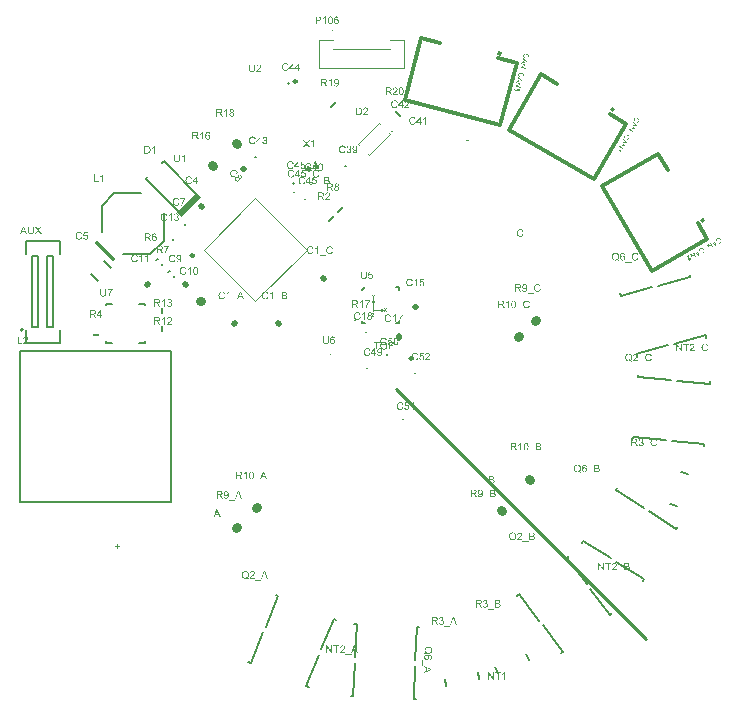
<source format=gto>
G04 Layer_Color=65535*
%FSLAX44Y44*%
%MOMM*%
G71*
G01*
G75*
%ADD85C,0.2540*%
%ADD86C,0.1000*%
%ADD90C,0.1270*%
%ADD145C,0.2500*%
%ADD146C,0.3048*%
%ADD147C,0.1016*%
%ADD148C,0.2000*%
%ADD149C,0.1500*%
%ADD150C,0.1700*%
%ADD151C,0.7620*%
%ADD152C,0.1524*%
%ADD153C,0.5080*%
%ADD154C,0.2032*%
%ADD155C,0.1778*%
%ADD156C,0.0518*%
%ADD157R,0.1524X0.6048*%
%ADD158R,0.6048X0.1524*%
G04:AMPARAMS|DCode=159|XSize=0.1524mm|YSize=0.6048mm|CornerRadius=0mm|HoleSize=0mm|Usage=FLASHONLY|Rotation=135.000|XOffset=0mm|YOffset=0mm|HoleType=Round|Shape=Rectangle|*
%AMROTATEDRECTD159*
4,1,4,0.2677,0.1600,-0.1600,-0.2677,-0.2677,-0.1600,0.1600,0.2677,0.2677,0.1600,0.0*
%
%ADD159ROTATEDRECTD159*%

G04:AMPARAMS|DCode=160|XSize=0.1524mm|YSize=0.6048mm|CornerRadius=0mm|HoleSize=0mm|Usage=FLASHONLY|Rotation=225.000|XOffset=0mm|YOffset=0mm|HoleType=Round|Shape=Rectangle|*
%AMROTATEDRECTD160*
4,1,4,-0.1600,0.2677,0.2677,-0.1600,0.1600,-0.2677,-0.2677,0.1600,-0.1600,0.2677,0.0*
%
%ADD160ROTATEDRECTD160*%

G04:AMPARAMS|DCode=161|XSize=0.3mm|YSize=2.2mm|CornerRadius=0mm|HoleSize=0mm|Usage=FLASHONLY|Rotation=45.000|XOffset=0mm|YOffset=0mm|HoleType=Round|Shape=Rectangle|*
%AMROTATEDRECTD161*
4,1,4,0.6717,-0.8839,-0.8839,0.6717,-0.6717,0.8839,0.8839,-0.6717,0.6717,-0.8839,0.0*
%
%ADD161ROTATEDRECTD161*%

G04:AMPARAMS|DCode=162|XSize=0.508mm|YSize=2.3114mm|CornerRadius=0mm|HoleSize=0mm|Usage=FLASHONLY|Rotation=135.000|XOffset=0mm|YOffset=0mm|HoleType=Round|Shape=Rectangle|*
%AMROTATEDRECTD162*
4,1,4,0.9968,0.6376,-0.6376,-0.9968,-0.9968,-0.6376,0.6376,0.9968,0.9968,0.6376,0.0*
%
%ADD162ROTATEDRECTD162*%

G36*
X947209Y743829D02*
X947204Y743819D01*
X947181Y743801D01*
X947149Y743759D01*
X947103Y743708D01*
X947047Y743644D01*
X946982Y743565D01*
X946908Y743473D01*
X946830Y743366D01*
X946742Y743251D01*
X946645Y743121D01*
X946543Y742978D01*
X946442Y742825D01*
X946331Y742659D01*
X946224Y742483D01*
X946109Y742298D01*
X945998Y742100D01*
Y742095D01*
X945993Y742086D01*
X945984Y742072D01*
X945970Y742053D01*
X945956Y742026D01*
X945942Y741993D01*
X945919Y741956D01*
X945901Y741915D01*
X945873Y741869D01*
X945850Y741813D01*
X945790Y741697D01*
X945725Y741568D01*
X945656Y741420D01*
X945582Y741258D01*
X945508Y741083D01*
X945429Y740902D01*
X945355Y740708D01*
X945277Y740509D01*
X945207Y740306D01*
X945138Y740093D01*
X945073Y739881D01*
X945069Y739871D01*
X945064Y739844D01*
X945050Y739802D01*
X945036Y739742D01*
X945018Y739663D01*
X944995Y739576D01*
X944971Y739474D01*
X944948Y739358D01*
X944921Y739233D01*
X944898Y739099D01*
X944870Y738951D01*
X944847Y738799D01*
X944824Y738642D01*
X944805Y738475D01*
X944787Y738300D01*
X944773Y738124D01*
X943964D01*
Y738133D01*
Y738156D01*
X943968Y738203D01*
Y738258D01*
X943973Y738332D01*
X943982Y738420D01*
X943991Y738522D01*
X944005Y738633D01*
X944019Y738762D01*
X944038Y738901D01*
X944061Y739049D01*
X944089Y739210D01*
X944126Y739381D01*
X944163Y739562D01*
X944204Y739751D01*
X944255Y739945D01*
Y739950D01*
X944260Y739959D01*
X944264Y739973D01*
X944269Y739992D01*
X944278Y740019D01*
X944287Y740052D01*
X944297Y740089D01*
X944311Y740130D01*
X944338Y740223D01*
X944375Y740338D01*
X944417Y740463D01*
X944463Y740606D01*
X944519Y740759D01*
X944579Y740921D01*
X944648Y741092D01*
X944717Y741267D01*
X944796Y741448D01*
X944884Y741633D01*
X944971Y741822D01*
X945069Y742007D01*
Y742012D01*
X945073Y742016D01*
X945082Y742030D01*
X945092Y742053D01*
X945106Y742076D01*
X945124Y742104D01*
X945161Y742174D01*
X945212Y742257D01*
X945267Y742358D01*
X945337Y742469D01*
X945411Y742590D01*
X945489Y742719D01*
X945577Y742853D01*
X945674Y742992D01*
X945771Y743135D01*
X945979Y743417D01*
X946090Y743556D01*
X946201Y743685D01*
X943067D01*
Y744439D01*
X947209D01*
Y743829D01*
D02*
G37*
G36*
X1074737Y804826D02*
X1074807Y804822D01*
X1074890Y804817D01*
X1074982Y804803D01*
X1075089Y804789D01*
X1075209Y804771D01*
X1075333Y804743D01*
X1075463Y804711D01*
X1075597Y804674D01*
X1075731Y804623D01*
X1075865Y804567D01*
X1076004Y804503D01*
X1076133Y804429D01*
X1076258Y804341D01*
X1076267Y804336D01*
X1076286Y804318D01*
X1076323Y804290D01*
X1076364Y804248D01*
X1076420Y804202D01*
X1076480Y804137D01*
X1076545Y804068D01*
X1076619Y803985D01*
X1076693Y803893D01*
X1076771Y803791D01*
X1076845Y803675D01*
X1076919Y803555D01*
X1076993Y803421D01*
X1077058Y803278D01*
X1077122Y803125D01*
X1077173Y802963D01*
X1076341Y802769D01*
X1076337Y802778D01*
X1076332Y802802D01*
X1076318Y802834D01*
X1076300Y802885D01*
X1076276Y802940D01*
X1076249Y803005D01*
X1076212Y803079D01*
X1076175Y803157D01*
X1076133Y803241D01*
X1076082Y803324D01*
X1076031Y803407D01*
X1075971Y803495D01*
X1075907Y803574D01*
X1075842Y803652D01*
X1075768Y803721D01*
X1075689Y803786D01*
X1075685Y803791D01*
X1075671Y803800D01*
X1075648Y803814D01*
X1075615Y803837D01*
X1075574Y803860D01*
X1075523Y803888D01*
X1075463Y803916D01*
X1075398Y803948D01*
X1075324Y803976D01*
X1075246Y804003D01*
X1075158Y804031D01*
X1075065Y804054D01*
X1074964Y804077D01*
X1074857Y804091D01*
X1074746Y804100D01*
X1074626Y804105D01*
X1074557D01*
X1074506Y804100D01*
X1074441Y804096D01*
X1074367Y804087D01*
X1074284Y804077D01*
X1074196Y804059D01*
X1074099Y804040D01*
X1074002Y804017D01*
X1073900Y803990D01*
X1073794Y803957D01*
X1073692Y803916D01*
X1073591Y803865D01*
X1073489Y803814D01*
X1073392Y803749D01*
X1073387Y803745D01*
X1073369Y803735D01*
X1073346Y803712D01*
X1073313Y803684D01*
X1073272Y803648D01*
X1073225Y803606D01*
X1073175Y803555D01*
X1073119Y803500D01*
X1073064Y803435D01*
X1073004Y803365D01*
X1072948Y803287D01*
X1072893Y803199D01*
X1072837Y803111D01*
X1072786Y803014D01*
X1072740Y802912D01*
X1072699Y802802D01*
Y802797D01*
X1072689Y802774D01*
X1072680Y802741D01*
X1072666Y802700D01*
X1072652Y802644D01*
X1072634Y802580D01*
X1072620Y802506D01*
X1072601Y802422D01*
X1072583Y802335D01*
X1072564Y802237D01*
X1072546Y802136D01*
X1072532Y802029D01*
X1072509Y801808D01*
X1072504Y801692D01*
X1072500Y801572D01*
Y801563D01*
Y801535D01*
Y801493D01*
X1072504Y801433D01*
X1072509Y801364D01*
X1072514Y801281D01*
X1072518Y801188D01*
X1072527Y801091D01*
X1072541Y800980D01*
X1072555Y800864D01*
X1072601Y800629D01*
X1072625Y800504D01*
X1072657Y800384D01*
X1072694Y800264D01*
X1072736Y800148D01*
X1072740Y800143D01*
X1072745Y800120D01*
X1072759Y800092D01*
X1072782Y800051D01*
X1072805Y800000D01*
X1072837Y799940D01*
X1072874Y799875D01*
X1072916Y799806D01*
X1072967Y799737D01*
X1073022Y799663D01*
X1073082Y799584D01*
X1073147Y799510D01*
X1073221Y799436D01*
X1073299Y799367D01*
X1073383Y799302D01*
X1073475Y799242D01*
X1073480Y799237D01*
X1073498Y799228D01*
X1073526Y799214D01*
X1073563Y799196D01*
X1073609Y799173D01*
X1073665Y799145D01*
X1073729Y799122D01*
X1073799Y799094D01*
X1073877Y799062D01*
X1073960Y799038D01*
X1074053Y799011D01*
X1074145Y798988D01*
X1074247Y798969D01*
X1074349Y798955D01*
X1074455Y798946D01*
X1074561Y798941D01*
X1074594D01*
X1074631Y798946D01*
X1074682D01*
X1074742Y798955D01*
X1074811Y798965D01*
X1074894Y798974D01*
X1074977Y798992D01*
X1075070Y799015D01*
X1075167Y799043D01*
X1075269Y799075D01*
X1075370Y799112D01*
X1075472Y799159D01*
X1075574Y799214D01*
X1075671Y799279D01*
X1075768Y799348D01*
X1075773Y799353D01*
X1075791Y799367D01*
X1075814Y799390D01*
X1075847Y799427D01*
X1075888Y799469D01*
X1075934Y799519D01*
X1075985Y799584D01*
X1076036Y799653D01*
X1076092Y799737D01*
X1076147Y799824D01*
X1076207Y799926D01*
X1076258Y800037D01*
X1076313Y800153D01*
X1076360Y800282D01*
X1076401Y800416D01*
X1076438Y800564D01*
X1077284Y800351D01*
Y800347D01*
X1077280Y800338D01*
X1077275Y800324D01*
X1077270Y800305D01*
X1077266Y800282D01*
X1077257Y800250D01*
X1077234Y800180D01*
X1077201Y800092D01*
X1077164Y799995D01*
X1077118Y799884D01*
X1077062Y799764D01*
X1077002Y799635D01*
X1076933Y799505D01*
X1076854Y799376D01*
X1076767Y799242D01*
X1076669Y799112D01*
X1076563Y798988D01*
X1076448Y798872D01*
X1076323Y798761D01*
X1076313Y798756D01*
X1076290Y798738D01*
X1076253Y798710D01*
X1076198Y798678D01*
X1076133Y798636D01*
X1076050Y798590D01*
X1075958Y798539D01*
X1075851Y798488D01*
X1075736Y798438D01*
X1075606Y798387D01*
X1075468Y798341D01*
X1075320Y798299D01*
X1075158Y798267D01*
X1074991Y798239D01*
X1074816Y798220D01*
X1074631Y798216D01*
X1074561D01*
X1074529Y798220D01*
X1074460D01*
X1074372Y798230D01*
X1074270Y798239D01*
X1074155Y798253D01*
X1074035Y798267D01*
X1073900Y798290D01*
X1073766Y798317D01*
X1073623Y798354D01*
X1073484Y798391D01*
X1073346Y798442D01*
X1073207Y798498D01*
X1073073Y798562D01*
X1072948Y798636D01*
X1072939Y798641D01*
X1072920Y798655D01*
X1072888Y798683D01*
X1072842Y798715D01*
X1072786Y798756D01*
X1072726Y798812D01*
X1072657Y798872D01*
X1072583Y798946D01*
X1072504Y799029D01*
X1072426Y799117D01*
X1072343Y799219D01*
X1072259Y799325D01*
X1072181Y799445D01*
X1072102Y799570D01*
X1072028Y799709D01*
X1071964Y799852D01*
Y799857D01*
X1071959Y799861D01*
X1071950Y799889D01*
X1071931Y799931D01*
X1071913Y799991D01*
X1071885Y800065D01*
X1071857Y800153D01*
X1071825Y800254D01*
X1071797Y800365D01*
X1071765Y800490D01*
X1071732Y800624D01*
X1071705Y800763D01*
X1071677Y800915D01*
X1071658Y801068D01*
X1071640Y801230D01*
X1071631Y801396D01*
X1071626Y801567D01*
Y801572D01*
Y801581D01*
Y801595D01*
Y801613D01*
Y801637D01*
X1071631Y801664D01*
Y801734D01*
X1071640Y801822D01*
X1071645Y801923D01*
X1071658Y802039D01*
X1071672Y802163D01*
X1071695Y802293D01*
X1071719Y802432D01*
X1071751Y802580D01*
X1071788Y802728D01*
X1071829Y802876D01*
X1071880Y803023D01*
X1071940Y803167D01*
X1072005Y803310D01*
X1072010Y803319D01*
X1072024Y803342D01*
X1072047Y803379D01*
X1072074Y803435D01*
X1072116Y803495D01*
X1072162Y803564D01*
X1072222Y803648D01*
X1072287Y803731D01*
X1072356Y803819D01*
X1072440Y803916D01*
X1072527Y804008D01*
X1072625Y804100D01*
X1072731Y804193D01*
X1072842Y804281D01*
X1072962Y804364D01*
X1073091Y804443D01*
X1073101Y804447D01*
X1073124Y804461D01*
X1073161Y804480D01*
X1073216Y804503D01*
X1073281Y804535D01*
X1073360Y804567D01*
X1073452Y804600D01*
X1073549Y804637D01*
X1073660Y804674D01*
X1073780Y804706D01*
X1073910Y804743D01*
X1074044Y804771D01*
X1074187Y804794D01*
X1074335Y804812D01*
X1074488Y804826D01*
X1074645Y804831D01*
X1074709D01*
X1074737Y804826D01*
D02*
G37*
G36*
X882551Y941213D02*
X883416D01*
Y940492D01*
X882551D01*
Y938962D01*
X881765D01*
Y940492D01*
X878992D01*
Y941213D01*
X881909Y945360D01*
X882551D01*
Y941213D01*
D02*
G37*
G36*
X765388Y868677D02*
X764602D01*
Y873679D01*
X764597Y873674D01*
X764588Y873665D01*
X764574Y873651D01*
X764551Y873632D01*
X764523Y873609D01*
X764486Y873577D01*
X764445Y873544D01*
X764403Y873508D01*
X764348Y873471D01*
X764292Y873424D01*
X764232Y873383D01*
X764167Y873332D01*
X764093Y873286D01*
X764019Y873235D01*
X763853Y873133D01*
X763848Y873128D01*
X763835Y873119D01*
X763807Y873105D01*
X763774Y873091D01*
X763737Y873068D01*
X763691Y873041D01*
X763636Y873013D01*
X763580Y872980D01*
X763451Y872916D01*
X763312Y872851D01*
X763169Y872786D01*
X763030Y872731D01*
Y873489D01*
X763039Y873494D01*
X763058Y873503D01*
X763095Y873521D01*
X763141Y873544D01*
X763197Y873572D01*
X763266Y873609D01*
X763340Y873651D01*
X763419Y873697D01*
X763506Y873753D01*
X763599Y873808D01*
X763793Y873937D01*
X763992Y874081D01*
X764181Y874238D01*
X764186Y874242D01*
X764204Y874256D01*
X764228Y874279D01*
X764260Y874312D01*
X764302Y874353D01*
X764348Y874400D01*
X764398Y874455D01*
X764454Y874511D01*
X764510Y874575D01*
X764570Y874645D01*
X764685Y874788D01*
X764791Y874941D01*
X764838Y875019D01*
X764879Y875098D01*
X765388D01*
Y868677D01*
D02*
G37*
G36*
X937736Y907763D02*
X937810D01*
X937888Y907758D01*
X937976D01*
X938161Y907745D01*
X938351Y907731D01*
X938443Y907717D01*
X938531Y907708D01*
X938614Y907694D01*
X938693Y907675D01*
X938697D01*
X938716Y907671D01*
X938744Y907662D01*
X938785Y907652D01*
X938831Y907634D01*
X938887Y907615D01*
X938947Y907597D01*
X939016Y907569D01*
X939160Y907509D01*
X939317Y907426D01*
X939474Y907333D01*
X939553Y907278D01*
X939627Y907218D01*
X939631Y907213D01*
X939650Y907199D01*
X939678Y907171D01*
X939710Y907139D01*
X939751Y907097D01*
X939802Y907047D01*
X939853Y906986D01*
X939913Y906922D01*
X939973Y906843D01*
X940033Y906760D01*
X940098Y906672D01*
X940163Y906575D01*
X940223Y906469D01*
X940278Y906362D01*
X940334Y906242D01*
X940385Y906122D01*
X940389Y906113D01*
X940394Y906090D01*
X940408Y906057D01*
X940426Y906006D01*
X940445Y905942D01*
X940463Y905868D01*
X940487Y905780D01*
X940514Y905683D01*
X940537Y905577D01*
X940560Y905456D01*
X940579Y905332D01*
X940597Y905198D01*
X940616Y905059D01*
X940630Y904911D01*
X940634Y904758D01*
X940639Y904601D01*
Y904592D01*
Y904569D01*
Y904532D01*
X940634Y904476D01*
Y904416D01*
X940630Y904342D01*
X940625Y904259D01*
X940616Y904167D01*
X940607Y904070D01*
X940597Y903963D01*
X940565Y903746D01*
X940523Y903524D01*
X940468Y903307D01*
Y903302D01*
X940459Y903284D01*
X940450Y903251D01*
X940436Y903214D01*
X940422Y903168D01*
X940399Y903113D01*
X940376Y903048D01*
X940348Y902983D01*
X940288Y902835D01*
X940209Y902678D01*
X940126Y902525D01*
X940029Y902378D01*
X940024Y902373D01*
X940015Y902364D01*
X940001Y902341D01*
X939983Y902318D01*
X939959Y902285D01*
X939927Y902248D01*
X939858Y902165D01*
X939770Y902073D01*
X939673Y901975D01*
X939562Y901883D01*
X939446Y901795D01*
X939442D01*
X939433Y901786D01*
X939414Y901777D01*
X939391Y901763D01*
X939359Y901744D01*
X939322Y901726D01*
X939280Y901703D01*
X939234Y901680D01*
X939178Y901652D01*
X939123Y901624D01*
X939058Y901601D01*
X938993Y901573D01*
X938845Y901522D01*
X938684Y901476D01*
X938679D01*
X938665Y901471D01*
X938637Y901467D01*
X938605Y901458D01*
X938563Y901453D01*
X938512Y901444D01*
X938452Y901434D01*
X938388Y901425D01*
X938314Y901411D01*
X938235Y901402D01*
X938152Y901393D01*
X938059Y901388D01*
X937967Y901379D01*
X937865Y901374D01*
X937657Y901370D01*
X935350D01*
Y907768D01*
X937676D01*
X937736Y907763D01*
D02*
G37*
G36*
X943695Y907786D02*
X943759Y907782D01*
X943838Y907777D01*
X943926Y907763D01*
X944027Y907749D01*
X944134Y907726D01*
X944249Y907698D01*
X944365Y907666D01*
X944490Y907625D01*
X944610Y907574D01*
X944730Y907514D01*
X944846Y907449D01*
X944957Y907370D01*
X945063Y907278D01*
X945068Y907273D01*
X945086Y907255D01*
X945114Y907227D01*
X945146Y907185D01*
X945188Y907139D01*
X945234Y907079D01*
X945285Y907010D01*
X945336Y906931D01*
X945382Y906843D01*
X945433Y906746D01*
X945479Y906640D01*
X945521Y906529D01*
X945553Y906409D01*
X945581Y906284D01*
X945599Y906150D01*
X945604Y906011D01*
Y906006D01*
Y905993D01*
Y905974D01*
Y905946D01*
X945599Y905909D01*
X945595Y905872D01*
X945590Y905826D01*
X945585Y905775D01*
X945567Y905660D01*
X945539Y905530D01*
X945498Y905396D01*
X945447Y905258D01*
Y905253D01*
X945437Y905239D01*
X945428Y905221D01*
X945414Y905193D01*
X945400Y905161D01*
X945377Y905119D01*
X945354Y905073D01*
X945322Y905022D01*
X945290Y904966D01*
X945253Y904906D01*
X945160Y904772D01*
X945109Y904703D01*
X945054Y904629D01*
X944989Y904555D01*
X944924Y904476D01*
X944920Y904472D01*
X944906Y904458D01*
X944887Y904435D01*
X944855Y904402D01*
X944813Y904361D01*
X944763Y904310D01*
X944707Y904250D01*
X944638Y904181D01*
X944559Y904107D01*
X944467Y904023D01*
X944370Y903931D01*
X944259Y903829D01*
X944138Y903723D01*
X944009Y903607D01*
X943866Y903482D01*
X943713Y903353D01*
X943704Y903348D01*
X943681Y903325D01*
X943649Y903298D01*
X943602Y903256D01*
X943542Y903210D01*
X943482Y903154D01*
X943413Y903094D01*
X943339Y903029D01*
X943182Y902895D01*
X943108Y902826D01*
X943034Y902761D01*
X942964Y902697D01*
X942904Y902641D01*
X942849Y902590D01*
X942807Y902544D01*
X942798Y902535D01*
X942775Y902507D01*
X942738Y902465D01*
X942691Y902415D01*
X942641Y902350D01*
X942585Y902281D01*
X942530Y902202D01*
X942479Y902123D01*
X945613D01*
Y901370D01*
X941388D01*
Y901374D01*
Y901384D01*
Y901398D01*
Y901416D01*
Y901444D01*
X941393Y901471D01*
X941397Y901545D01*
X941406Y901624D01*
X941420Y901717D01*
X941443Y901814D01*
X941476Y901911D01*
Y901915D01*
X941485Y901929D01*
X941494Y901952D01*
X941508Y901985D01*
X941522Y902026D01*
X941545Y902073D01*
X941573Y902123D01*
X941601Y902179D01*
X941633Y902243D01*
X941674Y902308D01*
X941762Y902452D01*
X941869Y902604D01*
X941993Y902761D01*
X941998Y902766D01*
X942012Y902780D01*
X942030Y902803D01*
X942058Y902835D01*
X942095Y902877D01*
X942141Y902923D01*
X942192Y902979D01*
X942257Y903039D01*
X942326Y903108D01*
X942400Y903182D01*
X942484Y903261D01*
X942576Y903348D01*
X942678Y903436D01*
X942784Y903529D01*
X942900Y903626D01*
X943020Y903727D01*
X943024Y903732D01*
X943034Y903737D01*
X943047Y903751D01*
X943066Y903764D01*
X943089Y903788D01*
X943117Y903811D01*
X943186Y903871D01*
X943274Y903940D01*
X943366Y904028D01*
X943473Y904120D01*
X943584Y904222D01*
X943704Y904328D01*
X943820Y904439D01*
X943940Y904550D01*
X944051Y904666D01*
X944162Y904777D01*
X944259Y904883D01*
X944351Y904989D01*
X944425Y905087D01*
X944430Y905091D01*
X944439Y905110D01*
X944457Y905137D01*
X944485Y905170D01*
X944513Y905216D01*
X944541Y905267D01*
X944578Y905327D01*
X944610Y905392D01*
X944642Y905461D01*
X944679Y905535D01*
X944739Y905697D01*
X944763Y905780D01*
X944781Y905863D01*
X944790Y905946D01*
X944795Y906030D01*
Y906034D01*
Y906053D01*
Y906076D01*
X944790Y906108D01*
X944786Y906150D01*
X944776Y906196D01*
X944767Y906247D01*
X944753Y906302D01*
X944735Y906362D01*
X944712Y906427D01*
X944684Y906492D01*
X944652Y906557D01*
X944615Y906626D01*
X944568Y906691D01*
X944518Y906755D01*
X944457Y906815D01*
X944453Y906820D01*
X944444Y906829D01*
X944425Y906843D01*
X944397Y906866D01*
X944365Y906889D01*
X944323Y906917D01*
X944277Y906949D01*
X944226Y906977D01*
X944166Y907010D01*
X944101Y907037D01*
X944027Y907065D01*
X943954Y907088D01*
X943870Y907111D01*
X943783Y907125D01*
X943690Y907134D01*
X943593Y907139D01*
X943538D01*
X943501Y907134D01*
X943450Y907130D01*
X943394Y907121D01*
X943334Y907111D01*
X943265Y907097D01*
X943195Y907079D01*
X943121Y907056D01*
X943047Y907028D01*
X942969Y906996D01*
X942895Y906954D01*
X942821Y906908D01*
X942747Y906857D01*
X942682Y906797D01*
X942678Y906792D01*
X942668Y906783D01*
X942650Y906760D01*
X942631Y906737D01*
X942604Y906700D01*
X942576Y906658D01*
X942544Y906608D01*
X942516Y906552D01*
X942484Y906492D01*
X942451Y906418D01*
X942423Y906344D01*
X942396Y906261D01*
X942377Y906168D01*
X942359Y906071D01*
X942349Y905969D01*
X942345Y905859D01*
X941536Y905942D01*
Y905946D01*
Y905951D01*
X941541Y905965D01*
Y905983D01*
X941545Y906030D01*
X941559Y906090D01*
X941573Y906164D01*
X941591Y906252D01*
X941614Y906349D01*
X941642Y906450D01*
X941679Y906561D01*
X941721Y906672D01*
X941772Y906788D01*
X941832Y906903D01*
X941896Y907014D01*
X941975Y907121D01*
X942058Y907222D01*
X942155Y907315D01*
X942160Y907319D01*
X942178Y907333D01*
X942211Y907361D01*
X942252Y907389D01*
X942308Y907426D01*
X942373Y907467D01*
X942451Y907509D01*
X942539Y907555D01*
X942641Y907597D01*
X942747Y907638D01*
X942867Y907680D01*
X942997Y907717D01*
X943135Y907749D01*
X943283Y907772D01*
X943440Y907786D01*
X943607Y907791D01*
X943649D01*
X943695Y907786D01*
D02*
G37*
G36*
X758680Y875070D02*
X758754D01*
X758833Y875065D01*
X758921D01*
X759105Y875051D01*
X759295Y875038D01*
X759387Y875024D01*
X759475Y875014D01*
X759558Y875001D01*
X759637Y874982D01*
X759642D01*
X759660Y874977D01*
X759688Y874968D01*
X759730Y874959D01*
X759776Y874941D01*
X759831Y874922D01*
X759891Y874904D01*
X759961Y874876D01*
X760104Y874816D01*
X760261Y874733D01*
X760418Y874640D01*
X760497Y874585D01*
X760571Y874525D01*
X760575Y874520D01*
X760594Y874506D01*
X760622Y874478D01*
X760654Y874446D01*
X760696Y874404D01*
X760747Y874353D01*
X760797Y874293D01*
X760857Y874229D01*
X760918Y874150D01*
X760978Y874067D01*
X761042Y873979D01*
X761107Y873882D01*
X761167Y873776D01*
X761223Y873669D01*
X761278Y873549D01*
X761329Y873429D01*
X761334Y873420D01*
X761338Y873397D01*
X761352Y873364D01*
X761371Y873313D01*
X761389Y873249D01*
X761408Y873175D01*
X761431Y873087D01*
X761458Y872990D01*
X761482Y872883D01*
X761505Y872763D01*
X761523Y872638D01*
X761542Y872504D01*
X761560Y872366D01*
X761574Y872218D01*
X761579Y872065D01*
X761583Y871908D01*
Y871899D01*
Y871876D01*
Y871839D01*
X761579Y871783D01*
Y871723D01*
X761574Y871649D01*
X761569Y871566D01*
X761560Y871473D01*
X761551Y871376D01*
X761542Y871270D01*
X761509Y871053D01*
X761468Y870831D01*
X761412Y870614D01*
Y870609D01*
X761403Y870591D01*
X761394Y870558D01*
X761380Y870521D01*
X761366Y870475D01*
X761343Y870419D01*
X761320Y870355D01*
X761292Y870290D01*
X761232Y870142D01*
X761153Y869985D01*
X761070Y869832D01*
X760973Y869684D01*
X760968Y869680D01*
X760959Y869671D01*
X760945Y869648D01*
X760927Y869624D01*
X760904Y869592D01*
X760871Y869555D01*
X760802Y869472D01*
X760714Y869379D01*
X760617Y869282D01*
X760506Y869190D01*
X760391Y869102D01*
X760386D01*
X760377Y869093D01*
X760358Y869083D01*
X760335Y869070D01*
X760303Y869051D01*
X760266Y869033D01*
X760224Y869009D01*
X760178Y868986D01*
X760123Y868959D01*
X760067Y868931D01*
X760002Y868908D01*
X759938Y868880D01*
X759790Y868829D01*
X759628Y868783D01*
X759623D01*
X759609Y868778D01*
X759582Y868774D01*
X759549Y868764D01*
X759508Y868760D01*
X759457Y868751D01*
X759397Y868741D01*
X759332Y868732D01*
X759258Y868718D01*
X759179Y868709D01*
X759096Y868700D01*
X759004Y868695D01*
X758911Y868686D01*
X758810Y868681D01*
X758602Y868677D01*
X756295D01*
Y875075D01*
X758620D01*
X758680Y875070D01*
D02*
G37*
G36*
X887521Y941213D02*
X888385D01*
Y940492D01*
X887521D01*
Y938962D01*
X886735D01*
Y940492D01*
X883961D01*
Y941213D01*
X886878Y945360D01*
X887521D01*
Y941213D01*
D02*
G37*
G36*
X858370Y883148D02*
X858416D01*
X858471Y883139D01*
X858531Y883134D01*
X858596Y883125D01*
X858670Y883111D01*
X858744Y883097D01*
X858906Y883056D01*
X858994Y883033D01*
X859077Y883000D01*
X859160Y882968D01*
X859243Y882926D01*
X859248Y882922D01*
X859262Y882917D01*
X859285Y882903D01*
X859317Y882885D01*
X859354Y882862D01*
X859396Y882834D01*
X859442Y882802D01*
X859493Y882765D01*
X859604Y882677D01*
X859715Y882570D01*
X859821Y882450D01*
X859872Y882381D01*
X859918Y882311D01*
X859923Y882307D01*
X859928Y882293D01*
X859941Y882275D01*
X859955Y882242D01*
X859974Y882210D01*
X859992Y882164D01*
X860015Y882117D01*
X860039Y882062D01*
X860057Y882002D01*
X860080Y881942D01*
X860117Y881803D01*
X860145Y881650D01*
X860149Y881572D01*
X860154Y881489D01*
Y881484D01*
Y881470D01*
Y881447D01*
X860149Y881419D01*
Y881382D01*
X860140Y881341D01*
X860135Y881290D01*
X860126Y881239D01*
X860099Y881119D01*
X860057Y880994D01*
X860034Y880929D01*
X860002Y880860D01*
X859969Y880795D01*
X859928Y880731D01*
X859923Y880726D01*
X859918Y880717D01*
X859904Y880698D01*
X859886Y880675D01*
X859863Y880647D01*
X859835Y880615D01*
X859803Y880578D01*
X859761Y880536D01*
X859719Y880495D01*
X859669Y880453D01*
X859618Y880407D01*
X859558Y880361D01*
X859493Y880319D01*
X859424Y880273D01*
X859350Y880231D01*
X859271Y880194D01*
X859276D01*
X859294Y880190D01*
X859327Y880180D01*
X859363Y880167D01*
X859414Y880153D01*
X859470Y880130D01*
X859530Y880107D01*
X859595Y880074D01*
X859664Y880042D01*
X859738Y880000D01*
X859812Y879958D01*
X859886Y879908D01*
X859955Y879852D01*
X860025Y879792D01*
X860094Y879723D01*
X860154Y879649D01*
X860159Y879644D01*
X860168Y879630D01*
X860182Y879607D01*
X860205Y879575D01*
X860228Y879533D01*
X860256Y879487D01*
X860284Y879432D01*
X860311Y879367D01*
X860339Y879293D01*
X860371Y879214D01*
X860394Y879131D01*
X860417Y879039D01*
X860441Y878941D01*
X860454Y878840D01*
X860464Y878734D01*
X860468Y878618D01*
Y878609D01*
Y878581D01*
X860464Y878535D01*
X860459Y878479D01*
X860450Y878405D01*
X860436Y878322D01*
X860417Y878230D01*
X860390Y878128D01*
X860357Y878017D01*
X860321Y877906D01*
X860270Y877786D01*
X860210Y877666D01*
X860140Y877545D01*
X860057Y877425D01*
X859960Y877310D01*
X859854Y877199D01*
X859844Y877194D01*
X859826Y877176D01*
X859793Y877143D01*
X859743Y877106D01*
X859682Y877065D01*
X859613Y877014D01*
X859525Y876963D01*
X859433Y876908D01*
X859327Y876852D01*
X859206Y876801D01*
X859081Y876750D01*
X858943Y876709D01*
X858800Y876672D01*
X858642Y876639D01*
X858481Y876621D01*
X858309Y876616D01*
X858273D01*
X858226Y876621D01*
X858171Y876626D01*
X858097Y876630D01*
X858014Y876644D01*
X857921Y876658D01*
X857820Y876681D01*
X857713Y876704D01*
X857598Y876736D01*
X857482Y876778D01*
X857362Y876829D01*
X857246Y876884D01*
X857131Y876949D01*
X857015Y877028D01*
X856909Y877115D01*
X856904Y877120D01*
X856886Y877139D01*
X856858Y877166D01*
X856821Y877208D01*
X856779Y877259D01*
X856729Y877319D01*
X856678Y877388D01*
X856622Y877467D01*
X856567Y877555D01*
X856511Y877656D01*
X856460Y877763D01*
X856410Y877878D01*
X856368Y878003D01*
X856326Y878132D01*
X856299Y878271D01*
X856280Y878419D01*
X857066Y878525D01*
Y878516D01*
X857071Y878498D01*
X857080Y878461D01*
X857094Y878415D01*
X857108Y878359D01*
X857126Y878299D01*
X857149Y878230D01*
X857172Y878156D01*
X857237Y877994D01*
X857316Y877837D01*
X857362Y877758D01*
X857413Y877684D01*
X857464Y877619D01*
X857524Y877559D01*
X857528Y877555D01*
X857538Y877545D01*
X857556Y877532D01*
X857584Y877513D01*
X857611Y877490D01*
X857653Y877467D01*
X857695Y877439D01*
X857746Y877416D01*
X857801Y877388D01*
X857861Y877361D01*
X857926Y877337D01*
X857995Y877314D01*
X858069Y877296D01*
X858148Y877282D01*
X858226Y877273D01*
X858314Y877268D01*
X858337D01*
X858370Y877273D01*
X858407D01*
X858457Y877282D01*
X858513Y877287D01*
X858573Y877300D01*
X858642Y877314D01*
X858712Y877337D01*
X858790Y877361D01*
X858869Y877393D01*
X858948Y877430D01*
X859026Y877476D01*
X859105Y877527D01*
X859179Y877582D01*
X859253Y877652D01*
X859257Y877656D01*
X859271Y877670D01*
X859290Y877689D01*
X859313Y877721D01*
X859340Y877758D01*
X859373Y877804D01*
X859410Y877855D01*
X859447Y877915D01*
X859479Y877980D01*
X859516Y878054D01*
X859548Y878128D01*
X859576Y878216D01*
X859599Y878304D01*
X859618Y878396D01*
X859632Y878498D01*
X859636Y878599D01*
Y878604D01*
Y878623D01*
Y878650D01*
X859632Y878692D01*
X859627Y878734D01*
X859618Y878789D01*
X859609Y878849D01*
X859590Y878914D01*
X859572Y878983D01*
X859548Y879057D01*
X859521Y879131D01*
X859488Y879205D01*
X859447Y879279D01*
X859396Y879353D01*
X859345Y879422D01*
X859280Y879492D01*
X859276Y879496D01*
X859267Y879505D01*
X859243Y879524D01*
X859216Y879547D01*
X859183Y879575D01*
X859142Y879603D01*
X859091Y879635D01*
X859035Y879667D01*
X858975Y879700D01*
X858906Y879732D01*
X858832Y879760D01*
X858753Y879788D01*
X858670Y879811D01*
X858578Y879829D01*
X858485Y879838D01*
X858383Y879843D01*
X858342D01*
X858296Y879838D01*
X858231Y879834D01*
X858148Y879825D01*
X858055Y879806D01*
X857949Y879788D01*
X857829Y879760D01*
X857917Y880449D01*
X857931D01*
X857944Y880444D01*
X857963D01*
X858004Y880439D01*
X858092D01*
X858125Y880444D01*
X858171Y880449D01*
X858222Y880453D01*
X858277Y880462D01*
X858342Y880472D01*
X858411Y880486D01*
X858481Y880504D01*
X858633Y880550D01*
X858712Y880578D01*
X858790Y880615D01*
X858869Y880652D01*
X858943Y880698D01*
X858948Y880703D01*
X858961Y880712D01*
X858980Y880726D01*
X859008Y880749D01*
X859035Y880777D01*
X859072Y880809D01*
X859105Y880851D01*
X859146Y880897D01*
X859183Y880952D01*
X859220Y881012D01*
X859253Y881077D01*
X859280Y881151D01*
X859308Y881230D01*
X859327Y881318D01*
X859340Y881410D01*
X859345Y881507D01*
Y881512D01*
Y881526D01*
Y881549D01*
X859340Y881581D01*
X859336Y881613D01*
X859331Y881660D01*
X859322Y881706D01*
X859308Y881757D01*
X859271Y881868D01*
X859248Y881928D01*
X859220Y881988D01*
X859188Y882048D01*
X859146Y882108D01*
X859100Y882164D01*
X859049Y882219D01*
X859045Y882224D01*
X859035Y882233D01*
X859021Y882247D01*
X858998Y882265D01*
X858966Y882284D01*
X858934Y882311D01*
X858892Y882335D01*
X858846Y882362D01*
X858795Y882390D01*
X858739Y882413D01*
X858675Y882441D01*
X858610Y882459D01*
X858536Y882478D01*
X858462Y882492D01*
X858379Y882501D01*
X858296Y882506D01*
X858249D01*
X858222Y882501D01*
X858180Y882496D01*
X858134Y882492D01*
X858083Y882483D01*
X858027Y882469D01*
X857907Y882436D01*
X857847Y882413D01*
X857783Y882381D01*
X857718Y882348D01*
X857653Y882311D01*
X857593Y882265D01*
X857533Y882215D01*
X857528Y882210D01*
X857519Y882201D01*
X857505Y882182D01*
X857482Y882159D01*
X857459Y882131D01*
X857431Y882094D01*
X857403Y882048D01*
X857371Y882002D01*
X857339Y881942D01*
X857306Y881877D01*
X857269Y881808D01*
X857242Y881729D01*
X857209Y881646D01*
X857186Y881558D01*
X857163Y881461D01*
X857145Y881355D01*
X856359Y881493D01*
Y881498D01*
Y881503D01*
X856368Y881530D01*
X856377Y881567D01*
X856391Y881623D01*
X856410Y881692D01*
X856433Y881766D01*
X856460Y881849D01*
X856493Y881942D01*
X856534Y882039D01*
X856581Y882141D01*
X856636Y882242D01*
X856696Y882344D01*
X856761Y882446D01*
X856835Y882543D01*
X856918Y882635D01*
X857010Y882718D01*
X857015Y882723D01*
X857034Y882737D01*
X857061Y882760D01*
X857103Y882788D01*
X857154Y882820D01*
X857214Y882857D01*
X857283Y882894D01*
X857362Y882936D01*
X857450Y882977D01*
X857547Y883014D01*
X857648Y883051D01*
X857759Y883084D01*
X857880Y883111D01*
X858009Y883134D01*
X858143Y883148D01*
X858282Y883153D01*
X858333D01*
X858370Y883148D01*
D02*
G37*
G36*
X848038Y883236D02*
X848107Y883232D01*
X848190Y883227D01*
X848283Y883213D01*
X848389Y883199D01*
X848509Y883181D01*
X848634Y883153D01*
X848764Y883120D01*
X848897Y883084D01*
X849032Y883033D01*
X849166Y882977D01*
X849304Y882913D01*
X849434Y882839D01*
X849559Y882751D01*
X849568Y882746D01*
X849586Y882728D01*
X849623Y882700D01*
X849665Y882658D01*
X849720Y882612D01*
X849781Y882547D01*
X849845Y882478D01*
X849919Y882395D01*
X849993Y882302D01*
X850072Y882201D01*
X850146Y882085D01*
X850220Y881965D01*
X850294Y881831D01*
X850358Y881687D01*
X850423Y881535D01*
X850474Y881373D01*
X849642Y881179D01*
X849637Y881188D01*
X849632Y881211D01*
X849619Y881244D01*
X849600Y881294D01*
X849577Y881350D01*
X849549Y881415D01*
X849512Y881489D01*
X849475Y881567D01*
X849434Y881650D01*
X849383Y881734D01*
X849332Y881817D01*
X849272Y881905D01*
X849207Y881983D01*
X849143Y882062D01*
X849069Y882131D01*
X848990Y882196D01*
X848985Y882201D01*
X848971Y882210D01*
X848948Y882224D01*
X848916Y882247D01*
X848874Y882270D01*
X848823Y882298D01*
X848764Y882325D01*
X848699Y882358D01*
X848625Y882385D01*
X848546Y882413D01*
X848458Y882441D01*
X848366Y882464D01*
X848264Y882487D01*
X848158Y882501D01*
X848047Y882510D01*
X847927Y882515D01*
X847857D01*
X847806Y882510D01*
X847742Y882506D01*
X847668Y882496D01*
X847585Y882487D01*
X847497Y882469D01*
X847400Y882450D01*
X847303Y882427D01*
X847201Y882399D01*
X847095Y882367D01*
X846993Y882325D01*
X846891Y882275D01*
X846789Y882224D01*
X846692Y882159D01*
X846688Y882154D01*
X846669Y882145D01*
X846646Y882122D01*
X846614Y882094D01*
X846572Y882057D01*
X846526Y882016D01*
X846475Y881965D01*
X846420Y881909D01*
X846364Y881845D01*
X846304Y881775D01*
X846249Y881697D01*
X846193Y881609D01*
X846138Y881521D01*
X846087Y881424D01*
X846041Y881322D01*
X845999Y881211D01*
Y881207D01*
X845990Y881184D01*
X845981Y881151D01*
X845967Y881110D01*
X845953Y881054D01*
X845934Y880989D01*
X845920Y880916D01*
X845902Y880832D01*
X845883Y880744D01*
X845865Y880647D01*
X845846Y880546D01*
X845833Y880439D01*
X845809Y880217D01*
X845805Y880102D01*
X845800Y879982D01*
Y879972D01*
Y879945D01*
Y879903D01*
X845805Y879843D01*
X845809Y879774D01*
X845814Y879690D01*
X845819Y879598D01*
X845828Y879501D01*
X845842Y879390D01*
X845856Y879274D01*
X845902Y879039D01*
X845925Y878914D01*
X845957Y878794D01*
X845994Y878673D01*
X846036Y878558D01*
X846041Y878553D01*
X846045Y878530D01*
X846059Y878502D01*
X846082Y878461D01*
X846105Y878410D01*
X846138Y878350D01*
X846175Y878285D01*
X846216Y878216D01*
X846267Y878146D01*
X846323Y878072D01*
X846383Y877994D01*
X846447Y877920D01*
X846521Y877846D01*
X846600Y877777D01*
X846683Y877712D01*
X846776Y877652D01*
X846780Y877647D01*
X846799Y877638D01*
X846826Y877624D01*
X846863Y877606D01*
X846910Y877582D01*
X846965Y877555D01*
X847030Y877532D01*
X847099Y877504D01*
X847178Y877471D01*
X847261Y877448D01*
X847354Y877421D01*
X847446Y877398D01*
X847548Y877379D01*
X847649Y877365D01*
X847756Y877356D01*
X847862Y877351D01*
X847894D01*
X847931Y877356D01*
X847982D01*
X848042Y877365D01*
X848112Y877374D01*
X848195Y877384D01*
X848278Y877402D01*
X848371Y877425D01*
X848468Y877453D01*
X848569Y877485D01*
X848671Y877522D01*
X848773Y877569D01*
X848874Y877624D01*
X848971Y877689D01*
X849069Y877758D01*
X849073Y877763D01*
X849092Y877777D01*
X849115Y877800D01*
X849147Y877837D01*
X849189Y877878D01*
X849235Y877929D01*
X849286Y877994D01*
X849337Y878063D01*
X849392Y878146D01*
X849448Y878234D01*
X849508Y878336D01*
X849559Y878447D01*
X849614Y878562D01*
X849660Y878692D01*
X849702Y878826D01*
X849739Y878974D01*
X850585Y878761D01*
Y878757D01*
X850580Y878747D01*
X850576Y878734D01*
X850571Y878715D01*
X850566Y878692D01*
X850557Y878660D01*
X850534Y878590D01*
X850502Y878502D01*
X850465Y878405D01*
X850418Y878294D01*
X850363Y878174D01*
X850303Y878045D01*
X850234Y877915D01*
X850155Y877786D01*
X850067Y877652D01*
X849970Y877522D01*
X849864Y877398D01*
X849748Y877282D01*
X849623Y877171D01*
X849614Y877166D01*
X849591Y877148D01*
X849554Y877120D01*
X849499Y877088D01*
X849434Y877046D01*
X849351Y877000D01*
X849258Y876949D01*
X849152Y876898D01*
X849036Y876847D01*
X848907Y876796D01*
X848768Y876750D01*
X848620Y876709D01*
X848458Y876676D01*
X848292Y876649D01*
X848116Y876630D01*
X847931Y876626D01*
X847862D01*
X847830Y876630D01*
X847760D01*
X847673Y876639D01*
X847571Y876649D01*
X847455Y876663D01*
X847335Y876676D01*
X847201Y876700D01*
X847067Y876727D01*
X846924Y876764D01*
X846785Y876801D01*
X846646Y876852D01*
X846507Y876908D01*
X846374Y876972D01*
X846249Y877046D01*
X846239Y877051D01*
X846221Y877065D01*
X846189Y877092D01*
X846142Y877125D01*
X846087Y877166D01*
X846027Y877222D01*
X845957Y877282D01*
X845883Y877356D01*
X845805Y877439D01*
X845726Y877527D01*
X845643Y877629D01*
X845560Y877735D01*
X845481Y877855D01*
X845403Y877980D01*
X845329Y878119D01*
X845264Y878262D01*
Y878267D01*
X845259Y878271D01*
X845250Y878299D01*
X845232Y878341D01*
X845213Y878401D01*
X845185Y878475D01*
X845158Y878562D01*
X845125Y878664D01*
X845098Y878775D01*
X845065Y878900D01*
X845033Y879034D01*
X845005Y879173D01*
X844977Y879325D01*
X844959Y879478D01*
X844940Y879640D01*
X844931Y879806D01*
X844927Y879977D01*
Y879982D01*
Y879991D01*
Y880005D01*
Y880023D01*
Y880046D01*
X844931Y880074D01*
Y880144D01*
X844940Y880231D01*
X844945Y880333D01*
X844959Y880449D01*
X844973Y880573D01*
X844996Y880703D01*
X845019Y880842D01*
X845051Y880989D01*
X845088Y881137D01*
X845130Y881285D01*
X845181Y881433D01*
X845241Y881577D01*
X845306Y881720D01*
X845310Y881729D01*
X845324Y881752D01*
X845347Y881789D01*
X845375Y881845D01*
X845416Y881905D01*
X845463Y881974D01*
X845523Y882057D01*
X845588Y882141D01*
X845657Y882228D01*
X845740Y882325D01*
X845828Y882418D01*
X845925Y882510D01*
X846031Y882603D01*
X846142Y882691D01*
X846263Y882774D01*
X846392Y882852D01*
X846401Y882857D01*
X846424Y882871D01*
X846461Y882889D01*
X846517Y882913D01*
X846581Y882945D01*
X846660Y882977D01*
X846752Y883010D01*
X846850Y883047D01*
X846961Y883084D01*
X847081Y883116D01*
X847210Y883153D01*
X847344Y883181D01*
X847488Y883204D01*
X847635Y883222D01*
X847788Y883236D01*
X847945Y883241D01*
X848010D01*
X848038Y883236D01*
D02*
G37*
G36*
X974913Y909584D02*
X975777D01*
Y908863D01*
X974913D01*
Y907333D01*
X974127D01*
Y908863D01*
X971353D01*
Y909584D01*
X974270Y913731D01*
X974913D01*
Y909584D01*
D02*
G37*
G36*
X854611Y878983D02*
X855476D01*
Y878262D01*
X854611D01*
Y876732D01*
X853825D01*
Y878262D01*
X851052D01*
Y878983D01*
X853969Y883130D01*
X854611D01*
Y878983D01*
D02*
G37*
G36*
X941005Y738124D02*
X940219D01*
Y743126D01*
X940215Y743121D01*
X940205Y743112D01*
X940192Y743098D01*
X940169Y743080D01*
X940141Y743056D01*
X940104Y743024D01*
X940062Y742992D01*
X940021Y742955D01*
X939965Y742918D01*
X939910Y742872D01*
X939849Y742830D01*
X939785Y742779D01*
X939711Y742733D01*
X939637Y742682D01*
X939470Y742580D01*
X939466Y742576D01*
X939452Y742567D01*
X939424Y742553D01*
X939392Y742539D01*
X939355Y742516D01*
X939309Y742488D01*
X939253Y742460D01*
X939198Y742428D01*
X939068Y742363D01*
X938930Y742298D01*
X938786Y742234D01*
X938648Y742178D01*
Y742936D01*
X938657Y742941D01*
X938675Y742950D01*
X938712Y742969D01*
X938758Y742992D01*
X938814Y743019D01*
X938883Y743056D01*
X938957Y743098D01*
X939036Y743144D01*
X939124Y743200D01*
X939216Y743255D01*
X939410Y743385D01*
X939609Y743528D01*
X939799Y743685D01*
X939803Y743690D01*
X939822Y743704D01*
X939845Y743727D01*
X939877Y743759D01*
X939919Y743801D01*
X939965Y743847D01*
X940016Y743903D01*
X940071Y743958D01*
X940127Y744023D01*
X940187Y744092D01*
X940303Y744235D01*
X940409Y744388D01*
X940455Y744466D01*
X940497Y744545D01*
X941005D01*
Y738124D01*
D02*
G37*
G36*
X934899Y744517D02*
X934972D01*
X935056Y744513D01*
X935144Y744508D01*
X935245Y744499D01*
X935347Y744490D01*
X935453Y744480D01*
X935670Y744448D01*
X935772Y744429D01*
X935874Y744406D01*
X935971Y744379D01*
X936059Y744346D01*
X936063D01*
X936077Y744337D01*
X936100Y744328D01*
X936133Y744314D01*
X936170Y744295D01*
X936211Y744268D01*
X936262Y744240D01*
X936313Y744208D01*
X936368Y744166D01*
X936429Y744124D01*
X936489Y744073D01*
X936549Y744018D01*
X936604Y743953D01*
X936664Y743889D01*
X936720Y743815D01*
X936771Y743736D01*
X936775Y743732D01*
X936785Y743718D01*
X936794Y743695D01*
X936812Y743662D01*
X936831Y743621D01*
X936854Y743570D01*
X936882Y743514D01*
X936905Y743454D01*
X936928Y743385D01*
X936956Y743311D01*
X936979Y743232D01*
X936997Y743149D01*
X937016Y743061D01*
X937030Y742969D01*
X937034Y742872D01*
X937039Y742775D01*
Y742765D01*
Y742747D01*
X937034Y742710D01*
Y742659D01*
X937025Y742604D01*
X937016Y742534D01*
X937002Y742460D01*
X936983Y742377D01*
X936960Y742289D01*
X936933Y742197D01*
X936896Y742100D01*
X936854Y742002D01*
X936803Y741906D01*
X936743Y741813D01*
X936674Y741716D01*
X936595Y741628D01*
X936590Y741624D01*
X936577Y741610D01*
X936549Y741587D01*
X936512Y741554D01*
X936466Y741517D01*
X936405Y741476D01*
X936341Y741429D01*
X936262Y741378D01*
X936170Y741328D01*
X936073Y741277D01*
X935957Y741230D01*
X935837Y741180D01*
X935703Y741138D01*
X935559Y741096D01*
X935402Y741064D01*
X935236Y741036D01*
X935240D01*
X935250Y741027D01*
X935268Y741022D01*
X935291Y741009D01*
X935319Y740995D01*
X935351Y740976D01*
X935425Y740935D01*
X935509Y740888D01*
X935592Y740833D01*
X935670Y740778D01*
X935744Y740717D01*
X935749Y740713D01*
X935763Y740704D01*
X935781Y740680D01*
X935809Y740657D01*
X935842Y740620D01*
X935879Y740583D01*
X935925Y740537D01*
X935971Y740482D01*
X936022Y740422D01*
X936077Y740357D01*
X936137Y740287D01*
X936198Y740213D01*
X936258Y740130D01*
X936322Y740047D01*
X936447Y739862D01*
X937552Y738124D01*
X936493D01*
X935647Y739455D01*
X935643Y739460D01*
X935629Y739479D01*
X935610Y739511D01*
X935587Y739548D01*
X935555Y739599D01*
X935518Y739654D01*
X935476Y739714D01*
X935435Y739779D01*
X935338Y739922D01*
X935236Y740070D01*
X935134Y740209D01*
X935083Y740274D01*
X935037Y740334D01*
X935033Y740338D01*
X935028Y740348D01*
X935014Y740361D01*
X934995Y740385D01*
X934949Y740440D01*
X934894Y740505D01*
X934825Y740574D01*
X934755Y740648D01*
X934681Y740713D01*
X934607Y740764D01*
X934598Y740768D01*
X934575Y740782D01*
X934538Y740805D01*
X934487Y740828D01*
X934432Y740856D01*
X934367Y740888D01*
X934297Y740911D01*
X934223Y740935D01*
X934219D01*
X934196Y740939D01*
X934159Y740944D01*
X934113Y740953D01*
X934048Y740958D01*
X933965Y740962D01*
X933868Y740967D01*
X932772D01*
Y738124D01*
X931926D01*
Y744522D01*
X934843D01*
X934899Y744517D01*
D02*
G37*
G36*
X875978Y945466D02*
X876047Y945462D01*
X876130Y945457D01*
X876223Y945443D01*
X876329Y945429D01*
X876449Y945411D01*
X876574Y945383D01*
X876703Y945350D01*
X876837Y945314D01*
X876972Y945263D01*
X877106Y945207D01*
X877244Y945143D01*
X877374Y945069D01*
X877499Y944981D01*
X877508Y944976D01*
X877526Y944958D01*
X877563Y944930D01*
X877605Y944888D01*
X877660Y944842D01*
X877720Y944777D01*
X877785Y944708D01*
X877859Y944625D01*
X877933Y944532D01*
X878012Y944431D01*
X878086Y944315D01*
X878160Y944195D01*
X878234Y944061D01*
X878298Y943917D01*
X878363Y943765D01*
X878414Y943603D01*
X877582Y943409D01*
X877577Y943418D01*
X877572Y943441D01*
X877559Y943474D01*
X877540Y943524D01*
X877517Y943580D01*
X877489Y943645D01*
X877452Y943719D01*
X877415Y943797D01*
X877374Y943880D01*
X877323Y943964D01*
X877272Y944047D01*
X877212Y944135D01*
X877147Y944213D01*
X877083Y944292D01*
X877009Y944361D01*
X876930Y944426D01*
X876925Y944431D01*
X876911Y944440D01*
X876888Y944454D01*
X876856Y944477D01*
X876814Y944500D01*
X876764Y944528D01*
X876703Y944555D01*
X876639Y944588D01*
X876565Y944615D01*
X876486Y944643D01*
X876398Y944671D01*
X876306Y944694D01*
X876204Y944717D01*
X876098Y944731D01*
X875987Y944740D01*
X875867Y944745D01*
X875797D01*
X875747Y944740D01*
X875682Y944736D01*
X875608Y944726D01*
X875525Y944717D01*
X875437Y944699D01*
X875340Y944680D01*
X875243Y944657D01*
X875141Y944629D01*
X875035Y944597D01*
X874933Y944555D01*
X874831Y944505D01*
X874730Y944454D01*
X874632Y944389D01*
X874628Y944384D01*
X874609Y944375D01*
X874586Y944352D01*
X874554Y944324D01*
X874512Y944287D01*
X874466Y944246D01*
X874415Y944195D01*
X874360Y944139D01*
X874304Y944075D01*
X874244Y944005D01*
X874189Y943927D01*
X874133Y943839D01*
X874078Y943751D01*
X874027Y943654D01*
X873981Y943552D01*
X873939Y943441D01*
Y943437D01*
X873930Y943414D01*
X873921Y943381D01*
X873907Y943340D01*
X873893Y943284D01*
X873874Y943219D01*
X873860Y943146D01*
X873842Y943062D01*
X873823Y942974D01*
X873805Y942877D01*
X873786Y942776D01*
X873773Y942669D01*
X873749Y942447D01*
X873745Y942332D01*
X873740Y942212D01*
Y942202D01*
Y942175D01*
Y942133D01*
X873745Y942073D01*
X873749Y942004D01*
X873754Y941920D01*
X873759Y941828D01*
X873768Y941731D01*
X873782Y941620D01*
X873796Y941504D01*
X873842Y941269D01*
X873865Y941144D01*
X873897Y941024D01*
X873934Y940903D01*
X873976Y940788D01*
X873981Y940783D01*
X873985Y940760D01*
X873999Y940732D01*
X874022Y940691D01*
X874045Y940640D01*
X874078Y940580D01*
X874115Y940515D01*
X874156Y940446D01*
X874207Y940376D01*
X874263Y940302D01*
X874323Y940224D01*
X874387Y940150D01*
X874461Y940076D01*
X874540Y940007D01*
X874623Y939942D01*
X874716Y939882D01*
X874720Y939877D01*
X874739Y939868D01*
X874766Y939854D01*
X874803Y939836D01*
X874850Y939812D01*
X874905Y939785D01*
X874970Y939762D01*
X875039Y939734D01*
X875118Y939702D01*
X875201Y939678D01*
X875294Y939651D01*
X875386Y939628D01*
X875488Y939609D01*
X875589Y939595D01*
X875696Y939586D01*
X875802Y939581D01*
X875834D01*
X875871Y939586D01*
X875922D01*
X875982Y939595D01*
X876052Y939604D01*
X876135Y939614D01*
X876218Y939632D01*
X876311Y939655D01*
X876408Y939683D01*
X876509Y939715D01*
X876611Y939752D01*
X876713Y939799D01*
X876814Y939854D01*
X876911Y939919D01*
X877009Y939988D01*
X877013Y939993D01*
X877032Y940007D01*
X877055Y940030D01*
X877087Y940067D01*
X877129Y940108D01*
X877175Y940159D01*
X877226Y940224D01*
X877277Y940293D01*
X877332Y940376D01*
X877388Y940464D01*
X877448Y940566D01*
X877499Y940677D01*
X877554Y940792D01*
X877600Y940922D01*
X877642Y941056D01*
X877679Y941204D01*
X878525Y940991D01*
Y940987D01*
X878520Y940977D01*
X878516Y940964D01*
X878511Y940945D01*
X878506Y940922D01*
X878497Y940890D01*
X878474Y940820D01*
X878442Y940732D01*
X878405Y940635D01*
X878358Y940524D01*
X878303Y940404D01*
X878243Y940275D01*
X878174Y940145D01*
X878095Y940016D01*
X878007Y939882D01*
X877910Y939752D01*
X877804Y939628D01*
X877688Y939512D01*
X877563Y939401D01*
X877554Y939396D01*
X877531Y939378D01*
X877494Y939350D01*
X877439Y939318D01*
X877374Y939276D01*
X877290Y939230D01*
X877198Y939179D01*
X877092Y939128D01*
X876976Y939077D01*
X876847Y939026D01*
X876708Y938980D01*
X876560Y938939D01*
X876398Y938906D01*
X876232Y938879D01*
X876056Y938860D01*
X875871Y938856D01*
X875802D01*
X875770Y938860D01*
X875700D01*
X875612Y938869D01*
X875511Y938879D01*
X875395Y938893D01*
X875275Y938906D01*
X875141Y938930D01*
X875007Y938957D01*
X874864Y938994D01*
X874725Y939031D01*
X874586Y939082D01*
X874447Y939137D01*
X874314Y939202D01*
X874189Y939276D01*
X874179Y939281D01*
X874161Y939295D01*
X874129Y939322D01*
X874082Y939355D01*
X874027Y939396D01*
X873967Y939452D01*
X873897Y939512D01*
X873823Y939586D01*
X873745Y939669D01*
X873666Y939757D01*
X873583Y939859D01*
X873500Y939965D01*
X873421Y940085D01*
X873343Y940210D01*
X873269Y940349D01*
X873204Y940492D01*
Y940497D01*
X873199Y940501D01*
X873190Y940529D01*
X873172Y940571D01*
X873153Y940631D01*
X873125Y940705D01*
X873098Y940792D01*
X873065Y940894D01*
X873038Y941005D01*
X873005Y941130D01*
X872973Y941264D01*
X872945Y941403D01*
X872917Y941555D01*
X872899Y941708D01*
X872880Y941870D01*
X872871Y942036D01*
X872867Y942207D01*
Y942212D01*
Y942221D01*
Y942235D01*
Y942253D01*
Y942276D01*
X872871Y942304D01*
Y942374D01*
X872880Y942461D01*
X872885Y942563D01*
X872899Y942679D01*
X872913Y942803D01*
X872936Y942933D01*
X872959Y943072D01*
X872991Y943219D01*
X873028Y943367D01*
X873070Y943515D01*
X873121Y943663D01*
X873181Y943807D01*
X873246Y943950D01*
X873250Y943959D01*
X873264Y943982D01*
X873287Y944019D01*
X873315Y944075D01*
X873356Y944135D01*
X873403Y944204D01*
X873463Y944287D01*
X873528Y944370D01*
X873597Y944458D01*
X873680Y944555D01*
X873768Y944648D01*
X873865Y944740D01*
X873971Y944833D01*
X874082Y944921D01*
X874202Y945004D01*
X874332Y945082D01*
X874341Y945087D01*
X874364Y945101D01*
X874401Y945119D01*
X874457Y945143D01*
X874521Y945175D01*
X874600Y945207D01*
X874693Y945240D01*
X874790Y945277D01*
X874901Y945314D01*
X875021Y945346D01*
X875150Y945383D01*
X875284Y945411D01*
X875428Y945434D01*
X875575Y945452D01*
X875728Y945466D01*
X875885Y945471D01*
X875950D01*
X875978Y945466D01*
D02*
G37*
G36*
X721504Y844728D02*
X720718D01*
Y849730D01*
X720714Y849725D01*
X720704Y849716D01*
X720690Y849702D01*
X720667Y849684D01*
X720640Y849660D01*
X720603Y849628D01*
X720561Y849596D01*
X720519Y849559D01*
X720464Y849522D01*
X720408Y849475D01*
X720348Y849434D01*
X720284Y849383D01*
X720210Y849337D01*
X720136Y849286D01*
X719969Y849184D01*
X719965Y849180D01*
X719951Y849170D01*
X719923Y849156D01*
X719891Y849143D01*
X719854Y849119D01*
X719808Y849092D01*
X719752Y849064D01*
X719697Y849032D01*
X719567Y848967D01*
X719428Y848902D01*
X719285Y848838D01*
X719146Y848782D01*
Y849540D01*
X719156Y849545D01*
X719174Y849554D01*
X719211Y849573D01*
X719257Y849596D01*
X719313Y849623D01*
X719382Y849660D01*
X719456Y849702D01*
X719535Y849748D01*
X719622Y849804D01*
X719715Y849859D01*
X719909Y849989D01*
X720108Y850132D01*
X720297Y850289D01*
X720302Y850294D01*
X720321Y850307D01*
X720344Y850331D01*
X720376Y850363D01*
X720418Y850405D01*
X720464Y850451D01*
X720515Y850506D01*
X720570Y850562D01*
X720626Y850627D01*
X720686Y850696D01*
X720801Y850839D01*
X720908Y850992D01*
X720954Y851070D01*
X720995Y851149D01*
X721504D01*
Y844728D01*
D02*
G37*
G36*
X805917Y880692D02*
X805131D01*
Y885694D01*
X805126Y885689D01*
X805117Y885680D01*
X805103Y885666D01*
X805080Y885648D01*
X805053Y885624D01*
X805016Y885592D01*
X804974Y885560D01*
X804932Y885523D01*
X804877Y885486D01*
X804821Y885440D01*
X804761Y885398D01*
X804697Y885347D01*
X804623Y885301D01*
X804549Y885250D01*
X804382Y885148D01*
X804378Y885144D01*
X804364Y885135D01*
X804336Y885121D01*
X804304Y885107D01*
X804267Y885084D01*
X804221Y885056D01*
X804165Y885028D01*
X804109Y884996D01*
X803980Y884931D01*
X803841Y884866D01*
X803698Y884802D01*
X803559Y884746D01*
Y885504D01*
X803569Y885509D01*
X803587Y885518D01*
X803624Y885537D01*
X803670Y885560D01*
X803726Y885588D01*
X803795Y885624D01*
X803869Y885666D01*
X803948Y885712D01*
X804036Y885768D01*
X804128Y885823D01*
X804322Y885953D01*
X804521Y886096D01*
X804710Y886253D01*
X804715Y886258D01*
X804734Y886272D01*
X804757Y886295D01*
X804789Y886327D01*
X804831Y886369D01*
X804877Y886415D01*
X804928Y886470D01*
X804983Y886526D01*
X805039Y886591D01*
X805099Y886660D01*
X805214Y886803D01*
X805321Y886956D01*
X805367Y887035D01*
X805408Y887113D01*
X805917D01*
Y880692D01*
D02*
G37*
G36*
X931711Y444127D02*
X926505D01*
Y444696D01*
X931711D01*
Y444127D01*
D02*
G37*
G36*
X921490Y451547D02*
X919372D01*
Y445902D01*
X918526D01*
Y451547D01*
X916418D01*
Y452300D01*
X921490D01*
Y451547D01*
D02*
G37*
G36*
X1145753Y515874D02*
X1144879D01*
X1141528Y520894D01*
Y515874D01*
X1140714D01*
Y522272D01*
X1141583D01*
X1144939Y517247D01*
Y522272D01*
X1145753D01*
Y515874D01*
D02*
G37*
G36*
X1151767Y521518D02*
X1149650D01*
Y515874D01*
X1148804D01*
Y521518D01*
X1146696D01*
Y522272D01*
X1151767D01*
Y521518D01*
D02*
G37*
G36*
X1154527Y522290D02*
X1154592Y522286D01*
X1154670Y522281D01*
X1154758Y522267D01*
X1154860Y522253D01*
X1154966Y522230D01*
X1155082Y522203D01*
X1155197Y522170D01*
X1155322Y522129D01*
X1155442Y522078D01*
X1155562Y522018D01*
X1155678Y521953D01*
X1155789Y521874D01*
X1155895Y521782D01*
X1155900Y521777D01*
X1155918Y521759D01*
X1155946Y521731D01*
X1155978Y521689D01*
X1156020Y521643D01*
X1156066Y521583D01*
X1156117Y521514D01*
X1156168Y521435D01*
X1156214Y521347D01*
X1156265Y521250D01*
X1156311Y521144D01*
X1156353Y521033D01*
X1156385Y520913D01*
X1156413Y520788D01*
X1156432Y520654D01*
X1156436Y520515D01*
Y520511D01*
Y520497D01*
Y520478D01*
Y520451D01*
X1156432Y520414D01*
X1156427Y520377D01*
X1156422Y520330D01*
X1156418Y520280D01*
X1156399Y520164D01*
X1156371Y520034D01*
X1156330Y519901D01*
X1156279Y519762D01*
Y519757D01*
X1156270Y519743D01*
X1156261Y519725D01*
X1156247Y519697D01*
X1156233Y519665D01*
X1156210Y519623D01*
X1156187Y519577D01*
X1156154Y519526D01*
X1156122Y519470D01*
X1156085Y519410D01*
X1155992Y519276D01*
X1155941Y519207D01*
X1155886Y519133D01*
X1155821Y519059D01*
X1155757Y518980D01*
X1155752Y518976D01*
X1155738Y518962D01*
X1155720Y518939D01*
X1155687Y518907D01*
X1155646Y518865D01*
X1155595Y518814D01*
X1155539Y518754D01*
X1155470Y518685D01*
X1155391Y518611D01*
X1155299Y518527D01*
X1155202Y518435D01*
X1155091Y518333D01*
X1154971Y518227D01*
X1154841Y518111D01*
X1154698Y517987D01*
X1154545Y517857D01*
X1154536Y517853D01*
X1154513Y517829D01*
X1154481Y517802D01*
X1154435Y517760D01*
X1154374Y517714D01*
X1154314Y517658D01*
X1154245Y517598D01*
X1154171Y517534D01*
X1154014Y517399D01*
X1153940Y517330D01*
X1153866Y517266D01*
X1153796Y517201D01*
X1153736Y517145D01*
X1153681Y517094D01*
X1153639Y517048D01*
X1153630Y517039D01*
X1153607Y517011D01*
X1153570Y516970D01*
X1153524Y516919D01*
X1153473Y516854D01*
X1153418Y516785D01*
X1153362Y516706D01*
X1153311Y516628D01*
X1156445D01*
Y515874D01*
X1152220D01*
Y515879D01*
Y515888D01*
Y515902D01*
Y515920D01*
Y515948D01*
X1152225Y515976D01*
X1152229Y516050D01*
X1152239Y516128D01*
X1152253Y516221D01*
X1152276Y516318D01*
X1152308Y516415D01*
Y516419D01*
X1152317Y516433D01*
X1152327Y516456D01*
X1152340Y516489D01*
X1152354Y516530D01*
X1152377Y516577D01*
X1152405Y516628D01*
X1152433Y516683D01*
X1152465Y516748D01*
X1152507Y516812D01*
X1152595Y516956D01*
X1152701Y517108D01*
X1152826Y517266D01*
X1152830Y517270D01*
X1152844Y517284D01*
X1152863Y517307D01*
X1152890Y517339D01*
X1152927Y517381D01*
X1152974Y517427D01*
X1153025Y517483D01*
X1153089Y517543D01*
X1153159Y517612D01*
X1153232Y517686D01*
X1153316Y517765D01*
X1153408Y517853D01*
X1153510Y517940D01*
X1153616Y518033D01*
X1153732Y518130D01*
X1153852Y518232D01*
X1153857Y518236D01*
X1153866Y518241D01*
X1153880Y518255D01*
X1153898Y518269D01*
X1153921Y518292D01*
X1153949Y518315D01*
X1154018Y518375D01*
X1154106Y518444D01*
X1154199Y518532D01*
X1154305Y518625D01*
X1154416Y518726D01*
X1154536Y518833D01*
X1154652Y518943D01*
X1154772Y519054D01*
X1154883Y519170D01*
X1154994Y519281D01*
X1155091Y519387D01*
X1155183Y519494D01*
X1155257Y519591D01*
X1155262Y519595D01*
X1155271Y519614D01*
X1155290Y519642D01*
X1155317Y519674D01*
X1155345Y519720D01*
X1155373Y519771D01*
X1155410Y519831D01*
X1155442Y519896D01*
X1155475Y519965D01*
X1155512Y520039D01*
X1155572Y520201D01*
X1155595Y520284D01*
X1155613Y520367D01*
X1155622Y520451D01*
X1155627Y520534D01*
Y520538D01*
Y520557D01*
Y520580D01*
X1155622Y520612D01*
X1155618Y520654D01*
X1155609Y520700D01*
X1155599Y520751D01*
X1155585Y520807D01*
X1155567Y520867D01*
X1155544Y520931D01*
X1155516Y520996D01*
X1155484Y521061D01*
X1155447Y521130D01*
X1155401Y521195D01*
X1155350Y521260D01*
X1155290Y521320D01*
X1155285Y521324D01*
X1155276Y521334D01*
X1155257Y521347D01*
X1155230Y521371D01*
X1155197Y521394D01*
X1155156Y521421D01*
X1155109Y521454D01*
X1155059Y521482D01*
X1154998Y521514D01*
X1154934Y521542D01*
X1154860Y521569D01*
X1154786Y521592D01*
X1154703Y521615D01*
X1154615Y521629D01*
X1154522Y521639D01*
X1154425Y521643D01*
X1154370D01*
X1154333Y521639D01*
X1154282Y521634D01*
X1154226Y521625D01*
X1154166Y521615D01*
X1154097Y521602D01*
X1154028Y521583D01*
X1153954Y521560D01*
X1153880Y521532D01*
X1153801Y521500D01*
X1153727Y521458D01*
X1153653Y521412D01*
X1153579Y521361D01*
X1153514Y521301D01*
X1153510Y521297D01*
X1153501Y521287D01*
X1153482Y521264D01*
X1153464Y521241D01*
X1153436Y521204D01*
X1153408Y521162D01*
X1153376Y521112D01*
X1153348Y521056D01*
X1153316Y520996D01*
X1153283Y520922D01*
X1153256Y520848D01*
X1153228Y520765D01*
X1153209Y520672D01*
X1153191Y520575D01*
X1153182Y520474D01*
X1153177Y520363D01*
X1152368Y520446D01*
Y520451D01*
Y520455D01*
X1152373Y520469D01*
Y520488D01*
X1152377Y520534D01*
X1152391Y520594D01*
X1152405Y520668D01*
X1152424Y520756D01*
X1152447Y520853D01*
X1152474Y520955D01*
X1152511Y521065D01*
X1152553Y521176D01*
X1152604Y521292D01*
X1152664Y521408D01*
X1152729Y521518D01*
X1152807Y521625D01*
X1152890Y521726D01*
X1152988Y521819D01*
X1152992Y521824D01*
X1153011Y521837D01*
X1153043Y521865D01*
X1153085Y521893D01*
X1153140Y521930D01*
X1153205Y521972D01*
X1153283Y522013D01*
X1153371Y522059D01*
X1153473Y522101D01*
X1153579Y522142D01*
X1153699Y522184D01*
X1153829Y522221D01*
X1153968Y522253D01*
X1154116Y522277D01*
X1154273Y522290D01*
X1154439Y522295D01*
X1154481D01*
X1154527Y522290D01*
D02*
G37*
G36*
X1165058Y522267D02*
X1165122D01*
X1165192Y522263D01*
X1165275Y522253D01*
X1165358Y522249D01*
X1165451Y522235D01*
X1165548Y522226D01*
X1165742Y522189D01*
X1165936Y522138D01*
X1166029Y522110D01*
X1166112Y522073D01*
X1166116D01*
X1166130Y522064D01*
X1166153Y522055D01*
X1166186Y522036D01*
X1166223Y522018D01*
X1166264Y521990D01*
X1166315Y521962D01*
X1166366Y521925D01*
X1166421Y521888D01*
X1166477Y521842D01*
X1166532Y521796D01*
X1166592Y521740D01*
X1166648Y521680D01*
X1166703Y521620D01*
X1166754Y521551D01*
X1166805Y521477D01*
X1166810Y521472D01*
X1166814Y521458D01*
X1166828Y521435D01*
X1166847Y521408D01*
X1166865Y521371D01*
X1166884Y521324D01*
X1166907Y521278D01*
X1166935Y521223D01*
X1166958Y521158D01*
X1166981Y521093D01*
X1167018Y520950D01*
X1167050Y520793D01*
X1167055Y520714D01*
X1167059Y520631D01*
Y520626D01*
Y520612D01*
Y520589D01*
X1167055Y520561D01*
Y520524D01*
X1167046Y520483D01*
X1167041Y520432D01*
X1167032Y520381D01*
X1167004Y520261D01*
X1166962Y520132D01*
X1166939Y520062D01*
X1166907Y519997D01*
X1166874Y519928D01*
X1166833Y519859D01*
X1166828Y519854D01*
X1166824Y519845D01*
X1166810Y519827D01*
X1166791Y519799D01*
X1166768Y519766D01*
X1166740Y519734D01*
X1166703Y519692D01*
X1166666Y519651D01*
X1166620Y519605D01*
X1166574Y519558D01*
X1166518Y519512D01*
X1166458Y519461D01*
X1166389Y519410D01*
X1166320Y519364D01*
X1166246Y519318D01*
X1166162Y519276D01*
X1166167D01*
X1166190Y519267D01*
X1166218Y519258D01*
X1166260Y519244D01*
X1166306Y519226D01*
X1166361Y519202D01*
X1166426Y519175D01*
X1166491Y519138D01*
X1166565Y519101D01*
X1166639Y519059D01*
X1166713Y519013D01*
X1166787Y518957D01*
X1166856Y518902D01*
X1166930Y518837D01*
X1166995Y518768D01*
X1167055Y518694D01*
X1167059Y518689D01*
X1167069Y518675D01*
X1167083Y518652D01*
X1167106Y518620D01*
X1167129Y518583D01*
X1167156Y518537D01*
X1167184Y518481D01*
X1167212Y518421D01*
X1167240Y518352D01*
X1167272Y518278D01*
X1167295Y518199D01*
X1167318Y518111D01*
X1167341Y518024D01*
X1167355Y517926D01*
X1167364Y517829D01*
X1167369Y517728D01*
Y517723D01*
Y517709D01*
Y517682D01*
X1167364Y517649D01*
Y517612D01*
X1167360Y517566D01*
X1167355Y517510D01*
X1167346Y517455D01*
X1167323Y517326D01*
X1167286Y517182D01*
X1167240Y517034D01*
X1167175Y516886D01*
Y516882D01*
X1167166Y516868D01*
X1167156Y516849D01*
X1167142Y516822D01*
X1167124Y516789D01*
X1167101Y516752D01*
X1167046Y516669D01*
X1166976Y516572D01*
X1166898Y516475D01*
X1166810Y516378D01*
X1166708Y516295D01*
X1166703D01*
X1166694Y516285D01*
X1166680Y516276D01*
X1166657Y516262D01*
X1166629Y516244D01*
X1166597Y516225D01*
X1166560Y516202D01*
X1166518Y516179D01*
X1166468Y516151D01*
X1166417Y516128D01*
X1166297Y516073D01*
X1166162Y516027D01*
X1166010Y515980D01*
X1166005D01*
X1165992Y515976D01*
X1165968Y515971D01*
X1165936Y515962D01*
X1165894Y515957D01*
X1165844Y515948D01*
X1165788Y515939D01*
X1165723Y515929D01*
X1165654Y515916D01*
X1165575Y515906D01*
X1165488Y515897D01*
X1165400Y515892D01*
X1165303Y515883D01*
X1165201Y515879D01*
X1165090Y515874D01*
X1162543D01*
Y522272D01*
X1165007D01*
X1165058Y522267D01*
D02*
G37*
G36*
X924249Y452319D02*
X924314Y452314D01*
X924393Y452309D01*
X924481Y452295D01*
X924582Y452282D01*
X924688Y452258D01*
X924804Y452231D01*
X924920Y452198D01*
X925044Y452157D01*
X925165Y452106D01*
X925285Y452046D01*
X925400Y451981D01*
X925511Y451903D01*
X925618Y451810D01*
X925622Y451805D01*
X925641Y451787D01*
X925669Y451759D01*
X925701Y451718D01*
X925742Y451671D01*
X925789Y451611D01*
X925840Y451542D01*
X925891Y451463D01*
X925937Y451376D01*
X925988Y451278D01*
X926034Y451172D01*
X926075Y451061D01*
X926108Y450941D01*
X926135Y450816D01*
X926154Y450682D01*
X926159Y450544D01*
Y450539D01*
Y450525D01*
Y450507D01*
Y450479D01*
X926154Y450442D01*
X926149Y450405D01*
X926145Y450359D01*
X926140Y450308D01*
X926122Y450192D01*
X926094Y450063D01*
X926052Y449929D01*
X926001Y449790D01*
Y449785D01*
X925992Y449771D01*
X925983Y449753D01*
X925969Y449725D01*
X925955Y449693D01*
X925932Y449651D01*
X925909Y449605D01*
X925877Y449554D01*
X925844Y449499D01*
X925807Y449439D01*
X925715Y449305D01*
X925664Y449235D01*
X925609Y449161D01*
X925544Y449087D01*
X925479Y449009D01*
X925474Y449004D01*
X925461Y448990D01*
X925442Y448967D01*
X925410Y448935D01*
X925368Y448893D01*
X925317Y448842D01*
X925262Y448782D01*
X925192Y448713D01*
X925114Y448639D01*
X925021Y448556D01*
X924924Y448463D01*
X924813Y448362D01*
X924693Y448255D01*
X924564Y448140D01*
X924420Y448015D01*
X924268Y447885D01*
X924259Y447881D01*
X924236Y447858D01*
X924203Y447830D01*
X924157Y447788D01*
X924097Y447742D01*
X924037Y447687D01*
X923967Y447626D01*
X923893Y447562D01*
X923736Y447428D01*
X923662Y447358D01*
X923588Y447294D01*
X923519Y447229D01*
X923459Y447174D01*
X923403Y447123D01*
X923362Y447076D01*
X923353Y447067D01*
X923329Y447039D01*
X923292Y446998D01*
X923246Y446947D01*
X923195Y446882D01*
X923140Y446813D01*
X923084Y446734D01*
X923034Y446656D01*
X926168D01*
Y445902D01*
X921943D01*
Y445907D01*
Y445916D01*
Y445930D01*
Y445948D01*
Y445976D01*
X921947Y446004D01*
X921952Y446078D01*
X921961Y446156D01*
X921975Y446249D01*
X921998Y446346D01*
X922030Y446443D01*
Y446448D01*
X922040Y446461D01*
X922049Y446485D01*
X922063Y446517D01*
X922077Y446559D01*
X922100Y446605D01*
X922128Y446656D01*
X922155Y446711D01*
X922188Y446776D01*
X922229Y446841D01*
X922317Y446984D01*
X922423Y447136D01*
X922548Y447294D01*
X922553Y447298D01*
X922567Y447312D01*
X922585Y447335D01*
X922613Y447368D01*
X922650Y447409D01*
X922696Y447455D01*
X922747Y447511D01*
X922812Y447571D01*
X922881Y447640D01*
X922955Y447714D01*
X923038Y447793D01*
X923131Y447881D01*
X923232Y447969D01*
X923339Y448061D01*
X923454Y448158D01*
X923575Y448260D01*
X923579Y448264D01*
X923588Y448269D01*
X923602Y448283D01*
X923621Y448297D01*
X923644Y448320D01*
X923671Y448343D01*
X923741Y448403D01*
X923829Y448473D01*
X923921Y448560D01*
X924027Y448653D01*
X924138Y448754D01*
X924259Y448861D01*
X924374Y448972D01*
X924494Y449083D01*
X924605Y449198D01*
X924716Y449309D01*
X924813Y449416D01*
X924906Y449522D01*
X924980Y449619D01*
X924984Y449623D01*
X924994Y449642D01*
X925012Y449670D01*
X925040Y449702D01*
X925068Y449748D01*
X925095Y449799D01*
X925132Y449859D01*
X925165Y449924D01*
X925197Y449993D01*
X925234Y450067D01*
X925294Y450229D01*
X925317Y450312D01*
X925336Y450396D01*
X925345Y450479D01*
X925350Y450562D01*
Y450567D01*
Y450585D01*
Y450608D01*
X925345Y450641D01*
X925340Y450682D01*
X925331Y450728D01*
X925322Y450779D01*
X925308Y450835D01*
X925290Y450895D01*
X925266Y450960D01*
X925239Y451024D01*
X925206Y451089D01*
X925169Y451158D01*
X925123Y451223D01*
X925072Y451288D01*
X925012Y451348D01*
X925007Y451353D01*
X924998Y451362D01*
X924980Y451376D01*
X924952Y451399D01*
X924920Y451422D01*
X924878Y451450D01*
X924832Y451482D01*
X924781Y451510D01*
X924721Y451542D01*
X924656Y451570D01*
X924582Y451598D01*
X924508Y451621D01*
X924425Y451644D01*
X924337Y451658D01*
X924245Y451667D01*
X924148Y451671D01*
X924092D01*
X924055Y451667D01*
X924004Y451662D01*
X923949Y451653D01*
X923889Y451644D01*
X923820Y451630D01*
X923750Y451611D01*
X923676Y451588D01*
X923602Y451561D01*
X923524Y451528D01*
X923450Y451487D01*
X923376Y451440D01*
X923302Y451389D01*
X923237Y451329D01*
X923232Y451325D01*
X923223Y451315D01*
X923205Y451292D01*
X923186Y451269D01*
X923158Y451232D01*
X923131Y451191D01*
X923098Y451140D01*
X923071Y451084D01*
X923038Y451024D01*
X923006Y450950D01*
X922978Y450876D01*
X922950Y450793D01*
X922932Y450701D01*
X922913Y450604D01*
X922904Y450502D01*
X922899Y450391D01*
X922091Y450474D01*
Y450479D01*
Y450483D01*
X922095Y450497D01*
Y450516D01*
X922100Y450562D01*
X922114Y450622D01*
X922128Y450696D01*
X922146Y450784D01*
X922169Y450881D01*
X922197Y450983D01*
X922234Y451094D01*
X922275Y451204D01*
X922326Y451320D01*
X922386Y451436D01*
X922451Y451547D01*
X922530Y451653D01*
X922613Y451755D01*
X922710Y451847D01*
X922715Y451852D01*
X922733Y451866D01*
X922766Y451893D01*
X922807Y451921D01*
X922862Y451958D01*
X922927Y452000D01*
X923006Y452041D01*
X923094Y452088D01*
X923195Y452129D01*
X923302Y452171D01*
X923422Y452212D01*
X923551Y452249D01*
X923690Y452282D01*
X923838Y452305D01*
X923995Y452319D01*
X924162Y452323D01*
X924203D01*
X924249Y452319D01*
D02*
G37*
G36*
X1061757Y423433D02*
X1060971D01*
Y428435D01*
X1060966Y428431D01*
X1060957Y428421D01*
X1060943Y428408D01*
X1060920Y428389D01*
X1060892Y428366D01*
X1060855Y428334D01*
X1060814Y428301D01*
X1060772Y428264D01*
X1060717Y428227D01*
X1060661Y428181D01*
X1060601Y428139D01*
X1060536Y428088D01*
X1060462Y428042D01*
X1060388Y427991D01*
X1060222Y427890D01*
X1060217Y427885D01*
X1060203Y427876D01*
X1060176Y427862D01*
X1060143Y427848D01*
X1060106Y427825D01*
X1060060Y427797D01*
X1060005Y427770D01*
X1059949Y427737D01*
X1059820Y427673D01*
X1059681Y427608D01*
X1059538Y427543D01*
X1059399Y427488D01*
Y428246D01*
X1059408Y428250D01*
X1059427Y428260D01*
X1059464Y428278D01*
X1059510Y428301D01*
X1059566Y428329D01*
X1059635Y428366D01*
X1059709Y428408D01*
X1059788Y428454D01*
X1059875Y428509D01*
X1059968Y428565D01*
X1060162Y428694D01*
X1060361Y428837D01*
X1060550Y428995D01*
X1060555Y428999D01*
X1060573Y429013D01*
X1060596Y429036D01*
X1060629Y429069D01*
X1060670Y429110D01*
X1060717Y429156D01*
X1060768Y429212D01*
X1060823Y429267D01*
X1060878Y429332D01*
X1060938Y429401D01*
X1061054Y429545D01*
X1061160Y429697D01*
X1061207Y429776D01*
X1061248Y429854D01*
X1061757D01*
Y423433D01*
D02*
G37*
G36*
X1052234D02*
X1051360D01*
X1048009Y428454D01*
Y423433D01*
X1047195D01*
Y429831D01*
X1048064D01*
X1051420Y424806D01*
Y429831D01*
X1052234D01*
Y423433D01*
D02*
G37*
G36*
X714708Y845481D02*
X717857D01*
Y844728D01*
X713863D01*
Y851126D01*
X714708D01*
Y845481D01*
D02*
G37*
G36*
X1058248Y429078D02*
X1056131D01*
Y423433D01*
X1055285D01*
Y429078D01*
X1053177D01*
Y429831D01*
X1058248D01*
Y429078D01*
D02*
G37*
G36*
X937581Y445902D02*
X936620D01*
X935880Y447839D01*
X933195D01*
X932496Y445902D01*
X931604D01*
X934059Y452300D01*
X934965D01*
X937581Y445902D01*
D02*
G37*
G36*
X915475D02*
X914602D01*
X911250Y450923D01*
Y445902D01*
X910436D01*
Y452300D01*
X911305D01*
X914662Y447275D01*
Y452300D01*
X915475D01*
Y445902D01*
D02*
G37*
G36*
X799810Y887085D02*
X799884D01*
X799967Y887081D01*
X800055Y887076D01*
X800157Y887067D01*
X800259Y887058D01*
X800365Y887048D01*
X800582Y887016D01*
X800684Y886998D01*
X800786Y886974D01*
X800883Y886947D01*
X800971Y886914D01*
X800975D01*
X800989Y886905D01*
X801012Y886896D01*
X801045Y886882D01*
X801082Y886863D01*
X801123Y886836D01*
X801174Y886808D01*
X801225Y886776D01*
X801280Y886734D01*
X801340Y886692D01*
X801401Y886642D01*
X801461Y886586D01*
X801516Y886521D01*
X801576Y886457D01*
X801632Y886383D01*
X801683Y886304D01*
X801687Y886300D01*
X801696Y886286D01*
X801706Y886263D01*
X801724Y886230D01*
X801743Y886189D01*
X801766Y886138D01*
X801794Y886082D01*
X801817Y886022D01*
X801840Y885953D01*
X801868Y885879D01*
X801891Y885800D01*
X801909Y885717D01*
X801928Y885629D01*
X801941Y885537D01*
X801946Y885440D01*
X801951Y885343D01*
Y885333D01*
Y885315D01*
X801946Y885278D01*
Y885227D01*
X801937Y885172D01*
X801928Y885102D01*
X801914Y885028D01*
X801895Y884945D01*
X801872Y884857D01*
X801844Y884765D01*
X801807Y884668D01*
X801766Y884570D01*
X801715Y884473D01*
X801655Y884381D01*
X801585Y884284D01*
X801507Y884196D01*
X801502Y884192D01*
X801488Y884178D01*
X801461Y884155D01*
X801424Y884122D01*
X801377Y884085D01*
X801317Y884044D01*
X801253Y883997D01*
X801174Y883947D01*
X801082Y883896D01*
X800984Y883845D01*
X800869Y883799D01*
X800749Y883748D01*
X800615Y883706D01*
X800471Y883664D01*
X800314Y883632D01*
X800148Y883604D01*
X800152D01*
X800162Y883595D01*
X800180Y883590D01*
X800203Y883577D01*
X800231Y883563D01*
X800263Y883544D01*
X800337Y883503D01*
X800421Y883456D01*
X800504Y883401D01*
X800582Y883345D01*
X800656Y883285D01*
X800661Y883281D01*
X800675Y883271D01*
X800693Y883248D01*
X800721Y883225D01*
X800753Y883188D01*
X800790Y883151D01*
X800837Y883105D01*
X800883Y883050D01*
X800934Y882990D01*
X800989Y882925D01*
X801049Y882856D01*
X801109Y882782D01*
X801169Y882698D01*
X801234Y882615D01*
X801359Y882430D01*
X802464Y880692D01*
X801405D01*
X800559Y882023D01*
X800555Y882028D01*
X800541Y882047D01*
X800522Y882079D01*
X800499Y882116D01*
X800467Y882167D01*
X800430Y882222D01*
X800388Y882282D01*
X800347Y882347D01*
X800249Y882490D01*
X800148Y882638D01*
X800046Y882777D01*
X799995Y882842D01*
X799949Y882902D01*
X799944Y882906D01*
X799940Y882916D01*
X799926Y882930D01*
X799907Y882953D01*
X799861Y883008D01*
X799806Y883073D01*
X799736Y883142D01*
X799667Y883216D01*
X799593Y883281D01*
X799519Y883332D01*
X799510Y883336D01*
X799487Y883350D01*
X799450Y883373D01*
X799399Y883396D01*
X799343Y883424D01*
X799279Y883456D01*
X799209Y883480D01*
X799135Y883503D01*
X799131D01*
X799108Y883507D01*
X799071Y883512D01*
X799024Y883521D01*
X798960Y883526D01*
X798876Y883530D01*
X798779Y883535D01*
X797684D01*
Y880692D01*
X796838D01*
Y887090D01*
X799755D01*
X799810Y887085D01*
D02*
G37*
G36*
X978787Y913749D02*
X978851Y913745D01*
X978930Y913740D01*
X979018Y913726D01*
X979119Y913712D01*
X979226Y913689D01*
X979341Y913662D01*
X979457Y913629D01*
X979582Y913588D01*
X979702Y913537D01*
X979822Y913477D01*
X979938Y913412D01*
X980049Y913333D01*
X980155Y913241D01*
X980160Y913236D01*
X980178Y913218D01*
X980206Y913190D01*
X980238Y913148D01*
X980280Y913102D01*
X980326Y913042D01*
X980377Y912973D01*
X980428Y912894D01*
X980474Y912806D01*
X980525Y912709D01*
X980571Y912603D01*
X980613Y912492D01*
X980645Y912372D01*
X980673Y912247D01*
X980691Y912113D01*
X980696Y911974D01*
Y911970D01*
Y911956D01*
Y911937D01*
Y911910D01*
X980691Y911873D01*
X980687Y911836D01*
X980682Y911789D01*
X980677Y911739D01*
X980659Y911623D01*
X980631Y911494D01*
X980590Y911359D01*
X980539Y911221D01*
Y911216D01*
X980529Y911202D01*
X980520Y911184D01*
X980506Y911156D01*
X980492Y911124D01*
X980469Y911082D01*
X980446Y911036D01*
X980414Y910985D01*
X980381Y910929D01*
X980344Y910869D01*
X980252Y910735D01*
X980201Y910666D01*
X980146Y910592D01*
X980081Y910518D01*
X980016Y910440D01*
X980012Y910435D01*
X979998Y910421D01*
X979979Y910398D01*
X979947Y910366D01*
X979905Y910324D01*
X979855Y910273D01*
X979799Y910213D01*
X979730Y910144D01*
X979651Y910070D01*
X979559Y909986D01*
X979462Y909894D01*
X979351Y909792D01*
X979230Y909686D01*
X979101Y909570D01*
X978958Y909446D01*
X978805Y909316D01*
X978796Y909312D01*
X978773Y909288D01*
X978740Y909261D01*
X978694Y909219D01*
X978634Y909173D01*
X978574Y909117D01*
X978505Y909057D01*
X978431Y908993D01*
X978273Y908858D01*
X978200Y908789D01*
X978126Y908724D01*
X978056Y908660D01*
X977996Y908604D01*
X977941Y908553D01*
X977899Y908507D01*
X977890Y908498D01*
X977867Y908470D01*
X977830Y908429D01*
X977784Y908378D01*
X977733Y908313D01*
X977677Y908244D01*
X977622Y908165D01*
X977571Y908086D01*
X980705D01*
Y907333D01*
X976480D01*
Y907338D01*
Y907347D01*
Y907361D01*
Y907379D01*
Y907407D01*
X976485Y907435D01*
X976489Y907509D01*
X976498Y907587D01*
X976512Y907680D01*
X976535Y907777D01*
X976568Y907874D01*
Y907878D01*
X976577Y907892D01*
X976586Y907915D01*
X976600Y907948D01*
X976614Y907989D01*
X976637Y908036D01*
X976665Y908086D01*
X976693Y908142D01*
X976725Y908207D01*
X976767Y908271D01*
X976854Y908415D01*
X976961Y908567D01*
X977085Y908724D01*
X977090Y908729D01*
X977104Y908743D01*
X977122Y908766D01*
X977150Y908798D01*
X977187Y908840D01*
X977233Y908886D01*
X977284Y908942D01*
X977349Y909002D01*
X977418Y909071D01*
X977492Y909145D01*
X977576Y909224D01*
X977668Y909312D01*
X977770Y909399D01*
X977876Y909492D01*
X977991Y909589D01*
X978112Y909691D01*
X978116Y909695D01*
X978126Y909700D01*
X978139Y909714D01*
X978158Y909728D01*
X978181Y909751D01*
X978209Y909774D01*
X978278Y909834D01*
X978366Y909903D01*
X978458Y909991D01*
X978565Y910083D01*
X978676Y910185D01*
X978796Y910292D01*
X978912Y910403D01*
X979032Y910514D01*
X979143Y910629D01*
X979254Y910740D01*
X979351Y910846D01*
X979443Y910953D01*
X979517Y911050D01*
X979522Y911054D01*
X979531Y911073D01*
X979549Y911101D01*
X979577Y911133D01*
X979605Y911179D01*
X979633Y911230D01*
X979670Y911290D01*
X979702Y911355D01*
X979734Y911424D01*
X979771Y911498D01*
X979831Y911660D01*
X979855Y911743D01*
X979873Y911826D01*
X979882Y911910D01*
X979887Y911993D01*
Y911997D01*
Y912016D01*
Y912039D01*
X979882Y912071D01*
X979878Y912113D01*
X979868Y912159D01*
X979859Y912210D01*
X979845Y912265D01*
X979827Y912326D01*
X979804Y912390D01*
X979776Y912455D01*
X979744Y912520D01*
X979707Y912589D01*
X979660Y912654D01*
X979610Y912719D01*
X979549Y912779D01*
X979545Y912783D01*
X979536Y912793D01*
X979517Y912806D01*
X979489Y912830D01*
X979457Y912853D01*
X979415Y912880D01*
X979369Y912913D01*
X979318Y912940D01*
X979258Y912973D01*
X979193Y913000D01*
X979119Y913028D01*
X979045Y913051D01*
X978962Y913074D01*
X978875Y913088D01*
X978782Y913098D01*
X978685Y913102D01*
X978630D01*
X978593Y913098D01*
X978542Y913093D01*
X978486Y913084D01*
X978426Y913074D01*
X978357Y913061D01*
X978287Y913042D01*
X978213Y913019D01*
X978139Y912991D01*
X978061Y912959D01*
X977987Y912917D01*
X977913Y912871D01*
X977839Y912820D01*
X977774Y912760D01*
X977770Y912756D01*
X977760Y912746D01*
X977742Y912723D01*
X977723Y912700D01*
X977696Y912663D01*
X977668Y912622D01*
X977636Y912571D01*
X977608Y912515D01*
X977576Y912455D01*
X977543Y912381D01*
X977515Y912307D01*
X977488Y912224D01*
X977469Y912131D01*
X977451Y912034D01*
X977441Y911933D01*
X977437Y911822D01*
X976628Y911905D01*
Y911910D01*
Y911914D01*
X976632Y911928D01*
Y911946D01*
X976637Y911993D01*
X976651Y912053D01*
X976665Y912127D01*
X976683Y912215D01*
X976706Y912312D01*
X976734Y912413D01*
X976771Y912524D01*
X976813Y912635D01*
X976864Y912751D01*
X976924Y912867D01*
X976988Y912977D01*
X977067Y913084D01*
X977150Y913185D01*
X977247Y913278D01*
X977252Y913282D01*
X977270Y913296D01*
X977303Y913324D01*
X977344Y913352D01*
X977400Y913389D01*
X977465Y913430D01*
X977543Y913472D01*
X977631Y913518D01*
X977733Y913560D01*
X977839Y913602D01*
X977959Y913643D01*
X978089Y913680D01*
X978227Y913712D01*
X978375Y913736D01*
X978532Y913749D01*
X978699Y913754D01*
X978740D01*
X978787Y913749D01*
D02*
G37*
G36*
X973759Y924804D02*
X973801D01*
X973856Y924800D01*
X973912Y924790D01*
X973977Y924781D01*
X974115Y924758D01*
X974268Y924721D01*
X974425Y924670D01*
X974499Y924638D01*
X974573Y924601D01*
X974578D01*
X974591Y924592D01*
X974610Y924578D01*
X974638Y924564D01*
X974670Y924541D01*
X974707Y924513D01*
X974753Y924485D01*
X974799Y924448D01*
X974901Y924365D01*
X975007Y924259D01*
X975114Y924139D01*
X975211Y924000D01*
X975216Y923995D01*
X975220Y923981D01*
X975234Y923958D01*
X975253Y923931D01*
X975276Y923894D01*
X975299Y923847D01*
X975327Y923796D01*
X975354Y923736D01*
X975387Y923672D01*
X975419Y923598D01*
X975451Y923519D01*
X975488Y923436D01*
X975521Y923348D01*
X975548Y923256D01*
X975581Y923154D01*
X975609Y923052D01*
Y923048D01*
X975613Y923025D01*
X975622Y922997D01*
X975632Y922951D01*
X975641Y922895D01*
X975655Y922826D01*
X975669Y922747D01*
X975682Y922655D01*
X975696Y922553D01*
X975710Y922437D01*
X975724Y922313D01*
X975733Y922178D01*
X975742Y922035D01*
X975752Y921878D01*
X975756Y921716D01*
Y921541D01*
Y921536D01*
Y921527D01*
Y921513D01*
Y921490D01*
Y921467D01*
Y921434D01*
X975752Y921397D01*
Y921356D01*
X975747Y921259D01*
X975742Y921148D01*
X975738Y921027D01*
X975729Y920893D01*
X975715Y920750D01*
X975701Y920602D01*
X975659Y920302D01*
X975632Y920149D01*
X975599Y920001D01*
X975562Y919858D01*
X975521Y919724D01*
X975516Y919715D01*
X975511Y919691D01*
X975498Y919659D01*
X975479Y919608D01*
X975451Y919553D01*
X975424Y919483D01*
X975387Y919409D01*
X975350Y919331D01*
X975303Y919248D01*
X975248Y919160D01*
X975192Y919072D01*
X975132Y918979D01*
X975063Y918892D01*
X974989Y918809D01*
X974910Y918730D01*
X974827Y918656D01*
X974823Y918651D01*
X974804Y918642D01*
X974781Y918624D01*
X974744Y918596D01*
X974698Y918568D01*
X974647Y918536D01*
X974582Y918503D01*
X974513Y918471D01*
X974430Y918434D01*
X974342Y918402D01*
X974249Y918369D01*
X974148Y918342D01*
X974037Y918318D01*
X973921Y918300D01*
X973801Y918286D01*
X973671Y918281D01*
X973630D01*
X973584Y918286D01*
X973519Y918291D01*
X973440Y918300D01*
X973348Y918318D01*
X973251Y918337D01*
X973140Y918365D01*
X973024Y918397D01*
X972909Y918443D01*
X972789Y918494D01*
X972664Y918559D01*
X972543Y918633D01*
X972428Y918721D01*
X972317Y918822D01*
X972215Y918938D01*
Y918943D01*
X972211Y918947D01*
X972202Y918961D01*
X972188Y918975D01*
X972174Y918998D01*
X972155Y919026D01*
X972137Y919053D01*
X972118Y919090D01*
X972095Y919132D01*
X972067Y919178D01*
X972044Y919229D01*
X972017Y919285D01*
X971989Y919349D01*
X971961Y919414D01*
X971929Y919488D01*
X971901Y919562D01*
X971873Y919645D01*
X971841Y919733D01*
X971813Y919826D01*
X971785Y919927D01*
X971758Y920029D01*
X971735Y920140D01*
X971707Y920251D01*
X971684Y920376D01*
X971665Y920500D01*
X971647Y920630D01*
X971628Y920769D01*
X971614Y920912D01*
X971600Y921060D01*
X971596Y921212D01*
X971587Y921374D01*
Y921541D01*
Y921545D01*
Y921554D01*
Y921568D01*
Y921591D01*
Y921619D01*
Y921652D01*
X971591Y921689D01*
Y921730D01*
X971596Y921823D01*
X971600Y921934D01*
X971605Y922058D01*
X971614Y922192D01*
X971628Y922336D01*
X971642Y922484D01*
X971684Y922789D01*
X971711Y922941D01*
X971744Y923089D01*
X971776Y923232D01*
X971818Y923367D01*
X971822Y923376D01*
X971827Y923399D01*
X971841Y923431D01*
X971859Y923482D01*
X971887Y923538D01*
X971915Y923607D01*
X971952Y923681D01*
X971993Y923760D01*
X972035Y923843D01*
X972091Y923931D01*
X972146Y924023D01*
X972206Y924111D01*
X972275Y924199D01*
X972349Y924282D01*
X972428Y924361D01*
X972511Y924434D01*
X972516Y924439D01*
X972534Y924453D01*
X972557Y924471D01*
X972594Y924494D01*
X972641Y924522D01*
X972696Y924555D01*
X972756Y924587D01*
X972830Y924624D01*
X972909Y924656D01*
X972997Y924689D01*
X973094Y924721D01*
X973195Y924749D01*
X973306Y924777D01*
X973422Y924795D01*
X973542Y924804D01*
X973671Y924809D01*
X973722D01*
X973759Y924804D01*
D02*
G37*
G36*
X892354Y861292D02*
X889793D01*
X889451Y859567D01*
X889456Y859572D01*
X889479Y859586D01*
X889507Y859604D01*
X889553Y859632D01*
X889604Y859660D01*
X889664Y859697D01*
X889738Y859729D01*
X889816Y859771D01*
X889904Y859808D01*
X889997Y859845D01*
X890098Y859877D01*
X890200Y859905D01*
X890311Y859933D01*
X890422Y859951D01*
X890542Y859965D01*
X890658Y859970D01*
X890695D01*
X890741Y859965D01*
X890796Y859960D01*
X890870Y859951D01*
X890954Y859937D01*
X891051Y859919D01*
X891152Y859896D01*
X891259Y859868D01*
X891374Y859826D01*
X891490Y859780D01*
X891610Y859725D01*
X891730Y859655D01*
X891850Y859581D01*
X891966Y859489D01*
X892077Y859387D01*
X892082Y859383D01*
X892100Y859360D01*
X892132Y859327D01*
X892169Y859281D01*
X892211Y859225D01*
X892262Y859156D01*
X892313Y859073D01*
X892368Y858980D01*
X892412Y858893D01*
X892415Y858900D01*
X892479Y859044D01*
X892484Y859053D01*
X892498Y859076D01*
X892521Y859113D01*
X892549Y859168D01*
X892590Y859229D01*
X892637Y859298D01*
X892697Y859381D01*
X892761Y859464D01*
X892831Y859552D01*
X892914Y859649D01*
X893002Y859742D01*
X893099Y859834D01*
X893205Y859927D01*
X893316Y860014D01*
X893436Y860098D01*
X893566Y860176D01*
X893575Y860181D01*
X893598Y860195D01*
X893635Y860213D01*
X893691Y860236D01*
X893755Y860269D01*
X893834Y860301D01*
X893926Y860333D01*
X894024Y860370D01*
X894134Y860407D01*
X894255Y860440D01*
X894384Y860477D01*
X894518Y860505D01*
X894661Y860528D01*
X894809Y860546D01*
X894962Y860560D01*
X895119Y860565D01*
X895184D01*
X895211Y860560D01*
X895281Y860555D01*
X895364Y860551D01*
X895456Y860537D01*
X895563Y860523D01*
X895683Y860505D01*
X895808Y860477D01*
X895937Y860444D01*
X896071Y860407D01*
X896205Y860357D01*
X896339Y860301D01*
X896478Y860236D01*
X896608Y860162D01*
X896732Y860075D01*
X896742Y860070D01*
X896760Y860051D01*
X896797Y860024D01*
X896839Y859982D01*
X896894Y859936D01*
X896954Y859871D01*
X897019Y859802D01*
X897093Y859719D01*
X897167Y859626D01*
X897246Y859524D01*
X897319Y859409D01*
X897393Y859289D01*
X897467Y859155D01*
X897532Y859011D01*
X897597Y858859D01*
X897648Y858697D01*
X896816Y858503D01*
X896811Y858512D01*
X896806Y858535D01*
X896793Y858568D01*
X896774Y858618D01*
X896751Y858674D01*
X896723Y858739D01*
X896686Y858812D01*
X896649Y858891D01*
X896608Y858974D01*
X896557Y859057D01*
X896506Y859141D01*
X896446Y859229D01*
X896381Y859307D01*
X896316Y859386D01*
X896242Y859455D01*
X896164Y859520D01*
X896159Y859524D01*
X896145Y859534D01*
X896122Y859548D01*
X896090Y859571D01*
X896048Y859594D01*
X895997Y859622D01*
X895937Y859649D01*
X895873Y859682D01*
X895799Y859709D01*
X895720Y859737D01*
X895632Y859765D01*
X895540Y859788D01*
X895438Y859811D01*
X895332Y859825D01*
X895221Y859834D01*
X895101Y859839D01*
X895031D01*
X894980Y859834D01*
X894916Y859829D01*
X894842Y859820D01*
X894759Y859811D01*
X894671Y859793D01*
X894574Y859774D01*
X894476Y859751D01*
X894375Y859723D01*
X894268Y859691D01*
X894167Y859649D01*
X894065Y859598D01*
X893963Y859548D01*
X893866Y859483D01*
X893862Y859478D01*
X893843Y859469D01*
X893820Y859446D01*
X893788Y859418D01*
X893746Y859381D01*
X893700Y859340D01*
X893649Y859289D01*
X893594Y859233D01*
X893538Y859168D01*
X893478Y859099D01*
X893422Y859021D01*
X893367Y858933D01*
X893311Y858845D01*
X893261Y858748D01*
X893214Y858646D01*
X893173Y858535D01*
Y858531D01*
X893164Y858507D01*
X893154Y858475D01*
X893140Y858434D01*
X893127Y858378D01*
X893108Y858313D01*
X893094Y858239D01*
X893076Y858156D01*
X893057Y858068D01*
X893039Y857971D01*
X893020Y857869D01*
X893006Y857763D01*
X892983Y857541D01*
X892979Y857426D01*
X892974Y857306D01*
Y857296D01*
Y857269D01*
Y857227D01*
X892979Y857167D01*
X892983Y857097D01*
X892988Y857014D01*
X892993Y856922D01*
X893002Y856825D01*
X893016Y856714D01*
X893030Y856598D01*
X893076Y856362D01*
X893099Y856238D01*
X893131Y856117D01*
X893168Y855997D01*
X893210Y855882D01*
X893214Y855877D01*
X893219Y855854D01*
X893233Y855826D01*
X893256Y855785D01*
X893279Y855734D01*
X893311Y855674D01*
X893348Y855609D01*
X893390Y855540D01*
X893441Y855470D01*
X893496Y855396D01*
X893557Y855318D01*
X893621Y855244D01*
X893695Y855170D01*
X893774Y855100D01*
X893857Y855036D01*
X893950Y854976D01*
X893954Y854971D01*
X893973Y854962D01*
X894000Y854948D01*
X894037Y854929D01*
X894084Y854906D01*
X894139Y854878D01*
X894204Y854855D01*
X894273Y854828D01*
X894352Y854795D01*
X894435Y854772D01*
X894527Y854744D01*
X894620Y854721D01*
X894722Y854703D01*
X894823Y854689D01*
X894930Y854680D01*
X895036Y854675D01*
X895068D01*
X895105Y854680D01*
X895156D01*
X895216Y854689D01*
X895285Y854698D01*
X895369Y854707D01*
X895452Y854726D01*
X895544Y854749D01*
X895641Y854777D01*
X895743Y854809D01*
X895845Y854846D01*
X895947Y854892D01*
X896048Y854948D01*
X896145Y855013D01*
X896242Y855082D01*
X896247Y855087D01*
X896265Y855100D01*
X896289Y855124D01*
X896321Y855161D01*
X896363Y855202D01*
X896409Y855253D01*
X896460Y855318D01*
X896510Y855387D01*
X896566Y855470D01*
X896621Y855558D01*
X896682Y855660D01*
X896732Y855771D01*
X896788Y855886D01*
X896834Y856016D01*
X896876Y856150D01*
X896913Y856298D01*
X897759Y856085D01*
Y856080D01*
X897754Y856071D01*
X897749Y856057D01*
X897745Y856039D01*
X897740Y856016D01*
X897731Y855983D01*
X897708Y855914D01*
X897675Y855826D01*
X897638Y855729D01*
X897592Y855618D01*
X897537Y855498D01*
X897477Y855368D01*
X897407Y855239D01*
X897329Y855110D01*
X897241Y854976D01*
X897144Y854846D01*
X897038Y854721D01*
X896922Y854606D01*
X896825Y854519D01*
X898082D01*
Y853951D01*
X895165D01*
X895105Y853949D01*
X895036D01*
X895025Y853951D01*
X892877D01*
Y854519D01*
X893229D01*
X893201Y854546D01*
X893131Y854606D01*
X893057Y854680D01*
X892979Y854763D01*
X892900Y854851D01*
X892817Y854952D01*
X892734Y855059D01*
X892655Y855179D01*
X892577Y855304D01*
X892503Y855443D01*
X892438Y855586D01*
Y855590D01*
X892433Y855595D01*
X892424Y855623D01*
X892405Y855664D01*
X892387Y855724D01*
X892359Y855798D01*
X892331Y855886D01*
X892299Y855988D01*
X892271Y856099D01*
X892239Y856224D01*
X892207Y856358D01*
X892188Y856453D01*
X892146Y856396D01*
X892137Y856387D01*
X892119Y856364D01*
X892082Y856327D01*
X892035Y856276D01*
X891971Y856216D01*
X891897Y856151D01*
X891809Y856082D01*
X891707Y856008D01*
X891591Y855934D01*
X891467Y855865D01*
X891328Y855800D01*
X891175Y855740D01*
X891014Y855694D01*
X890843Y855652D01*
X890658Y855629D01*
X890463Y855620D01*
X890426D01*
X890380Y855624D01*
X890320Y855629D01*
X890246Y855633D01*
X890158Y855647D01*
X890061Y855661D01*
X889960Y855680D01*
X889849Y855707D01*
X889733Y855740D01*
X889613Y855777D01*
X889493Y855823D01*
X889377Y855879D01*
X889257Y855943D01*
X889146Y856022D01*
X889040Y856105D01*
X889035Y856110D01*
X889017Y856128D01*
X888989Y856156D01*
X888952Y856193D01*
X888910Y856244D01*
X888859Y856304D01*
X888809Y856373D01*
X888753Y856452D01*
X888698Y856540D01*
X888647Y856637D01*
X888591Y856743D01*
X888540Y856859D01*
X888499Y856983D01*
X888462Y857117D01*
X888429Y857256D01*
X888411Y857404D01*
X889234Y857473D01*
Y857469D01*
X889239Y857446D01*
X889243Y857418D01*
X889252Y857376D01*
X889266Y857326D01*
X889280Y857265D01*
X889299Y857201D01*
X889322Y857131D01*
X889377Y856988D01*
X889409Y856909D01*
X889446Y856835D01*
X889493Y856761D01*
X889539Y856692D01*
X889594Y856627D01*
X889654Y856567D01*
X889659Y856563D01*
X889668Y856553D01*
X889687Y856540D01*
X889715Y856521D01*
X889747Y856498D01*
X889789Y856470D01*
X889830Y856447D01*
X889881Y856419D01*
X889937Y856387D01*
X890001Y856364D01*
X890066Y856336D01*
X890140Y856313D01*
X890214Y856295D01*
X890293Y856281D01*
X890376Y856272D01*
X890463Y856267D01*
X890491D01*
X890519Y856272D01*
X890561D01*
X890607Y856281D01*
X890667Y856290D01*
X890732Y856304D01*
X890801Y856322D01*
X890875Y856341D01*
X890954Y856369D01*
X891032Y856406D01*
X891115Y856447D01*
X891194Y856493D01*
X891277Y856553D01*
X891356Y856618D01*
X891430Y856692D01*
X891434Y856697D01*
X891448Y856711D01*
X891467Y856738D01*
X891490Y856771D01*
X891522Y856812D01*
X891554Y856863D01*
X891591Y856923D01*
X891628Y856993D01*
X891661Y857071D01*
X891698Y857154D01*
X891730Y857247D01*
X891762Y857349D01*
X891786Y857459D01*
X891804Y857575D01*
X891818Y857695D01*
X891823Y857825D01*
Y857834D01*
Y857852D01*
X891818Y857889D01*
Y857936D01*
X891813Y857991D01*
X891804Y858061D01*
X891790Y858130D01*
X891776Y858213D01*
X891753Y858296D01*
X891730Y858380D01*
X891698Y858467D01*
X891661Y858560D01*
X891619Y858648D01*
X891568Y858731D01*
X891508Y858814D01*
X891443Y858888D01*
X891439Y858893D01*
X891425Y858906D01*
X891406Y858925D01*
X891374Y858948D01*
X891337Y858980D01*
X891291Y859013D01*
X891240Y859045D01*
X891180Y859082D01*
X891111Y859119D01*
X891037Y859152D01*
X890958Y859189D01*
X890870Y859216D01*
X890773Y859239D01*
X890671Y859258D01*
X890565Y859272D01*
X890454Y859276D01*
X890417D01*
X890389Y859272D01*
X890357D01*
X890316Y859267D01*
X890274Y859262D01*
X890223Y859253D01*
X890117Y859235D01*
X890001Y859202D01*
X889881Y859161D01*
X889765Y859101D01*
X889761D01*
X889752Y859091D01*
X889738Y859082D01*
X889715Y859068D01*
X889659Y859031D01*
X889590Y858980D01*
X889516Y858916D01*
X889437Y858842D01*
X889359Y858754D01*
X889289Y858657D01*
X888550Y858754D01*
X889169Y862041D01*
X892354D01*
Y861292D01*
D02*
G37*
G36*
X786371Y864094D02*
Y864089D01*
Y864084D01*
Y864071D01*
Y864052D01*
Y864029D01*
Y864001D01*
X786367Y863936D01*
Y863853D01*
X786362Y863761D01*
X786353Y863654D01*
X786344Y863543D01*
X786330Y863423D01*
X786316Y863298D01*
X786279Y863044D01*
X786251Y862915D01*
X786224Y862795D01*
X786187Y862674D01*
X786150Y862563D01*
X786145Y862559D01*
X786140Y862540D01*
X786126Y862508D01*
X786108Y862471D01*
X786080Y862420D01*
X786052Y862365D01*
X786015Y862305D01*
X785969Y862235D01*
X785918Y862161D01*
X785863Y862087D01*
X785798Y862013D01*
X785724Y861935D01*
X785646Y861856D01*
X785562Y861782D01*
X785465Y861708D01*
X785364Y861639D01*
X785359Y861634D01*
X785336Y861625D01*
X785304Y861607D01*
X785262Y861583D01*
X785202Y861556D01*
X785137Y861528D01*
X785054Y861496D01*
X784966Y861463D01*
X784860Y861431D01*
X784749Y861398D01*
X784629Y861371D01*
X784495Y861343D01*
X784351Y861320D01*
X784199Y861301D01*
X784042Y861292D01*
X783870Y861288D01*
X783783D01*
X783723Y861292D01*
X783644Y861297D01*
X783556Y861306D01*
X783454Y861315D01*
X783348Y861324D01*
X783232Y861343D01*
X783112Y861361D01*
X782992Y861389D01*
X782867Y861417D01*
X782747Y861454D01*
X782622Y861496D01*
X782507Y861542D01*
X782396Y861597D01*
X782391Y861602D01*
X782373Y861611D01*
X782340Y861630D01*
X782303Y861653D01*
X782257Y861685D01*
X782202Y861727D01*
X782146Y861773D01*
X782082Y861824D01*
X782017Y861884D01*
X781947Y861953D01*
X781878Y862023D01*
X781813Y862106D01*
X781749Y862189D01*
X781689Y862286D01*
X781633Y862383D01*
X781582Y862489D01*
X781578Y862499D01*
X781573Y862517D01*
X781559Y862550D01*
X781545Y862596D01*
X781527Y862656D01*
X781508Y862730D01*
X781485Y862813D01*
X781462Y862910D01*
X781439Y863021D01*
X781416Y863141D01*
X781397Y863271D01*
X781379Y863414D01*
X781365Y863567D01*
X781351Y863733D01*
X781346Y863909D01*
X781342Y864094D01*
Y867792D01*
X782188D01*
Y864098D01*
Y864089D01*
Y864061D01*
Y864020D01*
X782192Y863964D01*
Y863895D01*
X782197Y863816D01*
X782202Y863728D01*
X782206Y863631D01*
X782215Y863534D01*
X782225Y863432D01*
X782253Y863229D01*
X782271Y863132D01*
X782290Y863035D01*
X782313Y862947D01*
X782340Y862868D01*
Y862864D01*
X782350Y862850D01*
X782359Y862831D01*
X782373Y862804D01*
X782387Y862772D01*
X782410Y862735D01*
X782465Y862647D01*
X782539Y862550D01*
X782581Y862499D01*
X782632Y862448D01*
X782682Y862397D01*
X782742Y862351D01*
X782803Y862305D01*
X782872Y862263D01*
X782877D01*
X782890Y862254D01*
X782909Y862244D01*
X782941Y862231D01*
X782978Y862212D01*
X783020Y862194D01*
X783071Y862175D01*
X783131Y862157D01*
X783196Y862138D01*
X783265Y862120D01*
X783339Y862101D01*
X783422Y862083D01*
X783510Y862069D01*
X783602Y862059D01*
X783695Y862055D01*
X783796Y862050D01*
X783838D01*
X783884Y862055D01*
X783949D01*
X784028Y862064D01*
X784111Y862073D01*
X784208Y862087D01*
X784314Y862101D01*
X784421Y862124D01*
X784532Y862152D01*
X784642Y862189D01*
X784753Y862226D01*
X784860Y862277D01*
X784957Y862332D01*
X785049Y862397D01*
X785128Y862471D01*
X785133Y862476D01*
X785146Y862489D01*
X785165Y862517D01*
X785188Y862554D01*
X785220Y862605D01*
X785253Y862670D01*
X785290Y862744D01*
X785327Y862836D01*
X785364Y862938D01*
X785401Y863053D01*
X785433Y863187D01*
X785465Y863335D01*
X785489Y863502D01*
X785507Y863682D01*
X785521Y863881D01*
X785526Y864098D01*
Y867792D01*
X786371D01*
Y864094D01*
D02*
G37*
G36*
X963469Y924781D02*
X963543D01*
X963626Y924777D01*
X963714Y924772D01*
X963816Y924763D01*
X963917Y924753D01*
X964024Y924744D01*
X964241Y924712D01*
X964343Y924693D01*
X964444Y924670D01*
X964541Y924642D01*
X964629Y924610D01*
X964634D01*
X964648Y924601D01*
X964671Y924592D01*
X964703Y924578D01*
X964740Y924559D01*
X964782Y924531D01*
X964833Y924504D01*
X964884Y924471D01*
X964939Y924430D01*
X964999Y924388D01*
X965059Y924337D01*
X965119Y924282D01*
X965175Y924217D01*
X965235Y924153D01*
X965290Y924079D01*
X965341Y924000D01*
X965346Y923995D01*
X965355Y923981D01*
X965364Y923958D01*
X965383Y923926D01*
X965401Y923884D01*
X965424Y923833D01*
X965452Y923778D01*
X965475Y923718D01*
X965498Y923649D01*
X965526Y923575D01*
X965549Y923496D01*
X965568Y923413D01*
X965586Y923325D01*
X965600Y923232D01*
X965605Y923135D01*
X965609Y923038D01*
Y923029D01*
Y923011D01*
X965605Y922974D01*
Y922923D01*
X965595Y922867D01*
X965586Y922798D01*
X965572Y922724D01*
X965554Y922641D01*
X965531Y922553D01*
X965503Y922460D01*
X965466Y922363D01*
X965424Y922266D01*
X965374Y922169D01*
X965313Y922077D01*
X965244Y921980D01*
X965166Y921892D01*
X965161Y921887D01*
X965147Y921873D01*
X965119Y921850D01*
X965082Y921818D01*
X965036Y921781D01*
X964976Y921739D01*
X964911Y921693D01*
X964833Y921642D01*
X964740Y921591D01*
X964643Y921541D01*
X964528Y921494D01*
X964407Y921443D01*
X964273Y921402D01*
X964130Y921360D01*
X963973Y921328D01*
X963807Y921300D01*
X963811D01*
X963820Y921291D01*
X963839Y921286D01*
X963862Y921273D01*
X963890Y921259D01*
X963922Y921240D01*
X963996Y921199D01*
X964079Y921152D01*
X964162Y921097D01*
X964241Y921041D01*
X964315Y920981D01*
X964320Y920977D01*
X964333Y920967D01*
X964352Y920944D01*
X964380Y920921D01*
X964412Y920884D01*
X964449Y920847D01*
X964495Y920801D01*
X964541Y920745D01*
X964592Y920685D01*
X964648Y920621D01*
X964708Y920551D01*
X964768Y920477D01*
X964828Y920394D01*
X964893Y920311D01*
X965018Y920126D01*
X966123Y918388D01*
X965064D01*
X964218Y919719D01*
X964213Y919724D01*
X964199Y919742D01*
X964181Y919775D01*
X964158Y919812D01*
X964125Y919863D01*
X964088Y919918D01*
X964047Y919978D01*
X964005Y920043D01*
X963908Y920186D01*
X963807Y920334D01*
X963705Y920473D01*
X963654Y920537D01*
X963608Y920598D01*
X963603Y920602D01*
X963598Y920611D01*
X963585Y920625D01*
X963566Y920648D01*
X963520Y920704D01*
X963464Y920769D01*
X963395Y920838D01*
X963326Y920912D01*
X963252Y920977D01*
X963178Y921027D01*
X963168Y921032D01*
X963145Y921046D01*
X963108Y921069D01*
X963058Y921092D01*
X963002Y921120D01*
X962937Y921152D01*
X962868Y921175D01*
X962794Y921199D01*
X962789D01*
X962766Y921203D01*
X962729Y921208D01*
X962683Y921217D01*
X962618Y921222D01*
X962535Y921226D01*
X962438Y921231D01*
X961342D01*
Y918388D01*
X960497D01*
Y924786D01*
X963413D01*
X963469Y924781D01*
D02*
G37*
G36*
X903455Y856943D02*
X903449Y857042D01*
Y857208D01*
Y857213D01*
Y857222D01*
Y857236D01*
Y857259D01*
Y857287D01*
Y857319D01*
X903454Y857356D01*
Y857398D01*
X903459Y857490D01*
X903463Y857601D01*
X903468Y857726D01*
X903477Y857860D01*
X903491Y858003D01*
X903505Y858151D01*
X903546Y858457D01*
X903574Y858609D01*
X903606Y858757D01*
X903639Y858900D01*
X903680Y859034D01*
X903685Y859044D01*
X903690Y859067D01*
X903704Y859099D01*
X903722Y859150D01*
X903750Y859205D01*
X903778Y859275D01*
X903815Y859349D01*
X903856Y859427D01*
X903898Y859511D01*
X903953Y859598D01*
X904009Y859691D01*
X904069Y859779D01*
X904138Y859866D01*
X904212Y859950D01*
X904291Y860028D01*
X904374Y860102D01*
X904379Y860107D01*
X904397Y860121D01*
X904420Y860139D01*
X904457Y860162D01*
X904503Y860190D01*
X904559Y860222D01*
X904619Y860255D01*
X904693Y860292D01*
X904771Y860324D01*
X904859Y860357D01*
X904956Y860389D01*
X905058Y860417D01*
X905169Y860444D01*
X905285Y860463D01*
X905405Y860472D01*
X905534Y860477D01*
X905585D01*
X905622Y860472D01*
X905664D01*
X905719Y860468D01*
X905775Y860458D01*
X905839Y860449D01*
X905978Y860426D01*
X906131Y860389D01*
X906288Y860338D01*
X906362Y860306D01*
X906436Y860269D01*
X906440D01*
X906454Y860259D01*
X906473Y860246D01*
X906500Y860232D01*
X906533Y860209D01*
X906570Y860181D01*
X906616Y860153D01*
X906662Y860116D01*
X906764Y860033D01*
X906870Y859927D01*
X906976Y859806D01*
X907074Y859668D01*
X907078Y859663D01*
X907083Y859649D01*
X907097Y859626D01*
X907115Y859598D01*
X907138Y859561D01*
X907161Y859515D01*
X907189Y859464D01*
X907217Y859404D01*
X907249Y859340D01*
X907282Y859266D01*
X907314Y859187D01*
X907351Y859104D01*
X907383Y859016D01*
X907411Y858923D01*
X907443Y858822D01*
X907471Y858720D01*
Y858716D01*
X907476Y858692D01*
X907485Y858665D01*
X907494Y858618D01*
X907504Y858563D01*
X907517Y858494D01*
X907531Y858415D01*
X907545Y858323D01*
X907559Y858221D01*
X907573Y858105D01*
X907587Y857980D01*
X907596Y857846D01*
X907605Y857703D01*
X907615Y857546D01*
X907619Y857384D01*
Y857208D01*
Y857204D01*
Y857195D01*
Y857181D01*
Y857158D01*
Y857134D01*
Y857102D01*
X907615Y857065D01*
Y857023D01*
X907610Y856926D01*
X907605Y856815D01*
X907601Y856695D01*
X907591Y856561D01*
X907578Y856418D01*
X907564Y856270D01*
X907522Y855969D01*
X907494Y855817D01*
X907462Y855669D01*
X907425Y855526D01*
X907383Y855392D01*
X907379Y855382D01*
X907374Y855359D01*
X907360Y855327D01*
X907342Y855276D01*
X907314Y855221D01*
X907286Y855151D01*
X907249Y855077D01*
X907212Y854999D01*
X907166Y854915D01*
X907111Y854828D01*
X907055Y854740D01*
X906995Y854647D01*
X906926Y854560D01*
X906852Y854476D01*
X906773Y854398D01*
X906690Y854324D01*
X906685Y854319D01*
X906667Y854310D01*
X906644Y854291D01*
X906607Y854264D01*
X906561Y854236D01*
X906510Y854204D01*
X906445Y854171D01*
X906376Y854139D01*
X906292Y854102D01*
X906205Y854070D01*
X906112Y854037D01*
X906010Y854009D01*
X905899Y853986D01*
X905784Y853968D01*
X905664Y853954D01*
X905534Y853949D01*
X905493D01*
X905446Y853954D01*
X905382Y853959D01*
X905303Y853968D01*
X905211Y853986D01*
X905114Y854005D01*
X905003Y854033D01*
X904887Y854065D01*
X904771Y854111D01*
X904651Y854162D01*
X904527Y854227D01*
X904406Y854301D01*
X904291Y854389D01*
X904180Y854490D01*
X904078Y854606D01*
Y854610D01*
X904073Y854615D01*
X904064Y854629D01*
X904050Y854643D01*
X904036Y854666D01*
X904018Y854694D01*
X903999Y854721D01*
X903981Y854758D01*
X903958Y854800D01*
X903930Y854846D01*
X903907Y854897D01*
X903879Y854952D01*
X903851Y855017D01*
X903824Y855082D01*
X903791Y855156D01*
X903764Y855230D01*
X903736Y855313D01*
X903704Y855401D01*
X903676Y855493D01*
X903648Y855595D01*
X903620Y855697D01*
X903614Y855726D01*
X902991D01*
X902252Y857663D01*
X901785D01*
Y856307D01*
X902650D01*
Y855586D01*
X901785D01*
Y855100D01*
X901933Y855105D01*
X901997D01*
X902025Y855100D01*
X902094Y855096D01*
X902178Y855091D01*
X902270Y855077D01*
X902376Y855063D01*
X902497Y855045D01*
X902622Y855017D01*
X902751Y854985D01*
X902885Y854948D01*
X903019Y854897D01*
X903153Y854841D01*
X903292Y854777D01*
X903421Y854703D01*
X903546Y854615D01*
X903555Y854610D01*
X903574Y854592D01*
X903611Y854564D01*
X903652Y854522D01*
X903708Y854476D01*
X903768Y854411D01*
X903833Y854342D01*
X903907Y854259D01*
X903981Y854166D01*
X904059Y854065D01*
X904133Y853949D01*
X904207Y853829D01*
X904281Y853695D01*
X904346Y853552D01*
X904410Y853399D01*
X904461Y853237D01*
X903629Y853043D01*
X903625Y853052D01*
X903620Y853075D01*
X903606Y853108D01*
X903588Y853159D01*
X903565Y853214D01*
X903537Y853279D01*
X903500Y853353D01*
X903463Y853431D01*
X903421Y853515D01*
X903370Y853598D01*
X903319Y853681D01*
X903259Y853769D01*
X903195Y853848D01*
X903130Y853926D01*
X903056Y853995D01*
X902977Y854060D01*
X902973Y854065D01*
X902959Y854074D01*
X902936Y854088D01*
X902904Y854111D01*
X902862Y854134D01*
X902811Y854162D01*
X902751Y854190D01*
X902686Y854222D01*
X902612Y854250D01*
X902534Y854277D01*
X902446Y854305D01*
X902353Y854328D01*
X902252Y854351D01*
X902145Y854365D01*
X902034Y854374D01*
X901914Y854379D01*
X901845D01*
X901794Y854374D01*
X901785Y854374D01*
Y854056D01*
X900999D01*
Y854197D01*
X900980Y854190D01*
X900879Y854139D01*
X900777Y854088D01*
X900680Y854023D01*
X900675Y854018D01*
X900657Y854009D01*
X900634Y853986D01*
X900601Y853958D01*
X900560Y853921D01*
X900514Y853880D01*
X900463Y853829D01*
X900407Y853773D01*
X900352Y853709D01*
X900292Y853639D01*
X900236Y853561D01*
X900181Y853473D01*
X900125Y853385D01*
X900074Y853288D01*
X900028Y853186D01*
X899986Y853075D01*
Y853071D01*
X899977Y853048D01*
X899968Y853015D01*
X899954Y852974D01*
X899940Y852918D01*
X899922Y852854D01*
X899908Y852780D01*
X899889Y852696D01*
X899871Y852609D01*
X899852Y852512D01*
X899834Y852410D01*
X899820Y852303D01*
X899797Y852082D01*
X899792Y851966D01*
X899788Y851846D01*
Y851836D01*
Y851809D01*
Y851767D01*
X899792Y851707D01*
X899797Y851638D01*
X899802Y851555D01*
X899806Y851462D01*
X899815Y851365D01*
X899829Y851254D01*
X899843Y851139D01*
X899889Y850903D01*
X899912Y850778D01*
X899945Y850658D01*
X899982Y850537D01*
X900023Y850422D01*
X900028Y850417D01*
X900033Y850394D01*
X900047Y850367D01*
X900070Y850325D01*
X900093Y850274D01*
X900125Y850214D01*
X900162Y850149D01*
X900204Y850080D01*
X900255Y850011D01*
X900310Y849937D01*
X900370Y849858D01*
X900435Y849784D01*
X900509Y849710D01*
X900587Y849641D01*
X900671Y849576D01*
X900763Y849516D01*
X900768Y849511D01*
X900786Y849502D01*
X900814Y849488D01*
X900851Y849470D01*
X900897Y849447D01*
X900953Y849419D01*
X901017Y849396D01*
X901087Y849368D01*
X901165Y849336D01*
X901248Y849313D01*
X901341Y849285D01*
X901433Y849262D01*
X901535Y849243D01*
X901637Y849229D01*
X901743Y849220D01*
X901850Y849215D01*
X901882D01*
X901919Y849220D01*
X901970D01*
X902030Y849229D01*
X902099Y849239D01*
X902182Y849248D01*
X902265Y849266D01*
X902358Y849289D01*
X902455Y849317D01*
X902557Y849350D01*
X902658Y849387D01*
X902760Y849433D01*
X902862Y849488D01*
X902959Y849553D01*
X903056Y849622D01*
X903061Y849627D01*
X903079Y849641D01*
X903102Y849664D01*
X903135Y849701D01*
X903176Y849742D01*
X903222Y849793D01*
X903273Y849858D01*
X903324Y849927D01*
X903380Y850011D01*
X903435Y850098D01*
X903495Y850200D01*
X903546Y850311D01*
X903602Y850427D01*
X903648Y850556D01*
X903689Y850690D01*
X903726Y850838D01*
X904572Y850625D01*
Y850621D01*
X904568Y850611D01*
X904563Y850598D01*
X904558Y850579D01*
X904554Y850556D01*
X904545Y850524D01*
X904521Y850454D01*
X904489Y850367D01*
X904452Y850269D01*
X904406Y850158D01*
X904350Y850038D01*
X904290Y849909D01*
X904221Y849779D01*
X904142Y849650D01*
X904054Y849516D01*
X903958Y849387D01*
X903851Y849262D01*
X903736Y849146D01*
X903611Y849035D01*
X903602Y849031D01*
X903578Y849012D01*
X903541Y848984D01*
X903486Y848952D01*
X903421Y848910D01*
X903338Y848864D01*
X903245Y848813D01*
X903139Y848762D01*
X903024Y848711D01*
X902894Y848661D01*
X902756Y848615D01*
X902608Y848573D01*
X902446Y848540D01*
X902279Y848513D01*
X902129Y848497D01*
Y848262D01*
X899568D01*
X899226Y846537D01*
X899230Y846542D01*
X899253Y846556D01*
X899281Y846574D01*
X899327Y846602D01*
X899378Y846630D01*
X899438Y846667D01*
X899512Y846699D01*
X899591Y846741D01*
X899679Y846778D01*
X899771Y846815D01*
X899873Y846847D01*
X899975Y846875D01*
X900086Y846903D01*
X900196Y846921D01*
X900317Y846935D01*
X900432Y846940D01*
X900469D01*
X900515Y846935D01*
X900571Y846930D01*
X900645Y846921D01*
X900728Y846907D01*
X900825Y846889D01*
X900927Y846866D01*
X901033Y846838D01*
X901149Y846796D01*
X901264Y846750D01*
X901385Y846694D01*
X901505Y846625D01*
X901625Y846551D01*
X901740Y846459D01*
X901851Y846357D01*
X901856Y846352D01*
X901874Y846329D01*
X901907Y846297D01*
X901944Y846251D01*
X901985Y846195D01*
X902036Y846126D01*
X902087Y846043D01*
X902143Y845950D01*
X902194Y845849D01*
X902244Y845738D01*
X902295Y845613D01*
X902341Y845483D01*
X902374Y845340D01*
X902406Y845188D01*
X902425Y845030D01*
X902429Y844864D01*
Y844859D01*
Y844855D01*
Y844841D01*
Y844827D01*
X902425Y844781D01*
X902420Y844721D01*
X902415Y844642D01*
X902402Y844554D01*
X902388Y844457D01*
X902365Y844351D01*
X902337Y844235D01*
X902304Y844115D01*
X902263Y843990D01*
X902217Y843865D01*
X902157Y843736D01*
X902087Y843611D01*
X902009Y843486D01*
X901921Y843366D01*
X901911Y843357D01*
X901893Y843334D01*
X901856Y843297D01*
X901810Y843246D01*
X901745Y843186D01*
X901671Y843121D01*
X901583Y843052D01*
X901482Y842978D01*
X901366Y842904D01*
X901241Y842834D01*
X901103Y842770D01*
X900950Y842710D01*
X900788Y842663D01*
X900617Y842622D01*
X900432Y842599D01*
X900238Y842589D01*
X900201D01*
X900155Y842594D01*
X900095Y842599D01*
X900021Y842603D01*
X899933Y842617D01*
X899836Y842631D01*
X899734Y842650D01*
X899623Y842677D01*
X899508Y842710D01*
X899387Y842747D01*
X899267Y842793D01*
X899152Y842848D01*
X899032Y842913D01*
X898921Y842992D01*
X898814Y843075D01*
X898810Y843080D01*
X898791Y843098D01*
X898763Y843126D01*
X898726Y843163D01*
X898685Y843214D01*
X898634Y843274D01*
X898583Y843343D01*
X898528Y843422D01*
X898472Y843509D01*
X898421Y843606D01*
X898366Y843713D01*
X898315Y843828D01*
X898273Y843953D01*
X898236Y844087D01*
X898204Y844226D01*
X898186Y844374D01*
X899008Y844443D01*
Y844439D01*
X899013Y844416D01*
X899018Y844388D01*
X899027Y844346D01*
X899041Y844295D01*
X899055Y844235D01*
X899073Y844171D01*
X899096Y844101D01*
X899152Y843958D01*
X899184Y843879D01*
X899221Y843805D01*
X899267Y843731D01*
X899314Y843662D01*
X899369Y843597D01*
X899429Y843537D01*
X899434Y843533D01*
X899443Y843523D01*
X899461Y843509D01*
X899489Y843491D01*
X899521Y843468D01*
X899563Y843440D01*
X899605Y843417D01*
X899656Y843389D01*
X899711Y843357D01*
X899776Y843334D01*
X899840Y843306D01*
X899914Y843283D01*
X899988Y843264D01*
X900067Y843251D01*
X900150Y843241D01*
X900238Y843237D01*
X900266D01*
X900294Y843241D01*
X900335D01*
X900381Y843251D01*
X900441Y843260D01*
X900506Y843274D01*
X900575Y843292D01*
X900649Y843311D01*
X900728Y843338D01*
X900807Y843375D01*
X900890Y843417D01*
X900968Y843463D01*
X901052Y843523D01*
X901130Y843588D01*
X901204Y843662D01*
X901209Y843667D01*
X901223Y843680D01*
X901241Y843708D01*
X901264Y843741D01*
X901297Y843782D01*
X901329Y843833D01*
X901366Y843893D01*
X901403Y843962D01*
X901435Y844041D01*
X901472Y844124D01*
X901505Y844217D01*
X901537Y844318D01*
X901560Y844429D01*
X901579Y844545D01*
X901592Y844665D01*
X901597Y844795D01*
Y844804D01*
Y844822D01*
X901592Y844859D01*
Y844905D01*
X901588Y844961D01*
X901579Y845030D01*
X901565Y845100D01*
X901551Y845183D01*
X901528Y845266D01*
X901505Y845349D01*
X901472Y845437D01*
X901435Y845530D01*
X901394Y845617D01*
X901343Y845701D01*
X901283Y845784D01*
X901218Y845858D01*
X901213Y845862D01*
X901200Y845876D01*
X901181Y845895D01*
X901149Y845918D01*
X901112Y845950D01*
X901066Y845983D01*
X901015Y846015D01*
X900955Y846052D01*
X900885Y846089D01*
X900811Y846121D01*
X900733Y846158D01*
X900645Y846186D01*
X900548Y846209D01*
X900446Y846228D01*
X900340Y846242D01*
X900229Y846246D01*
X900192D01*
X900164Y846242D01*
X900132D01*
X900090Y846237D01*
X900049Y846232D01*
X899998Y846223D01*
X899891Y846205D01*
X899776Y846172D01*
X899656Y846131D01*
X899540Y846070D01*
X899535D01*
X899526Y846061D01*
X899512Y846052D01*
X899489Y846038D01*
X899434Y846001D01*
X899364Y845950D01*
X899290Y845886D01*
X899212Y845812D01*
X899133Y845724D01*
X899064Y845627D01*
X898324Y845724D01*
X898531Y846821D01*
X896521D01*
Y844947D01*
X897386D01*
Y844226D01*
X896521D01*
Y842696D01*
X895735D01*
Y844226D01*
X892962D01*
Y844947D01*
X894280Y846821D01*
X893367D01*
Y847389D01*
X894680D01*
X895879Y849094D01*
X896521D01*
Y847389D01*
X898572D01*
Y847038D01*
X898944Y849011D01*
X900101D01*
X900074Y849031D01*
X900014Y849086D01*
X899945Y849146D01*
X899871Y849220D01*
X899792Y849303D01*
X899714Y849391D01*
X899631Y849493D01*
X899547Y849599D01*
X899469Y849719D01*
X899390Y849844D01*
X899316Y849983D01*
X899251Y850126D01*
Y850131D01*
X899247Y850135D01*
X899238Y850163D01*
X899219Y850205D01*
X899201Y850265D01*
X899173Y850339D01*
X899145Y850427D01*
X899113Y850528D01*
X899085Y850639D01*
X899053Y850764D01*
X899020Y850898D01*
X898993Y851037D01*
X898965Y851189D01*
X898946Y851342D01*
X898928Y851504D01*
X898919Y851670D01*
X898914Y851841D01*
Y851846D01*
Y851855D01*
Y851869D01*
Y851887D01*
Y851910D01*
X898919Y851938D01*
Y852008D01*
X898928Y852095D01*
X898932Y852197D01*
X898946Y852313D01*
X898960Y852438D01*
X898983Y852567D01*
X899006Y852706D01*
X899039Y852854D01*
X899076Y853001D01*
X899117Y853149D01*
X899168Y853297D01*
X899228Y853441D01*
X899293Y853584D01*
X899298Y853593D01*
X899312Y853616D01*
X899335Y853653D01*
X899362Y853709D01*
X899404Y853769D01*
X899450Y853838D01*
X899510Y853921D01*
X899575Y854005D01*
X899644Y854092D01*
X899728Y854190D01*
X899815Y854282D01*
X899912Y854374D01*
X900019Y854467D01*
X900130Y854555D01*
X900250Y854638D01*
X900379Y854717D01*
X900389Y854721D01*
X900412Y854735D01*
X900449Y854753D01*
X900504Y854777D01*
X900569Y854809D01*
X900648Y854841D01*
X900740Y854874D01*
X900837Y854911D01*
X900948Y854948D01*
X900999Y854961D01*
Y855586D01*
X898226D01*
Y855726D01*
X897975D01*
X900430Y862124D01*
X901336D01*
X903455Y856943D01*
D02*
G37*
G36*
X886747Y857977D02*
X887611D01*
Y857256D01*
X886747D01*
Y855726D01*
X885961D01*
Y857256D01*
X883187D01*
Y857977D01*
X886104Y862124D01*
X886747D01*
Y857977D01*
D02*
G37*
G36*
X968827Y924804D02*
X968892Y924800D01*
X968970Y924795D01*
X969058Y924781D01*
X969160Y924767D01*
X969266Y924744D01*
X969382Y924716D01*
X969497Y924684D01*
X969622Y924642D01*
X969742Y924592D01*
X969862Y924531D01*
X969978Y924467D01*
X970089Y924388D01*
X970195Y924296D01*
X970200Y924291D01*
X970218Y924273D01*
X970246Y924245D01*
X970278Y924203D01*
X970320Y924157D01*
X970366Y924097D01*
X970417Y924028D01*
X970468Y923949D01*
X970514Y923861D01*
X970565Y923764D01*
X970611Y923658D01*
X970653Y923547D01*
X970685Y923427D01*
X970713Y923302D01*
X970731Y923168D01*
X970736Y923029D01*
Y923025D01*
Y923011D01*
Y922992D01*
Y922964D01*
X970731Y922927D01*
X970727Y922890D01*
X970722Y922844D01*
X970717Y922793D01*
X970699Y922678D01*
X970671Y922548D01*
X970630Y922414D01*
X970579Y922276D01*
Y922271D01*
X970570Y922257D01*
X970560Y922239D01*
X970546Y922211D01*
X970533Y922178D01*
X970509Y922137D01*
X970486Y922091D01*
X970454Y922040D01*
X970422Y921984D01*
X970385Y921924D01*
X970292Y921790D01*
X970241Y921721D01*
X970186Y921647D01*
X970121Y921573D01*
X970057Y921494D01*
X970052Y921490D01*
X970038Y921476D01*
X970020Y921453D01*
X969987Y921420D01*
X969946Y921379D01*
X969895Y921328D01*
X969839Y921268D01*
X969770Y921199D01*
X969691Y921124D01*
X969599Y921041D01*
X969502Y920949D01*
X969391Y920847D01*
X969271Y920741D01*
X969141Y920625D01*
X968998Y920500D01*
X968845Y920371D01*
X968836Y920366D01*
X968813Y920343D01*
X968781Y920315D01*
X968734Y920274D01*
X968674Y920228D01*
X968614Y920172D01*
X968545Y920112D01*
X968471Y920047D01*
X968314Y919913D01*
X968240Y919844D01*
X968166Y919779D01*
X968096Y919715D01*
X968036Y919659D01*
X967981Y919608D01*
X967939Y919562D01*
X967930Y919553D01*
X967907Y919525D01*
X967870Y919483D01*
X967824Y919433D01*
X967773Y919368D01*
X967717Y919298D01*
X967662Y919220D01*
X967611Y919141D01*
X970745D01*
Y918388D01*
X966520D01*
Y918392D01*
Y918402D01*
Y918416D01*
Y918434D01*
Y918462D01*
X966525Y918490D01*
X966529Y918564D01*
X966538Y918642D01*
X966552Y918735D01*
X966575Y918832D01*
X966608Y918929D01*
Y918933D01*
X966617Y918947D01*
X966626Y918970D01*
X966640Y919003D01*
X966654Y919044D01*
X966677Y919090D01*
X966705Y919141D01*
X966733Y919197D01*
X966765Y919261D01*
X966807Y919326D01*
X966895Y919470D01*
X967001Y919622D01*
X967126Y919779D01*
X967130Y919784D01*
X967144Y919798D01*
X967163Y919821D01*
X967190Y919853D01*
X967227Y919895D01*
X967274Y919941D01*
X967324Y919997D01*
X967389Y920057D01*
X967458Y920126D01*
X967532Y920200D01*
X967616Y920279D01*
X967708Y920366D01*
X967810Y920454D01*
X967916Y920547D01*
X968032Y920644D01*
X968152Y920745D01*
X968157Y920750D01*
X968166Y920755D01*
X968180Y920769D01*
X968198Y920782D01*
X968221Y920806D01*
X968249Y920829D01*
X968318Y920889D01*
X968406Y920958D01*
X968499Y921046D01*
X968605Y921138D01*
X968716Y921240D01*
X968836Y921346D01*
X968952Y921457D01*
X969072Y921568D01*
X969183Y921684D01*
X969294Y921795D01*
X969391Y921901D01*
X969483Y922008D01*
X969557Y922105D01*
X969562Y922109D01*
X969571Y922128D01*
X969590Y922155D01*
X969617Y922188D01*
X969645Y922234D01*
X969673Y922285D01*
X969710Y922345D01*
X969742Y922410D01*
X969774Y922479D01*
X969811Y922553D01*
X969872Y922715D01*
X969895Y922798D01*
X969913Y922881D01*
X969922Y922964D01*
X969927Y923048D01*
Y923052D01*
Y923071D01*
Y923094D01*
X969922Y923126D01*
X969918Y923168D01*
X969909Y923214D01*
X969899Y923265D01*
X969885Y923320D01*
X969867Y923380D01*
X969844Y923445D01*
X969816Y923510D01*
X969784Y923575D01*
X969747Y923644D01*
X969700Y923709D01*
X969650Y923773D01*
X969590Y923833D01*
X969585Y923838D01*
X969576Y923847D01*
X969557Y923861D01*
X969529Y923884D01*
X969497Y923907D01*
X969455Y923935D01*
X969409Y923968D01*
X969358Y923995D01*
X969298Y924028D01*
X969234Y924055D01*
X969160Y924083D01*
X969086Y924106D01*
X969003Y924129D01*
X968915Y924143D01*
X968822Y924153D01*
X968725Y924157D01*
X968670D01*
X968633Y924153D01*
X968582Y924148D01*
X968526Y924139D01*
X968466Y924129D01*
X968397Y924116D01*
X968328Y924097D01*
X968254Y924074D01*
X968180Y924046D01*
X968101Y924014D01*
X968027Y923972D01*
X967953Y923926D01*
X967879Y923875D01*
X967814Y923815D01*
X967810Y923810D01*
X967801Y923801D01*
X967782Y923778D01*
X967764Y923755D01*
X967736Y923718D01*
X967708Y923676D01*
X967676Y923625D01*
X967648Y923570D01*
X967616Y923510D01*
X967583Y923436D01*
X967555Y923362D01*
X967528Y923279D01*
X967509Y923186D01*
X967491Y923089D01*
X967482Y922988D01*
X967477Y922877D01*
X966668Y922960D01*
Y922964D01*
Y922969D01*
X966673Y922983D01*
Y923001D01*
X966677Y923048D01*
X966691Y923108D01*
X966705Y923182D01*
X966723Y923270D01*
X966747Y923367D01*
X966774Y923468D01*
X966811Y923579D01*
X966853Y923690D01*
X966904Y923806D01*
X966964Y923921D01*
X967029Y924032D01*
X967107Y924139D01*
X967190Y924240D01*
X967287Y924333D01*
X967292Y924337D01*
X967310Y924351D01*
X967343Y924379D01*
X967384Y924407D01*
X967440Y924444D01*
X967505Y924485D01*
X967583Y924527D01*
X967671Y924573D01*
X967773Y924615D01*
X967879Y924656D01*
X967999Y924698D01*
X968129Y924735D01*
X968268Y924767D01*
X968415Y924790D01*
X968573Y924804D01*
X968739Y924809D01*
X968781D01*
X968827Y924804D01*
D02*
G37*
G36*
X880173Y862230D02*
X880242Y862226D01*
X880326Y862221D01*
X880418Y862207D01*
X880525Y862193D01*
X880645Y862175D01*
X880770Y862147D01*
X880899Y862115D01*
X881033Y862078D01*
X881167Y862027D01*
X881301Y861971D01*
X881440Y861907D01*
X881569Y861833D01*
X881694Y861745D01*
X881703Y861740D01*
X881722Y861722D01*
X881759Y861694D01*
X881800Y861652D01*
X881856Y861606D01*
X881916Y861542D01*
X881981Y861472D01*
X882055Y861389D01*
X882129Y861296D01*
X882207Y861195D01*
X882281Y861079D01*
X882355Y860959D01*
X882429Y860825D01*
X882494Y860682D01*
X882559Y860529D01*
X882609Y860367D01*
X881777Y860173D01*
X881773Y860182D01*
X881768Y860206D01*
X881754Y860238D01*
X881736Y860289D01*
X881712Y860344D01*
X881685Y860409D01*
X881648Y860483D01*
X881611Y860561D01*
X881569Y860645D01*
X881518Y860728D01*
X881468Y860811D01*
X881407Y860899D01*
X881343Y860977D01*
X881278Y861056D01*
X881204Y861125D01*
X881125Y861190D01*
X881121Y861195D01*
X881107Y861204D01*
X881084Y861218D01*
X881051Y861241D01*
X881010Y861264D01*
X880959Y861292D01*
X880899Y861320D01*
X880834Y861352D01*
X880760Y861380D01*
X880682Y861407D01*
X880594Y861435D01*
X880501Y861458D01*
X880400Y861481D01*
X880293Y861495D01*
X880182Y861505D01*
X880062Y861509D01*
X879993D01*
X879942Y861505D01*
X879877Y861500D01*
X879803Y861491D01*
X879720Y861481D01*
X879632Y861463D01*
X879535Y861444D01*
X879438Y861421D01*
X879336Y861394D01*
X879230Y861361D01*
X879128Y861320D01*
X879027Y861269D01*
X878925Y861218D01*
X878828Y861153D01*
X878823Y861149D01*
X878805Y861139D01*
X878782Y861116D01*
X878749Y861088D01*
X878708Y861051D01*
X878661Y861010D01*
X878611Y860959D01*
X878555Y860903D01*
X878500Y860839D01*
X878440Y860770D01*
X878384Y860691D01*
X878329Y860603D01*
X878273Y860515D01*
X878222Y860418D01*
X878176Y860316D01*
X878135Y860206D01*
Y860201D01*
X878125Y860178D01*
X878116Y860145D01*
X878102Y860104D01*
X878088Y860048D01*
X878070Y859984D01*
X878056Y859910D01*
X878037Y859826D01*
X878019Y859739D01*
X878000Y859641D01*
X877982Y859540D01*
X877968Y859434D01*
X877945Y859212D01*
X877940Y859096D01*
X877936Y858976D01*
Y858967D01*
Y858939D01*
Y858897D01*
X877940Y858837D01*
X877945Y858768D01*
X877950Y858685D01*
X877954Y858592D01*
X877963Y858495D01*
X877977Y858384D01*
X877991Y858269D01*
X878037Y858033D01*
X878061Y857908D01*
X878093Y857788D01*
X878130Y857668D01*
X878171Y857552D01*
X878176Y857547D01*
X878181Y857524D01*
X878195Y857496D01*
X878218Y857455D01*
X878241Y857404D01*
X878273Y857344D01*
X878310Y857279D01*
X878352Y857210D01*
X878403Y857141D01*
X878458Y857067D01*
X878518Y856988D01*
X878583Y856914D01*
X878657Y856840D01*
X878736Y856771D01*
X878819Y856706D01*
X878911Y856646D01*
X878916Y856641D01*
X878934Y856632D01*
X878962Y856618D01*
X878999Y856600D01*
X879045Y856577D01*
X879101Y856549D01*
X879165Y856526D01*
X879235Y856498D01*
X879313Y856466D01*
X879397Y856442D01*
X879489Y856415D01*
X879581Y856392D01*
X879683Y856373D01*
X879785Y856359D01*
X879891Y856350D01*
X879997Y856346D01*
X880030D01*
X880067Y856350D01*
X880118D01*
X880178Y856359D01*
X880247Y856369D01*
X880330Y856378D01*
X880414Y856396D01*
X880506Y856419D01*
X880603Y856447D01*
X880705Y856479D01*
X880807Y856516D01*
X880908Y856563D01*
X881010Y856618D01*
X881107Y856683D01*
X881204Y856752D01*
X881209Y856757D01*
X881227Y856771D01*
X881250Y856794D01*
X881283Y856831D01*
X881324Y856872D01*
X881370Y856923D01*
X881421Y856988D01*
X881472Y857057D01*
X881528Y857141D01*
X881583Y857228D01*
X881643Y857330D01*
X881694Y857441D01*
X881749Y857557D01*
X881796Y857686D01*
X881837Y857820D01*
X881874Y857968D01*
X882720Y857755D01*
Y857751D01*
X882716Y857741D01*
X882711Y857728D01*
X882706Y857709D01*
X882702Y857686D01*
X882693Y857654D01*
X882670Y857584D01*
X882637Y857496D01*
X882600Y857400D01*
X882554Y857289D01*
X882498Y857168D01*
X882438Y857039D01*
X882369Y856909D01*
X882290Y856780D01*
X882203Y856646D01*
X882105Y856516D01*
X881999Y856392D01*
X881884Y856276D01*
X881759Y856165D01*
X881749Y856161D01*
X881726Y856142D01*
X881689Y856114D01*
X881634Y856082D01*
X881569Y856040D01*
X881486Y855994D01*
X881394Y855943D01*
X881287Y855892D01*
X881172Y855842D01*
X881042Y855791D01*
X880903Y855744D01*
X880756Y855703D01*
X880594Y855670D01*
X880427Y855643D01*
X880252Y855624D01*
X880067Y855620D01*
X879997D01*
X879965Y855624D01*
X879896D01*
X879808Y855633D01*
X879706Y855643D01*
X879591Y855657D01*
X879471Y855670D01*
X879336Y855694D01*
X879202Y855721D01*
X879059Y855758D01*
X878920Y855795D01*
X878782Y855846D01*
X878643Y855902D01*
X878509Y855966D01*
X878384Y856040D01*
X878375Y856045D01*
X878356Y856059D01*
X878324Y856087D01*
X878278Y856119D01*
X878222Y856161D01*
X878162Y856216D01*
X878093Y856276D01*
X878019Y856350D01*
X877940Y856433D01*
X877862Y856521D01*
X877778Y856623D01*
X877695Y856729D01*
X877617Y856849D01*
X877538Y856974D01*
X877464Y857113D01*
X877400Y857256D01*
Y857261D01*
X877395Y857265D01*
X877386Y857293D01*
X877367Y857335D01*
X877349Y857395D01*
X877321Y857469D01*
X877293Y857557D01*
X877261Y857658D01*
X877233Y857769D01*
X877201Y857894D01*
X877168Y858028D01*
X877141Y858167D01*
X877113Y858319D01*
X877094Y858472D01*
X877076Y858634D01*
X877067Y858800D01*
X877062Y858971D01*
Y858976D01*
Y858985D01*
Y858999D01*
Y859017D01*
Y859041D01*
X877067Y859068D01*
Y859138D01*
X877076Y859225D01*
X877081Y859327D01*
X877094Y859443D01*
X877108Y859567D01*
X877131Y859697D01*
X877154Y859836D01*
X877187Y859984D01*
X877224Y860132D01*
X877265Y860279D01*
X877316Y860427D01*
X877376Y860571D01*
X877441Y860714D01*
X877446Y860723D01*
X877460Y860746D01*
X877483Y860783D01*
X877510Y860839D01*
X877552Y860899D01*
X877598Y860968D01*
X877658Y861051D01*
X877723Y861135D01*
X877792Y861223D01*
X877876Y861320D01*
X877963Y861412D01*
X878061Y861505D01*
X878167Y861597D01*
X878278Y861685D01*
X878398Y861768D01*
X878527Y861847D01*
X878537Y861851D01*
X878560Y861865D01*
X878597Y861884D01*
X878652Y861907D01*
X878717Y861939D01*
X878795Y861971D01*
X878888Y862004D01*
X878985Y862041D01*
X879096Y862078D01*
X879216Y862110D01*
X879346Y862147D01*
X879480Y862175D01*
X879623Y862198D01*
X879771Y862216D01*
X879923Y862230D01*
X880081Y862235D01*
X880145D01*
X880173Y862230D01*
D02*
G37*
G36*
X947216Y734380D02*
X947277Y734376D01*
X947346Y734371D01*
X947429Y734357D01*
X947522Y734343D01*
X947619Y734325D01*
X947725Y734297D01*
X947836Y734265D01*
X947947Y734228D01*
X948058Y734177D01*
X948169Y734122D01*
X948280Y734057D01*
X948386Y733983D01*
X948483Y733895D01*
X948488Y733890D01*
X948506Y733872D01*
X948529Y733844D01*
X948562Y733807D01*
X948603Y733761D01*
X948645Y733706D01*
X948691Y733641D01*
X948742Y733567D01*
X948788Y733484D01*
X948834Y733391D01*
X948876Y733294D01*
X948918Y733192D01*
X948950Y733081D01*
X948973Y732961D01*
X948992Y732841D01*
X948996Y732712D01*
Y732707D01*
Y732693D01*
Y732670D01*
X948992Y732638D01*
X948987Y732601D01*
X948982Y732554D01*
X948978Y732504D01*
X948969Y732448D01*
X948941Y732328D01*
X948899Y732198D01*
X948871Y732134D01*
X948839Y732069D01*
X948802Y732004D01*
X948761Y731940D01*
X948756Y731935D01*
X948751Y731926D01*
X948737Y731907D01*
X948714Y731884D01*
X948691Y731856D01*
X948659Y731829D01*
X948626Y731792D01*
X948585Y731755D01*
X948534Y731713D01*
X948483Y731672D01*
X948423Y731630D01*
X948363Y731588D01*
X948289Y731547D01*
X948215Y731505D01*
X948136Y731468D01*
X948048Y731431D01*
X948053D01*
X948076Y731422D01*
X948104Y731413D01*
X948146Y731394D01*
X948196Y731376D01*
X948252Y731348D01*
X948317Y731320D01*
X948381Y731283D01*
X948455Y731242D01*
X948529Y731195D01*
X948603Y731144D01*
X948677Y731089D01*
X948751Y731029D01*
X948821Y730960D01*
X948890Y730890D01*
X948950Y730812D01*
X948955Y730807D01*
X948964Y730793D01*
X948978Y730770D01*
X949001Y730738D01*
X949024Y730696D01*
X949047Y730645D01*
X949075Y730590D01*
X949107Y730525D01*
X949135Y730451D01*
X949163Y730377D01*
X949186Y730289D01*
X949213Y730201D01*
X949232Y730104D01*
X949246Y730007D01*
X949255Y729901D01*
X949260Y729790D01*
Y729781D01*
Y729753D01*
X949255Y729711D01*
X949250Y729651D01*
X949241Y729582D01*
X949227Y729503D01*
X949209Y729411D01*
X949186Y729309D01*
X949158Y729203D01*
X949116Y729092D01*
X949070Y728981D01*
X949015Y728865D01*
X948945Y728745D01*
X948871Y728634D01*
X948779Y728519D01*
X948677Y728412D01*
X948673Y728408D01*
X948650Y728389D01*
X948617Y728362D01*
X948571Y728325D01*
X948515Y728283D01*
X948441Y728237D01*
X948363Y728186D01*
X948270Y728135D01*
X948164Y728084D01*
X948048Y728033D01*
X947924Y727987D01*
X947790Y727945D01*
X947642Y727908D01*
X947489Y727881D01*
X947323Y727862D01*
X947152Y727858D01*
X947110D01*
X947059Y727862D01*
X946995Y727867D01*
X946916Y727876D01*
X946824Y727885D01*
X946717Y727904D01*
X946606Y727927D01*
X946486Y727959D01*
X946361Y727996D01*
X946236Y728038D01*
X946107Y728093D01*
X945977Y728158D01*
X945853Y728232D01*
X945737Y728320D01*
X945622Y728417D01*
X945617Y728422D01*
X945599Y728445D01*
X945566Y728473D01*
X945534Y728519D01*
X945488Y728574D01*
X945437Y728639D01*
X945386Y728713D01*
X945335Y728801D01*
X945279Y728898D01*
X945229Y729004D01*
X945178Y729120D01*
X945136Y729240D01*
X945099Y729374D01*
X945067Y729513D01*
X945048Y729661D01*
X945044Y729813D01*
Y729822D01*
Y729841D01*
Y729873D01*
X945048Y729919D01*
X945053Y729970D01*
X945062Y730035D01*
X945071Y730104D01*
X945085Y730178D01*
X945099Y730257D01*
X945122Y730345D01*
X945145Y730428D01*
X945178Y730516D01*
X945215Y730604D01*
X945256Y730692D01*
X945303Y730775D01*
X945358Y730858D01*
X945363Y730863D01*
X945372Y730876D01*
X945390Y730900D01*
X945418Y730927D01*
X945451Y730960D01*
X945492Y731001D01*
X945538Y731043D01*
X945589Y731089D01*
X945654Y731135D01*
X945719Y731181D01*
X945793Y731232D01*
X945876Y731279D01*
X945964Y731320D01*
X946056Y731362D01*
X946158Y731399D01*
X946264Y731431D01*
X946260D01*
X946241Y731440D01*
X946218Y731450D01*
X946186Y731463D01*
X946144Y731482D01*
X946098Y731505D01*
X946047Y731533D01*
X945991Y731561D01*
X945871Y731635D01*
X945751Y731722D01*
X945635Y731824D01*
X945585Y731880D01*
X945538Y731940D01*
X945534Y731944D01*
X945529Y731954D01*
X945515Y731972D01*
X945501Y732000D01*
X945483Y732032D01*
X945464Y732069D01*
X945441Y732115D01*
X945423Y732166D01*
X945400Y732222D01*
X945377Y732282D01*
X945358Y732346D01*
X945340Y732416D01*
X945312Y732568D01*
X945307Y732652D01*
X945303Y732735D01*
Y732744D01*
Y732767D01*
X945307Y732804D01*
X945312Y732850D01*
X945316Y732910D01*
X945330Y732980D01*
X945344Y733058D01*
X945367Y733141D01*
X945390Y733234D01*
X945423Y733326D01*
X945464Y733423D01*
X945515Y733525D01*
X945571Y733622D01*
X945635Y733724D01*
X945714Y733817D01*
X945802Y733909D01*
X945807Y733913D01*
X945825Y733927D01*
X945853Y733955D01*
X945894Y733983D01*
X945945Y734020D01*
X946005Y734062D01*
X946075Y734103D01*
X946158Y734149D01*
X946246Y734191D01*
X946347Y734232D01*
X946458Y734274D01*
X946579Y734311D01*
X946703Y734343D01*
X946842Y734367D01*
X946985Y734380D01*
X947138Y734385D01*
X947175D01*
X947216Y734380D01*
D02*
G37*
G36*
X943042Y727964D02*
X942256D01*
Y732966D01*
X942252Y732961D01*
X942242Y732952D01*
X942228Y732938D01*
X942205Y732920D01*
X942178Y732896D01*
X942141Y732864D01*
X942099Y732832D01*
X942057Y732795D01*
X942002Y732758D01*
X941946Y732712D01*
X941886Y732670D01*
X941822Y732619D01*
X941748Y732573D01*
X941674Y732522D01*
X941507Y732420D01*
X941503Y732416D01*
X941489Y732406D01*
X941461Y732393D01*
X941429Y732379D01*
X941392Y732356D01*
X941346Y732328D01*
X941290Y732300D01*
X941235Y732268D01*
X941105Y732203D01*
X940966Y732138D01*
X940823Y732074D01*
X940684Y732018D01*
Y732776D01*
X940694Y732781D01*
X940712Y732790D01*
X940749Y732809D01*
X940795Y732832D01*
X940851Y732859D01*
X940920Y732896D01*
X940994Y732938D01*
X941073Y732984D01*
X941161Y733040D01*
X941253Y733095D01*
X941447Y733225D01*
X941646Y733368D01*
X941835Y733525D01*
X941840Y733530D01*
X941859Y733544D01*
X941882Y733567D01*
X941914Y733599D01*
X941956Y733641D01*
X942002Y733687D01*
X942053Y733743D01*
X942108Y733798D01*
X942164Y733863D01*
X942224Y733932D01*
X942339Y734075D01*
X942446Y734228D01*
X942492Y734306D01*
X942533Y734385D01*
X943042D01*
Y727964D01*
D02*
G37*
G36*
X944576Y765208D02*
Y765203D01*
Y765199D01*
Y765185D01*
Y765166D01*
Y765143D01*
Y765115D01*
X944571Y765051D01*
Y764967D01*
X944566Y764875D01*
X944557Y764769D01*
X944548Y764658D01*
X944534Y764537D01*
X944520Y764413D01*
X944483Y764158D01*
X944455Y764029D01*
X944428Y763909D01*
X944391Y763789D01*
X944354Y763678D01*
X944349Y763673D01*
X944344Y763654D01*
X944331Y763622D01*
X944312Y763585D01*
X944284Y763534D01*
X944257Y763479D01*
X944220Y763419D01*
X944173Y763349D01*
X944123Y763275D01*
X944067Y763201D01*
X944002Y763128D01*
X943928Y763049D01*
X943850Y762970D01*
X943767Y762896D01*
X943670Y762822D01*
X943568Y762753D01*
X943563Y762748D01*
X943540Y762739D01*
X943508Y762721D01*
X943466Y762698D01*
X943406Y762670D01*
X943341Y762642D01*
X943258Y762610D01*
X943170Y762577D01*
X943064Y762545D01*
X942953Y762513D01*
X942833Y762485D01*
X942699Y762457D01*
X942555Y762434D01*
X942403Y762415D01*
X942246Y762406D01*
X942075Y762402D01*
X941987D01*
X941927Y762406D01*
X941848Y762411D01*
X941760Y762420D01*
X941659Y762429D01*
X941552Y762439D01*
X941437Y762457D01*
X941317Y762476D01*
X941196Y762503D01*
X941071Y762531D01*
X940951Y762568D01*
X940826Y762610D01*
X940711Y762656D01*
X940600Y762711D01*
X940595Y762716D01*
X940577Y762725D01*
X940545Y762744D01*
X940508Y762767D01*
X940461Y762799D01*
X940406Y762841D01*
X940350Y762887D01*
X940286Y762938D01*
X940221Y762998D01*
X940152Y763067D01*
X940082Y763137D01*
X940017Y763220D01*
X939953Y763303D01*
X939893Y763400D01*
X939837Y763497D01*
X939786Y763604D01*
X939782Y763613D01*
X939777Y763631D01*
X939763Y763664D01*
X939749Y763710D01*
X939731Y763770D01*
X939712Y763844D01*
X939689Y763927D01*
X939666Y764024D01*
X939643Y764135D01*
X939620Y764255D01*
X939602Y764385D01*
X939583Y764528D01*
X939569Y764681D01*
X939555Y764847D01*
X939551Y765023D01*
X939546Y765208D01*
Y768906D01*
X940392D01*
Y765212D01*
Y765203D01*
Y765175D01*
Y765134D01*
X940397Y765078D01*
Y765009D01*
X940401Y764930D01*
X940406Y764843D01*
X940411Y764745D01*
X940420Y764648D01*
X940429Y764547D01*
X940457Y764343D01*
X940475Y764246D01*
X940494Y764149D01*
X940517Y764061D01*
X940545Y763983D01*
Y763978D01*
X940554Y763964D01*
X940563Y763946D01*
X940577Y763918D01*
X940591Y763886D01*
X940614Y763849D01*
X940669Y763761D01*
X940743Y763664D01*
X940785Y763613D01*
X940836Y763562D01*
X940887Y763511D01*
X940947Y763465D01*
X941007Y763419D01*
X941076Y763377D01*
X941081D01*
X941095Y763368D01*
X941113Y763359D01*
X941145Y763345D01*
X941182Y763326D01*
X941224Y763308D01*
X941275Y763289D01*
X941335Y763271D01*
X941400Y763252D01*
X941469Y763234D01*
X941543Y763215D01*
X941626Y763197D01*
X941714Y763183D01*
X941806Y763174D01*
X941899Y763169D01*
X942001Y763164D01*
X942042D01*
X942088Y763169D01*
X942153D01*
X942232Y763178D01*
X942315Y763188D01*
X942412Y763201D01*
X942518Y763215D01*
X942625Y763238D01*
X942736Y763266D01*
X942847Y763303D01*
X942958Y763340D01*
X943064Y763391D01*
X943161Y763446D01*
X943253Y763511D01*
X943332Y763585D01*
X943337Y763590D01*
X943351Y763604D01*
X943369Y763631D01*
X943392Y763668D01*
X943425Y763719D01*
X943457Y763784D01*
X943494Y763858D01*
X943531Y763950D01*
X943568Y764052D01*
X943605Y764168D01*
X943637Y764302D01*
X943670Y764450D01*
X943693Y764616D01*
X943711Y764796D01*
X943725Y764995D01*
X943730Y765212D01*
Y768906D01*
X944576D01*
Y765208D01*
D02*
G37*
G36*
X924238Y875616D02*
X924307Y875611D01*
X924390Y875607D01*
X924483Y875593D01*
X924589Y875579D01*
X924709Y875561D01*
X924834Y875533D01*
X924964Y875500D01*
X925098Y875464D01*
X925232Y875413D01*
X925366Y875357D01*
X925504Y875293D01*
X925634Y875219D01*
X925759Y875131D01*
X925768Y875126D01*
X925786Y875108D01*
X925823Y875080D01*
X925865Y875038D01*
X925920Y874992D01*
X925981Y874927D01*
X926045Y874858D01*
X926119Y874775D01*
X926193Y874682D01*
X926272Y874581D01*
X926346Y874465D01*
X926420Y874345D01*
X926494Y874211D01*
X926558Y874068D01*
X926623Y873915D01*
X926674Y873753D01*
X925842Y873559D01*
X925837Y873568D01*
X925833Y873591D01*
X925819Y873624D01*
X925800Y873674D01*
X925777Y873730D01*
X925749Y873795D01*
X925712Y873869D01*
X925675Y873947D01*
X925634Y874031D01*
X925583Y874114D01*
X925532Y874197D01*
X925472Y874285D01*
X925407Y874363D01*
X925342Y874442D01*
X925269Y874511D01*
X925190Y874576D01*
X925185Y874581D01*
X925172Y874590D01*
X925148Y874604D01*
X925116Y874627D01*
X925074Y874650D01*
X925023Y874678D01*
X924964Y874705D01*
X924899Y874738D01*
X924825Y874765D01*
X924746Y874793D01*
X924658Y874821D01*
X924566Y874844D01*
X924464Y874867D01*
X924358Y874881D01*
X924247Y874890D01*
X924127Y874895D01*
X924057D01*
X924007Y874890D01*
X923942Y874886D01*
X923868Y874876D01*
X923785Y874867D01*
X923697Y874849D01*
X923600Y874830D01*
X923503Y874807D01*
X923401Y874779D01*
X923295Y874747D01*
X923193Y874705D01*
X923091Y874655D01*
X922990Y874604D01*
X922892Y874539D01*
X922888Y874534D01*
X922869Y874525D01*
X922846Y874502D01*
X922814Y874474D01*
X922772Y874437D01*
X922726Y874396D01*
X922675Y874345D01*
X922620Y874289D01*
X922564Y874225D01*
X922504Y874155D01*
X922449Y874077D01*
X922393Y873989D01*
X922338Y873901D01*
X922287Y873804D01*
X922241Y873702D01*
X922199Y873591D01*
Y873587D01*
X922190Y873564D01*
X922180Y873531D01*
X922167Y873490D01*
X922153Y873434D01*
X922134Y873369D01*
X922120Y873296D01*
X922102Y873212D01*
X922083Y873124D01*
X922065Y873027D01*
X922047Y872926D01*
X922033Y872819D01*
X922010Y872597D01*
X922005Y872482D01*
X922000Y872362D01*
Y872352D01*
Y872325D01*
Y872283D01*
X922005Y872223D01*
X922010Y872154D01*
X922014Y872070D01*
X922019Y871978D01*
X922028Y871881D01*
X922042Y871770D01*
X922056Y871654D01*
X922102Y871419D01*
X922125Y871294D01*
X922157Y871174D01*
X922194Y871053D01*
X922236Y870938D01*
X922241Y870933D01*
X922245Y870910D01*
X922259Y870882D01*
X922282Y870841D01*
X922305Y870790D01*
X922338Y870730D01*
X922375Y870665D01*
X922416Y870596D01*
X922467Y870526D01*
X922523Y870452D01*
X922583Y870374D01*
X922647Y870300D01*
X922721Y870226D01*
X922800Y870157D01*
X922883Y870092D01*
X922976Y870032D01*
X922980Y870027D01*
X922999Y870018D01*
X923027Y870004D01*
X923064Y869986D01*
X923110Y869962D01*
X923165Y869935D01*
X923230Y869912D01*
X923299Y869884D01*
X923378Y869852D01*
X923461Y869828D01*
X923553Y869801D01*
X923646Y869778D01*
X923748Y869759D01*
X923849Y869745D01*
X923956Y869736D01*
X924062Y869731D01*
X924094D01*
X924131Y869736D01*
X924182D01*
X924242Y869745D01*
X924312Y869754D01*
X924395Y869764D01*
X924478Y869782D01*
X924570Y869805D01*
X924668Y869833D01*
X924769Y869865D01*
X924871Y869902D01*
X924973Y869949D01*
X925074Y870004D01*
X925172Y870069D01*
X925269Y870138D01*
X925273Y870143D01*
X925292Y870157D01*
X925315Y870180D01*
X925347Y870217D01*
X925389Y870258D01*
X925435Y870309D01*
X925486Y870374D01*
X925537Y870443D01*
X925592Y870526D01*
X925648Y870614D01*
X925708Y870716D01*
X925759Y870827D01*
X925814Y870943D01*
X925860Y871072D01*
X925902Y871206D01*
X925939Y871354D01*
X926785Y871141D01*
Y871137D01*
X926780Y871127D01*
X926776Y871114D01*
X926771Y871095D01*
X926766Y871072D01*
X926757Y871040D01*
X926734Y870970D01*
X926702Y870882D01*
X926665Y870785D01*
X926618Y870674D01*
X926563Y870554D01*
X926503Y870425D01*
X926433Y870295D01*
X926355Y870166D01*
X926267Y870032D01*
X926170Y869902D01*
X926064Y869778D01*
X925948Y869662D01*
X925823Y869551D01*
X925814Y869546D01*
X925791Y869528D01*
X925754Y869500D01*
X925698Y869468D01*
X925634Y869426D01*
X925551Y869380D01*
X925458Y869329D01*
X925352Y869278D01*
X925236Y869227D01*
X925107Y869176D01*
X924968Y869130D01*
X924820Y869089D01*
X924658Y869056D01*
X924492Y869029D01*
X924316Y869010D01*
X924131Y869006D01*
X924062D01*
X924030Y869010D01*
X923960D01*
X923873Y869019D01*
X923771Y869029D01*
X923655Y869043D01*
X923535Y869056D01*
X923401Y869080D01*
X923267Y869107D01*
X923124Y869144D01*
X922985Y869181D01*
X922846Y869232D01*
X922708Y869287D01*
X922573Y869352D01*
X922449Y869426D01*
X922439Y869431D01*
X922421Y869445D01*
X922389Y869472D01*
X922342Y869505D01*
X922287Y869546D01*
X922227Y869602D01*
X922157Y869662D01*
X922083Y869736D01*
X922005Y869819D01*
X921926Y869907D01*
X921843Y870009D01*
X921760Y870115D01*
X921681Y870235D01*
X921603Y870360D01*
X921529Y870499D01*
X921464Y870642D01*
Y870647D01*
X921459Y870651D01*
X921450Y870679D01*
X921432Y870721D01*
X921413Y870781D01*
X921385Y870855D01*
X921358Y870943D01*
X921325Y871044D01*
X921298Y871155D01*
X921265Y871280D01*
X921233Y871414D01*
X921205Y871553D01*
X921177Y871705D01*
X921159Y871858D01*
X921140Y872020D01*
X921131Y872186D01*
X921126Y872357D01*
Y872362D01*
Y872371D01*
Y872385D01*
Y872403D01*
Y872426D01*
X921131Y872454D01*
Y872523D01*
X921140Y872611D01*
X921145Y872713D01*
X921159Y872829D01*
X921173Y872953D01*
X921196Y873083D01*
X921219Y873222D01*
X921251Y873369D01*
X921288Y873517D01*
X921330Y873665D01*
X921381Y873813D01*
X921441Y873957D01*
X921506Y874100D01*
X921510Y874109D01*
X921524Y874132D01*
X921547Y874169D01*
X921575Y874225D01*
X921617Y874285D01*
X921663Y874354D01*
X921723Y874437D01*
X921788Y874520D01*
X921857Y874608D01*
X921940Y874705D01*
X922028Y874798D01*
X922125Y874890D01*
X922231Y874983D01*
X922342Y875071D01*
X922462Y875154D01*
X922592Y875232D01*
X922601Y875237D01*
X922624Y875251D01*
X922661Y875269D01*
X922717Y875293D01*
X922782Y875325D01*
X922860Y875357D01*
X922952Y875390D01*
X923050Y875427D01*
X923161Y875464D01*
X923281Y875496D01*
X923410Y875533D01*
X923544Y875561D01*
X923688Y875584D01*
X923836Y875602D01*
X923988Y875616D01*
X924145Y875621D01*
X924210D01*
X924238Y875616D01*
D02*
G37*
G36*
X934593Y875528D02*
X934648Y875524D01*
X934713Y875514D01*
X934782Y875505D01*
X934861Y875491D01*
X934949Y875473D01*
X935036Y875450D01*
X935134Y875422D01*
X935231Y875390D01*
X935328Y875353D01*
X935430Y875306D01*
X935527Y875256D01*
X935624Y875195D01*
X935628Y875191D01*
X935647Y875182D01*
X935675Y875158D01*
X935707Y875135D01*
X935753Y875098D01*
X935804Y875057D01*
X935855Y875006D01*
X935915Y874950D01*
X935980Y874886D01*
X936044Y874812D01*
X936109Y874733D01*
X936174Y874645D01*
X936238Y874553D01*
X936299Y874456D01*
X936359Y874350D01*
X936410Y874234D01*
X936414Y874225D01*
X936423Y874206D01*
X936433Y874169D01*
X936451Y874118D01*
X936474Y874054D01*
X936497Y873975D01*
X936520Y873883D01*
X936548Y873776D01*
X936571Y873656D01*
X936594Y873522D01*
X936618Y873379D01*
X936641Y873217D01*
X936659Y873041D01*
X936668Y872856D01*
X936678Y872653D01*
X936682Y872440D01*
Y872436D01*
Y872426D01*
Y872408D01*
Y872385D01*
Y872357D01*
Y872325D01*
X936678Y872283D01*
Y872237D01*
Y872186D01*
X936673Y872135D01*
X936668Y872015D01*
X936659Y871881D01*
X936650Y871738D01*
X936636Y871585D01*
X936618Y871428D01*
X936594Y871261D01*
X936571Y871100D01*
X936539Y870938D01*
X936502Y870781D01*
X936460Y870633D01*
X936414Y870489D01*
X936410Y870480D01*
X936400Y870457D01*
X936386Y870420D01*
X936363Y870369D01*
X936336Y870309D01*
X936303Y870240D01*
X936262Y870161D01*
X936215Y870078D01*
X936160Y869990D01*
X936104Y869902D01*
X936035Y869810D01*
X935966Y869717D01*
X935887Y869630D01*
X935804Y869542D01*
X935716Y869458D01*
X935619Y869385D01*
X935614Y869380D01*
X935596Y869371D01*
X935568Y869348D01*
X935527Y869324D01*
X935476Y869297D01*
X935416Y869264D01*
X935346Y869232D01*
X935268Y869195D01*
X935184Y869158D01*
X935087Y869126D01*
X934990Y869093D01*
X934879Y869066D01*
X934764Y869043D01*
X934644Y869024D01*
X934519Y869010D01*
X934389Y869006D01*
X934357D01*
X934315Y869010D01*
X934265D01*
X934200Y869019D01*
X934126Y869029D01*
X934043Y869043D01*
X933955Y869056D01*
X933858Y869080D01*
X933756Y869107D01*
X933654Y869140D01*
X933553Y869181D01*
X933451Y869227D01*
X933349Y869283D01*
X933252Y869348D01*
X933160Y869422D01*
X933155Y869426D01*
X933141Y869440D01*
X933113Y869463D01*
X933086Y869500D01*
X933049Y869542D01*
X933002Y869593D01*
X932956Y869653D01*
X932910Y869727D01*
X932859Y869805D01*
X932813Y869893D01*
X932762Y869986D01*
X932720Y870092D01*
X932679Y870207D01*
X932642Y870328D01*
X932614Y870457D01*
X932591Y870596D01*
X933345Y870665D01*
Y870660D01*
X933349Y870642D01*
X933354Y870614D01*
X933363Y870577D01*
X933372Y870536D01*
X933386Y870485D01*
X933405Y870425D01*
X933423Y870369D01*
X933474Y870240D01*
X933539Y870110D01*
X933617Y869990D01*
X933659Y869935D01*
X933710Y869889D01*
X933714Y869884D01*
X933724Y869879D01*
X933737Y869865D01*
X933761Y869852D01*
X933784Y869833D01*
X933816Y869815D01*
X933858Y869791D01*
X933899Y869773D01*
X933946Y869750D01*
X934001Y869727D01*
X934117Y869690D01*
X934251Y869662D01*
X934325Y869657D01*
X934403Y869653D01*
X934440D01*
X934463Y869657D01*
X934496D01*
X934533Y869662D01*
X934621Y869671D01*
X934718Y869694D01*
X934828Y869722D01*
X934935Y869759D01*
X935041Y869815D01*
X935046D01*
X935055Y869824D01*
X935069Y869833D01*
X935087Y869847D01*
X935138Y869884D01*
X935198Y869935D01*
X935268Y869995D01*
X935342Y870073D01*
X935416Y870161D01*
X935485Y870258D01*
Y870263D01*
X935494Y870272D01*
X935503Y870286D01*
X935513Y870309D01*
X935531Y870337D01*
X935545Y870369D01*
X935568Y870411D01*
X935587Y870457D01*
X935610Y870508D01*
X935633Y870563D01*
X935656Y870623D01*
X935684Y870688D01*
X935707Y870762D01*
X935730Y870836D01*
X935753Y870919D01*
X935776Y871003D01*
Y871007D01*
X935781Y871026D01*
X935785Y871049D01*
X935795Y871086D01*
X935804Y871127D01*
X935813Y871178D01*
X935827Y871234D01*
X935836Y871298D01*
X935845Y871368D01*
X935859Y871446D01*
X935878Y871608D01*
X935892Y871784D01*
X935896Y871964D01*
Y871969D01*
Y871973D01*
Y871987D01*
Y872001D01*
Y872024D01*
Y872052D01*
Y872084D01*
Y872121D01*
X935892Y872117D01*
X935887Y872103D01*
X935873Y872084D01*
X935855Y872057D01*
X935827Y872024D01*
X935799Y871987D01*
X935767Y871946D01*
X935725Y871904D01*
X935684Y871853D01*
X935633Y871807D01*
X935582Y871756D01*
X935522Y871705D01*
X935397Y871603D01*
X935249Y871511D01*
X935245Y871506D01*
X935231Y871502D01*
X935208Y871488D01*
X935180Y871474D01*
X935138Y871456D01*
X935097Y871437D01*
X935046Y871419D01*
X934986Y871395D01*
X934921Y871372D01*
X934856Y871354D01*
X934704Y871317D01*
X934542Y871289D01*
X934454Y871284D01*
X934366Y871280D01*
X934329D01*
X934288Y871284D01*
X934232Y871289D01*
X934167Y871298D01*
X934084Y871312D01*
X933996Y871326D01*
X933899Y871354D01*
X933798Y871382D01*
X933687Y871419D01*
X933576Y871465D01*
X933465Y871520D01*
X933349Y871590D01*
X933238Y871664D01*
X933127Y871751D01*
X933021Y871853D01*
X933016Y871858D01*
X932998Y871881D01*
X932970Y871913D01*
X932938Y871960D01*
X932896Y872015D01*
X932850Y872084D01*
X932799Y872168D01*
X932748Y872260D01*
X932697Y872362D01*
X932646Y872477D01*
X932600Y872602D01*
X932559Y872736D01*
X932526Y872879D01*
X932499Y873037D01*
X932480Y873198D01*
X932476Y873369D01*
Y873374D01*
Y873379D01*
Y873392D01*
Y873411D01*
X932480Y873434D01*
Y873462D01*
X932485Y873531D01*
X932494Y873614D01*
X932508Y873711D01*
X932522Y873818D01*
X932550Y873933D01*
X932577Y874054D01*
X932614Y874183D01*
X932660Y874313D01*
X932716Y874442D01*
X932785Y874571D01*
X932859Y874701D01*
X932947Y874821D01*
X933049Y874937D01*
X933053Y874941D01*
X933076Y874964D01*
X933109Y874992D01*
X933150Y875029D01*
X933206Y875075D01*
X933275Y875126D01*
X933354Y875182D01*
X933442Y875237D01*
X933543Y875293D01*
X933650Y875343D01*
X933770Y875394D01*
X933899Y875440D01*
X934033Y875477D01*
X934177Y875505D01*
X934329Y875528D01*
X934486Y875533D01*
X934547D01*
X934593Y875528D01*
D02*
G37*
G36*
X790421Y861394D02*
X789635D01*
Y866396D01*
X789631Y866391D01*
X789621Y866382D01*
X789607Y866368D01*
X789584Y866349D01*
X789557Y866326D01*
X789520Y866294D01*
X789478Y866262D01*
X789436Y866225D01*
X789381Y866188D01*
X789325Y866142D01*
X789265Y866100D01*
X789201Y866049D01*
X789127Y866003D01*
X789053Y865952D01*
X788886Y865850D01*
X788882Y865846D01*
X788868Y865836D01*
X788840Y865823D01*
X788808Y865809D01*
X788771Y865786D01*
X788724Y865758D01*
X788669Y865730D01*
X788614Y865698D01*
X788484Y865633D01*
X788345Y865568D01*
X788202Y865503D01*
X788063Y865448D01*
Y866206D01*
X788073Y866211D01*
X788091Y866220D01*
X788128Y866239D01*
X788174Y866262D01*
X788230Y866289D01*
X788299Y866326D01*
X788373Y866368D01*
X788452Y866414D01*
X788540Y866470D01*
X788632Y866525D01*
X788826Y866655D01*
X789025Y866798D01*
X789214Y866955D01*
X789219Y866960D01*
X789238Y866974D01*
X789261Y866997D01*
X789293Y867029D01*
X789335Y867071D01*
X789381Y867117D01*
X789432Y867172D01*
X789487Y867228D01*
X789543Y867293D01*
X789603Y867362D01*
X789718Y867505D01*
X789825Y867658D01*
X789871Y867736D01*
X789912Y867815D01*
X790421D01*
Y861394D01*
D02*
G37*
G36*
X929600Y875528D02*
X929646D01*
X929702Y875519D01*
X929762Y875514D01*
X929827Y875505D01*
X929901Y875491D01*
X929975Y875477D01*
X930136Y875436D01*
X930224Y875413D01*
X930307Y875380D01*
X930391Y875348D01*
X930474Y875306D01*
X930479Y875302D01*
X930492Y875297D01*
X930515Y875283D01*
X930548Y875265D01*
X930585Y875242D01*
X930626Y875214D01*
X930673Y875182D01*
X930723Y875145D01*
X930834Y875057D01*
X930945Y874950D01*
X931052Y874830D01*
X931103Y874761D01*
X931149Y874691D01*
X931153Y874687D01*
X931158Y874673D01*
X931172Y874655D01*
X931186Y874622D01*
X931204Y874590D01*
X931223Y874544D01*
X931246Y874497D01*
X931269Y874442D01*
X931287Y874382D01*
X931311Y874322D01*
X931348Y874183D01*
X931375Y874031D01*
X931380Y873952D01*
X931385Y873869D01*
Y873864D01*
Y873850D01*
Y873827D01*
X931380Y873799D01*
Y873762D01*
X931371Y873721D01*
X931366Y873670D01*
X931357Y873619D01*
X931329Y873499D01*
X931287Y873374D01*
X931264Y873309D01*
X931232Y873240D01*
X931200Y873175D01*
X931158Y873111D01*
X931153Y873106D01*
X931149Y873097D01*
X931135Y873078D01*
X931116Y873055D01*
X931093Y873027D01*
X931066Y872995D01*
X931033Y872958D01*
X930992Y872916D01*
X930950Y872875D01*
X930899Y872833D01*
X930848Y872787D01*
X930788Y872741D01*
X930723Y872699D01*
X930654Y872653D01*
X930580Y872611D01*
X930502Y872574D01*
X930506D01*
X930525Y872570D01*
X930557Y872560D01*
X930594Y872547D01*
X930645Y872533D01*
X930700Y872510D01*
X930760Y872486D01*
X930825Y872454D01*
X930894Y872422D01*
X930968Y872380D01*
X931042Y872338D01*
X931116Y872288D01*
X931186Y872232D01*
X931255Y872172D01*
X931324Y872103D01*
X931385Y872029D01*
X931389Y872024D01*
X931398Y872010D01*
X931412Y871987D01*
X931435Y871955D01*
X931459Y871913D01*
X931486Y871867D01*
X931514Y871812D01*
X931542Y871747D01*
X931569Y871673D01*
X931602Y871594D01*
X931625Y871511D01*
X931648Y871419D01*
X931671Y871321D01*
X931685Y871220D01*
X931694Y871114D01*
X931699Y870998D01*
Y870989D01*
Y870961D01*
X931694Y870915D01*
X931690Y870859D01*
X931680Y870785D01*
X931666Y870702D01*
X931648Y870610D01*
X931620Y870508D01*
X931588Y870397D01*
X931551Y870286D01*
X931500Y870166D01*
X931440Y870046D01*
X931371Y869925D01*
X931287Y869805D01*
X931190Y869690D01*
X931084Y869579D01*
X931075Y869574D01*
X931056Y869556D01*
X931024Y869523D01*
X930973Y869486D01*
X930913Y869445D01*
X930844Y869394D01*
X930756Y869343D01*
X930663Y869287D01*
X930557Y869232D01*
X930437Y869181D01*
X930312Y869130D01*
X930173Y869089D01*
X930030Y869052D01*
X929873Y869019D01*
X929711Y869001D01*
X929540Y868996D01*
X929503D01*
X929457Y869001D01*
X929401Y869006D01*
X929327Y869010D01*
X929244Y869024D01*
X929152Y869038D01*
X929050Y869061D01*
X928944Y869084D01*
X928828Y869116D01*
X928712Y869158D01*
X928592Y869209D01*
X928477Y869264D01*
X928361Y869329D01*
X928246Y869408D01*
X928139Y869495D01*
X928135Y869500D01*
X928116Y869519D01*
X928089Y869546D01*
X928052Y869588D01*
X928010Y869639D01*
X927959Y869699D01*
X927908Y869768D01*
X927853Y869847D01*
X927797Y869935D01*
X927742Y870036D01*
X927691Y870143D01*
X927640Y870258D01*
X927598Y870383D01*
X927557Y870512D01*
X927529Y870651D01*
X927511Y870799D01*
X928297Y870906D01*
Y870896D01*
X928301Y870878D01*
X928310Y870841D01*
X928324Y870795D01*
X928338Y870739D01*
X928357Y870679D01*
X928380Y870610D01*
X928403Y870536D01*
X928467Y870374D01*
X928546Y870217D01*
X928592Y870138D01*
X928643Y870064D01*
X928694Y869999D01*
X928754Y869939D01*
X928759Y869935D01*
X928768Y869925D01*
X928786Y869912D01*
X928814Y869893D01*
X928842Y869870D01*
X928884Y869847D01*
X928925Y869819D01*
X928976Y869796D01*
X929032Y869768D01*
X929092Y869741D01*
X929156Y869717D01*
X929226Y869694D01*
X929300Y869676D01*
X929378Y869662D01*
X929457Y869653D01*
X929545Y869648D01*
X929568D01*
X929600Y869653D01*
X929637D01*
X929688Y869662D01*
X929743Y869667D01*
X929803Y869680D01*
X929873Y869694D01*
X929942Y869717D01*
X930021Y869741D01*
X930099Y869773D01*
X930178Y869810D01*
X930257Y869856D01*
X930335Y869907D01*
X930409Y869962D01*
X930483Y870032D01*
X930488Y870036D01*
X930502Y870050D01*
X930520Y870069D01*
X930543Y870101D01*
X930571Y870138D01*
X930603Y870184D01*
X930640Y870235D01*
X930677Y870295D01*
X930710Y870360D01*
X930747Y870434D01*
X930779Y870508D01*
X930807Y870596D01*
X930830Y870684D01*
X930848Y870776D01*
X930862Y870878D01*
X930867Y870979D01*
Y870984D01*
Y871003D01*
Y871030D01*
X930862Y871072D01*
X930857Y871114D01*
X930848Y871169D01*
X930839Y871229D01*
X930820Y871294D01*
X930802Y871363D01*
X930779Y871437D01*
X930751Y871511D01*
X930719Y871585D01*
X930677Y871659D01*
X930626Y871733D01*
X930575Y871802D01*
X930511Y871872D01*
X930506Y871876D01*
X930497Y871886D01*
X930474Y871904D01*
X930446Y871927D01*
X930414Y871955D01*
X930372Y871983D01*
X930321Y872015D01*
X930266Y872047D01*
X930206Y872080D01*
X930136Y872112D01*
X930062Y872140D01*
X929984Y872168D01*
X929901Y872191D01*
X929808Y872209D01*
X929716Y872218D01*
X929614Y872223D01*
X929572D01*
X929526Y872218D01*
X929461Y872214D01*
X929378Y872205D01*
X929286Y872186D01*
X929179Y872168D01*
X929059Y872140D01*
X929147Y872829D01*
X929161D01*
X929175Y872824D01*
X929193D01*
X929235Y872819D01*
X929323D01*
X929355Y872824D01*
X929401Y872829D01*
X929452Y872833D01*
X929508Y872842D01*
X929572Y872852D01*
X929642Y872866D01*
X929711Y872884D01*
X929864Y872930D01*
X929942Y872958D01*
X930021Y872995D01*
X930099Y873032D01*
X930173Y873078D01*
X930178Y873083D01*
X930192Y873092D01*
X930210Y873106D01*
X930238Y873129D01*
X930266Y873157D01*
X930303Y873189D01*
X930335Y873231D01*
X930377Y873277D01*
X930414Y873332D01*
X930451Y873392D01*
X930483Y873457D01*
X930511Y873531D01*
X930539Y873610D01*
X930557Y873698D01*
X930571Y873790D01*
X930575Y873887D01*
Y873892D01*
Y873906D01*
Y873929D01*
X930571Y873961D01*
X930566Y873994D01*
X930562Y874040D01*
X930552Y874086D01*
X930539Y874137D01*
X930502Y874248D01*
X930479Y874308D01*
X930451Y874368D01*
X930418Y874428D01*
X930377Y874488D01*
X930331Y874544D01*
X930280Y874599D01*
X930275Y874604D01*
X930266Y874613D01*
X930252Y874627D01*
X930229Y874645D01*
X930197Y874664D01*
X930164Y874691D01*
X930123Y874715D01*
X930076Y874742D01*
X930025Y874770D01*
X929970Y874793D01*
X929905Y874821D01*
X929840Y874839D01*
X929766Y874858D01*
X929693Y874872D01*
X929609Y874881D01*
X929526Y874886D01*
X929480D01*
X929452Y874881D01*
X929411Y874876D01*
X929364Y874872D01*
X929314Y874863D01*
X929258Y874849D01*
X929138Y874816D01*
X929078Y874793D01*
X929013Y874761D01*
X928948Y874728D01*
X928884Y874691D01*
X928823Y874645D01*
X928763Y874594D01*
X928759Y874590D01*
X928749Y874581D01*
X928736Y874562D01*
X928712Y874539D01*
X928689Y874511D01*
X928662Y874474D01*
X928634Y874428D01*
X928602Y874382D01*
X928569Y874322D01*
X928537Y874257D01*
X928500Y874188D01*
X928472Y874109D01*
X928440Y874026D01*
X928417Y873938D01*
X928394Y873841D01*
X928375Y873735D01*
X927589Y873873D01*
Y873878D01*
Y873883D01*
X927598Y873910D01*
X927608Y873947D01*
X927622Y874003D01*
X927640Y874072D01*
X927663Y874146D01*
X927691Y874229D01*
X927723Y874322D01*
X927765Y874419D01*
X927811Y874520D01*
X927867Y874622D01*
X927927Y874724D01*
X927991Y874826D01*
X928065Y874923D01*
X928149Y875015D01*
X928241Y875098D01*
X928246Y875103D01*
X928264Y875117D01*
X928292Y875140D01*
X928334Y875168D01*
X928384Y875200D01*
X928444Y875237D01*
X928514Y875274D01*
X928592Y875316D01*
X928680Y875357D01*
X928777Y875394D01*
X928879Y875431D01*
X928990Y875464D01*
X929110Y875491D01*
X929240Y875514D01*
X929374Y875528D01*
X929512Y875533D01*
X929563D01*
X929600Y875528D01*
D02*
G37*
G36*
X880663Y855100D02*
X880732Y855096D01*
X880816Y855091D01*
X880908Y855077D01*
X881014Y855063D01*
X881135Y855045D01*
X881260Y855017D01*
X881389Y854985D01*
X881523Y854948D01*
X881657Y854897D01*
X881791Y854841D01*
X881930Y854777D01*
X882059Y854703D01*
X882184Y854615D01*
X882193Y854610D01*
X882212Y854592D01*
X882249Y854564D01*
X882290Y854522D01*
X882346Y854476D01*
X882406Y854411D01*
X882471Y854342D01*
X882545Y854259D01*
X882619Y854166D01*
X882697Y854065D01*
X882771Y853949D01*
X882845Y853829D01*
X882919Y853695D01*
X882984Y853552D01*
X883048Y853399D01*
X883099Y853237D01*
X882267Y853043D01*
X882263Y853052D01*
X882258Y853075D01*
X882244Y853108D01*
X882226Y853159D01*
X882203Y853214D01*
X882175Y853279D01*
X882138Y853353D01*
X882101Y853431D01*
X882059Y853515D01*
X882008Y853598D01*
X881957Y853681D01*
X881897Y853769D01*
X881833Y853848D01*
X881768Y853926D01*
X881694Y853995D01*
X881616Y854060D01*
X881611Y854065D01*
X881597Y854074D01*
X881574Y854088D01*
X881542Y854111D01*
X881500Y854134D01*
X881449Y854162D01*
X881389Y854190D01*
X881324Y854222D01*
X881250Y854250D01*
X881172Y854277D01*
X881084Y854305D01*
X880991Y854328D01*
X880890Y854351D01*
X880783Y854365D01*
X880672Y854374D01*
X880552Y854379D01*
X880483D01*
X880432Y854374D01*
X880367Y854370D01*
X880293Y854361D01*
X880210Y854351D01*
X880122Y854333D01*
X880025Y854314D01*
X879928Y854291D01*
X879826Y854264D01*
X879720Y854231D01*
X879618Y854190D01*
X879517Y854139D01*
X879415Y854088D01*
X879318Y854023D01*
X879313Y854018D01*
X879295Y854009D01*
X879272Y853986D01*
X879239Y853958D01*
X879198Y853921D01*
X879152Y853880D01*
X879101Y853829D01*
X879045Y853773D01*
X878990Y853709D01*
X878930Y853639D01*
X878874Y853561D01*
X878819Y853473D01*
X878763Y853385D01*
X878712Y853288D01*
X878666Y853186D01*
X878624Y853075D01*
Y853071D01*
X878615Y853048D01*
X878606Y853015D01*
X878592Y852974D01*
X878578Y852918D01*
X878560Y852854D01*
X878546Y852780D01*
X878527Y852696D01*
X878509Y852609D01*
X878490Y852512D01*
X878472Y852410D01*
X878458Y852303D01*
X878435Y852082D01*
X878430Y851966D01*
X878426Y851846D01*
Y851836D01*
Y851809D01*
Y851767D01*
X878430Y851707D01*
X878435Y851638D01*
X878440Y851555D01*
X878444Y851462D01*
X878454Y851365D01*
X878467Y851254D01*
X878481Y851139D01*
X878527Y850903D01*
X878550Y850778D01*
X878583Y850658D01*
X878620Y850537D01*
X878661Y850422D01*
X878666Y850417D01*
X878671Y850394D01*
X878685Y850367D01*
X878708Y850325D01*
X878731Y850274D01*
X878763Y850214D01*
X878800Y850149D01*
X878842Y850080D01*
X878893Y850011D01*
X878948Y849937D01*
X879008Y849858D01*
X879073Y849784D01*
X879147Y849710D01*
X879225Y849641D01*
X879309Y849576D01*
X879401Y849516D01*
X879406Y849511D01*
X879424Y849502D01*
X879452Y849488D01*
X879489Y849470D01*
X879535Y849447D01*
X879591Y849419D01*
X879655Y849396D01*
X879725Y849368D01*
X879803Y849336D01*
X879886Y849313D01*
X879979Y849285D01*
X880071Y849262D01*
X880173Y849243D01*
X880275Y849229D01*
X880381Y849220D01*
X880488Y849215D01*
X880520D01*
X880557Y849220D01*
X880608D01*
X880668Y849229D01*
X880737Y849239D01*
X880820Y849248D01*
X880903Y849266D01*
X880996Y849289D01*
X881093Y849317D01*
X881195Y849350D01*
X881296Y849387D01*
X881398Y849433D01*
X881500Y849488D01*
X881597Y849553D01*
X881694Y849622D01*
X881699Y849627D01*
X881717Y849641D01*
X881740Y849664D01*
X881773Y849701D01*
X881814Y849742D01*
X881861Y849793D01*
X881911Y849858D01*
X881962Y849927D01*
X882018Y850011D01*
X882073Y850098D01*
X882133Y850200D01*
X882184Y850311D01*
X882240Y850427D01*
X882286Y850556D01*
X882327Y850690D01*
X882364Y850838D01*
X883210Y850625D01*
Y850621D01*
X883206Y850611D01*
X883201Y850598D01*
X883196Y850579D01*
X883192Y850556D01*
X883183Y850524D01*
X883159Y850454D01*
X883127Y850367D01*
X883090Y850269D01*
X883044Y850158D01*
X882988Y850038D01*
X882928Y849909D01*
X882859Y849779D01*
X882780Y849650D01*
X882693Y849516D01*
X882596Y849387D01*
X882489Y849262D01*
X882374Y849146D01*
X882249Y849035D01*
X882240Y849031D01*
X882216Y849012D01*
X882179Y848984D01*
X882124Y848952D01*
X882059Y848910D01*
X881976Y848864D01*
X881884Y848813D01*
X881777Y848762D01*
X881662Y848711D01*
X881532Y848661D01*
X881394Y848615D01*
X881246Y848573D01*
X881084Y848540D01*
X880917Y848513D01*
X880742Y848494D01*
X880557Y848490D01*
X880488D01*
X880455Y848494D01*
X880386D01*
X880298Y848503D01*
X880196Y848513D01*
X880081Y848527D01*
X879960Y848540D01*
X879826Y848564D01*
X879692Y848591D01*
X879549Y848628D01*
X879410Y848665D01*
X879272Y848716D01*
X879133Y848772D01*
X878999Y848836D01*
X878874Y848910D01*
X878865Y848915D01*
X878846Y848929D01*
X878814Y848957D01*
X878768Y848989D01*
X878712Y849031D01*
X878652Y849086D01*
X878583Y849146D01*
X878509Y849220D01*
X878430Y849303D01*
X878352Y849391D01*
X878269Y849493D01*
X878185Y849599D01*
X878107Y849719D01*
X878028Y849844D01*
X877954Y849983D01*
X877889Y850126D01*
Y850131D01*
X877885Y850135D01*
X877876Y850163D01*
X877857Y850205D01*
X877839Y850265D01*
X877811Y850339D01*
X877783Y850427D01*
X877751Y850528D01*
X877723Y850639D01*
X877691Y850764D01*
X877658Y850898D01*
X877631Y851037D01*
X877603Y851189D01*
X877584Y851342D01*
X877566Y851504D01*
X877557Y851670D01*
X877552Y851841D01*
Y851846D01*
Y851855D01*
Y851869D01*
Y851887D01*
Y851910D01*
X877557Y851938D01*
Y852008D01*
X877566Y852095D01*
X877570Y852197D01*
X877584Y852313D01*
X877598Y852438D01*
X877621Y852567D01*
X877645Y852706D01*
X877677Y852854D01*
X877714Y853001D01*
X877755Y853149D01*
X877806Y853297D01*
X877866Y853441D01*
X877931Y853584D01*
X877936Y853593D01*
X877950Y853616D01*
X877973Y853653D01*
X878000Y853709D01*
X878042Y853769D01*
X878088Y853838D01*
X878148Y853921D01*
X878213Y854005D01*
X878282Y854092D01*
X878366Y854190D01*
X878454Y854282D01*
X878550Y854374D01*
X878657Y854467D01*
X878768Y854555D01*
X878888Y854638D01*
X879017Y854717D01*
X879027Y854721D01*
X879050Y854735D01*
X879087Y854753D01*
X879142Y854777D01*
X879207Y854809D01*
X879286Y854841D01*
X879378Y854874D01*
X879475Y854911D01*
X879586Y854948D01*
X879706Y854980D01*
X879836Y855017D01*
X879970Y855045D01*
X880113Y855068D01*
X880261Y855086D01*
X880414Y855100D01*
X880571Y855105D01*
X880635D01*
X880663Y855100D01*
D02*
G37*
G36*
X919251Y843524D02*
X919311Y843520D01*
X919380Y843515D01*
X919463Y843501D01*
X919556Y843487D01*
X919653Y843469D01*
X919759Y843441D01*
X919870Y843409D01*
X919981Y843372D01*
X920092Y843321D01*
X920203Y843265D01*
X920314Y843201D01*
X920420Y843127D01*
X920517Y843039D01*
X920522Y843034D01*
X920540Y843016D01*
X920564Y842988D01*
X920596Y842951D01*
X920637Y842905D01*
X920679Y842849D01*
X920725Y842785D01*
X920776Y842711D01*
X920822Y842627D01*
X920869Y842535D01*
X920910Y842438D01*
X920952Y842336D01*
X920984Y842225D01*
X921007Y842105D01*
X921026Y841985D01*
X921030Y841855D01*
Y841851D01*
Y841837D01*
Y841814D01*
X921026Y841781D01*
X921021Y841745D01*
X921016Y841698D01*
X921012Y841647D01*
X921003Y841592D01*
X920975Y841472D01*
X920933Y841342D01*
X920906Y841278D01*
X920873Y841213D01*
X920836Y841148D01*
X920795Y841083D01*
X920790Y841079D01*
X920785Y841070D01*
X920771Y841051D01*
X920748Y841028D01*
X920725Y841000D01*
X920693Y840973D01*
X920660Y840936D01*
X920619Y840899D01*
X920568Y840857D01*
X920517Y840815D01*
X920457Y840774D01*
X920397Y840732D01*
X920323Y840691D01*
X920249Y840649D01*
X920171Y840612D01*
X920083Y840575D01*
X920087D01*
X920110Y840566D01*
X920138Y840556D01*
X920180Y840538D01*
X920231Y840519D01*
X920286Y840492D01*
X920351Y840464D01*
X920415Y840427D01*
X920490Y840385D01*
X920564Y840339D01*
X920637Y840288D01*
X920711Y840233D01*
X920785Y840173D01*
X920855Y840103D01*
X920924Y840034D01*
X920984Y839956D01*
X920989Y839951D01*
X920998Y839937D01*
X921012Y839914D01*
X921035Y839882D01*
X921058Y839840D01*
X921081Y839789D01*
X921109Y839734D01*
X921141Y839669D01*
X921169Y839595D01*
X921197Y839521D01*
X921220Y839433D01*
X921248Y839345D01*
X921266Y839248D01*
X921280Y839151D01*
X921289Y839045D01*
X921294Y838934D01*
Y838925D01*
Y838897D01*
X921289Y838855D01*
X921285Y838795D01*
X921275Y838726D01*
X921262Y838647D01*
X921243Y838555D01*
X921220Y838453D01*
X921192Y838347D01*
X921151Y838236D01*
X921104Y838125D01*
X921049Y838009D01*
X920980Y837889D01*
X920906Y837778D01*
X920813Y837663D01*
X920711Y837556D01*
X920707Y837552D01*
X920684Y837533D01*
X920651Y837505D01*
X920605Y837468D01*
X920550Y837427D01*
X920476Y837381D01*
X920397Y837330D01*
X920305Y837279D01*
X920198Y837228D01*
X920083Y837177D01*
X919958Y837131D01*
X919824Y837089D01*
X919676Y837052D01*
X919523Y837025D01*
X919357Y837006D01*
X919186Y837001D01*
X919144D01*
X919093Y837006D01*
X919029Y837011D01*
X918950Y837020D01*
X918858Y837029D01*
X918751Y837048D01*
X918640Y837071D01*
X918520Y837103D01*
X918395Y837140D01*
X918271Y837182D01*
X918141Y837237D01*
X918012Y837302D01*
X917887Y837376D01*
X917771Y837464D01*
X917656Y837561D01*
X917651Y837566D01*
X917633Y837589D01*
X917600Y837616D01*
X917568Y837663D01*
X917522Y837718D01*
X917471Y837783D01*
X917420Y837857D01*
X917369Y837945D01*
X917314Y838042D01*
X917263Y838148D01*
X917212Y838263D01*
X917170Y838384D01*
X917133Y838518D01*
X917101Y838656D01*
X917083Y838804D01*
X917078Y838957D01*
Y838966D01*
Y838985D01*
Y839017D01*
X917083Y839063D01*
X917087Y839114D01*
X917096Y839179D01*
X917106Y839248D01*
X917120Y839322D01*
X917133Y839401D01*
X917157Y839489D01*
X917180Y839572D01*
X917212Y839660D01*
X917249Y839747D01*
X917290Y839835D01*
X917337Y839919D01*
X917392Y840002D01*
X917397Y840006D01*
X917406Y840020D01*
X917425Y840043D01*
X917452Y840071D01*
X917485Y840103D01*
X917526Y840145D01*
X917572Y840187D01*
X917623Y840233D01*
X917688Y840279D01*
X917753Y840325D01*
X917827Y840376D01*
X917910Y840422D01*
X917998Y840464D01*
X918090Y840506D01*
X918192Y840543D01*
X918298Y840575D01*
X918294D01*
X918275Y840584D01*
X918252Y840593D01*
X918220Y840607D01*
X918178Y840626D01*
X918132Y840649D01*
X918081Y840677D01*
X918026Y840704D01*
X917905Y840778D01*
X917785Y840866D01*
X917670Y840968D01*
X917619Y841023D01*
X917572Y841083D01*
X917568Y841088D01*
X917563Y841097D01*
X917549Y841116D01*
X917535Y841143D01*
X917517Y841176D01*
X917498Y841213D01*
X917475Y841259D01*
X917457Y841310D01*
X917434Y841365D01*
X917411Y841425D01*
X917392Y841490D01*
X917374Y841560D01*
X917346Y841712D01*
X917341Y841795D01*
X917337Y841879D01*
Y841888D01*
Y841911D01*
X917341Y841948D01*
X917346Y841994D01*
X917351Y842054D01*
X917365Y842124D01*
X917378Y842202D01*
X917402Y842285D01*
X917425Y842378D01*
X917457Y842470D01*
X917498Y842567D01*
X917549Y842669D01*
X917605Y842766D01*
X917670Y842868D01*
X917748Y842960D01*
X917836Y843053D01*
X917841Y843057D01*
X917859Y843071D01*
X917887Y843099D01*
X917928Y843127D01*
X917979Y843164D01*
X918039Y843205D01*
X918109Y843247D01*
X918192Y843293D01*
X918280Y843335D01*
X918382Y843376D01*
X918492Y843418D01*
X918613Y843455D01*
X918737Y843487D01*
X918876Y843510D01*
X919019Y843524D01*
X919172Y843529D01*
X919209D01*
X919251Y843524D01*
D02*
G37*
G36*
X910926Y849089D02*
X910991D01*
X911060Y849084D01*
X911143Y849075D01*
X911226Y849071D01*
X911319Y849057D01*
X911416Y849048D01*
X911610Y849011D01*
X911804Y848960D01*
X911897Y848932D01*
X911980Y848895D01*
X911985D01*
X911998Y848886D01*
X912021Y848876D01*
X912054Y848858D01*
X912091Y848839D01*
X912132Y848812D01*
X912183Y848784D01*
X912234Y848747D01*
X912290Y848710D01*
X912345Y848664D01*
X912401Y848618D01*
X912461Y848562D01*
X912516Y848502D01*
X912572Y848442D01*
X912623Y848373D01*
X912673Y848299D01*
X912678Y848294D01*
X912683Y848280D01*
X912697Y848257D01*
X912715Y848229D01*
X912734Y848192D01*
X912752Y848146D01*
X912775Y848100D01*
X912803Y848044D01*
X912826Y847980D01*
X912849Y847915D01*
X912886Y847772D01*
X912918Y847615D01*
X912923Y847536D01*
X912928Y847453D01*
Y847448D01*
Y847434D01*
Y847411D01*
X912923Y847383D01*
Y847346D01*
X912914Y847305D01*
X912909Y847254D01*
X912900Y847203D01*
X912872Y847083D01*
X912831Y846953D01*
X912807Y846884D01*
X912775Y846819D01*
X912743Y846750D01*
X912701Y846681D01*
X912697Y846676D01*
X912692Y846667D01*
X912678Y846648D01*
X912660Y846621D01*
X912636Y846588D01*
X912609Y846556D01*
X912572Y846514D01*
X912535Y846473D01*
X912488Y846426D01*
X912442Y846380D01*
X912387Y846334D01*
X912327Y846283D01*
X912257Y846232D01*
X912188Y846186D01*
X912114Y846140D01*
X912031Y846098D01*
X912035D01*
X912058Y846089D01*
X912086Y846080D01*
X912128Y846066D01*
X912174Y846047D01*
X912230Y846024D01*
X912294Y845996D01*
X912359Y845959D01*
X912433Y845922D01*
X912507Y845881D01*
X912581Y845835D01*
X912655Y845779D01*
X912724Y845724D01*
X912798Y845659D01*
X912863Y845590D01*
X912923Y845516D01*
X912928Y845511D01*
X912937Y845497D01*
X912951Y845474D01*
X912974Y845442D01*
X912997Y845405D01*
X913025Y845359D01*
X913052Y845303D01*
X913080Y845243D01*
X913108Y845174D01*
X913140Y845100D01*
X913163Y845021D01*
X913186Y844933D01*
X913210Y844845D01*
X913223Y844748D01*
X913233Y844651D01*
X913237Y844550D01*
Y844545D01*
Y844531D01*
Y844503D01*
X913233Y844471D01*
Y844434D01*
X913228Y844388D01*
X913223Y844332D01*
X913214Y844277D01*
X913191Y844147D01*
X913154Y844004D01*
X913108Y843856D01*
X913043Y843708D01*
Y843704D01*
X913034Y843690D01*
X913025Y843671D01*
X913011Y843643D01*
X912992Y843611D01*
X912969Y843574D01*
X912924Y843506D01*
X913884D01*
X913939Y843501D01*
X914013D01*
X914096Y843496D01*
X914184Y843492D01*
X914286Y843483D01*
X914387Y843473D01*
X914494Y843464D01*
X914711Y843432D01*
X914813Y843413D01*
X914914Y843390D01*
X915012Y843363D01*
X915099Y843330D01*
X915104D01*
X915118Y843321D01*
X915141Y843312D01*
X915173Y843298D01*
X915210Y843279D01*
X915252Y843251D01*
X915303Y843224D01*
X915354Y843191D01*
X915409Y843150D01*
X915469Y843108D01*
X915529Y843057D01*
X915589Y843002D01*
X915645Y842937D01*
X915705Y842872D01*
X915760Y842798D01*
X915811Y842720D01*
X915816Y842715D01*
X915825Y842701D01*
X915834Y842678D01*
X915853Y842646D01*
X915871Y842604D01*
X915894Y842553D01*
X915922Y842498D01*
X915945Y842438D01*
X915968Y842369D01*
X915996Y842295D01*
X916019Y842216D01*
X916038Y842133D01*
X916056Y842045D01*
X916070Y841953D01*
X916075Y841855D01*
X916079Y841758D01*
Y841749D01*
Y841731D01*
X916075Y841694D01*
Y841643D01*
X916066Y841587D01*
X916056Y841518D01*
X916042Y841444D01*
X916024Y841361D01*
X916001Y841273D01*
X915973Y841180D01*
X915936Y841083D01*
X915894Y840986D01*
X915844Y840889D01*
X915783Y840797D01*
X915714Y840700D01*
X915636Y840612D01*
X915631Y840607D01*
X915617Y840593D01*
X915589Y840570D01*
X915552Y840538D01*
X915506Y840501D01*
X915446Y840459D01*
X915381Y840413D01*
X915303Y840362D01*
X915210Y840311D01*
X915113Y840261D01*
X914998Y840214D01*
X914877Y840163D01*
X914743Y840122D01*
X914600Y840080D01*
X914443Y840048D01*
X914277Y840020D01*
X914281D01*
X914290Y840011D01*
X914309Y840006D01*
X914332Y839993D01*
X914360Y839979D01*
X914392Y839960D01*
X914466Y839919D01*
X914549Y839872D01*
X914632Y839817D01*
X914711Y839761D01*
X914785Y839701D01*
X914790Y839697D01*
X914803Y839687D01*
X914822Y839664D01*
X914850Y839641D01*
X914882Y839604D01*
X914919Y839567D01*
X914965Y839521D01*
X915012Y839465D01*
X915062Y839405D01*
X915118Y839341D01*
X915178Y839271D01*
X915238Y839197D01*
X915298Y839114D01*
X915363Y839031D01*
X915488Y838846D01*
X916592Y837108D01*
X915534D01*
X914688Y838439D01*
X914683Y838444D01*
X914669Y838462D01*
X914651Y838495D01*
X914628Y838532D01*
X914595Y838583D01*
X914558Y838638D01*
X914517Y838698D01*
X914475Y838763D01*
X914378Y838906D01*
X914277Y839054D01*
X914175Y839193D01*
X914124Y839257D01*
X914078Y839317D01*
X914073Y839322D01*
X914068Y839331D01*
X914055Y839345D01*
X914036Y839368D01*
X913990Y839424D01*
X913934Y839489D01*
X913865Y839558D01*
X913796Y839632D01*
X913722Y839697D01*
X913648Y839747D01*
X913639Y839752D01*
X913615Y839766D01*
X913578Y839789D01*
X913528Y839812D01*
X913472Y839840D01*
X913407Y839872D01*
X913338Y839895D01*
X913264Y839919D01*
X913259D01*
X913236Y839923D01*
X913199Y839928D01*
X913153Y839937D01*
X913088Y839942D01*
X913005Y839946D01*
X912908Y839951D01*
X911813D01*
Y837108D01*
X910966D01*
Y842696D01*
X910958Y842696D01*
X908411D01*
Y849094D01*
X910875D01*
X910926Y849089D01*
D02*
G37*
G36*
X826292Y900125D02*
X825506D01*
Y905127D01*
X825501Y905122D01*
X825492Y905113D01*
X825478Y905099D01*
X825455Y905081D01*
X825427Y905058D01*
X825390Y905025D01*
X825349Y904993D01*
X825307Y904956D01*
X825252Y904919D01*
X825196Y904873D01*
X825136Y904831D01*
X825071Y904780D01*
X824997Y904734D01*
X824923Y904683D01*
X824757Y904581D01*
X824753Y904577D01*
X824739Y904568D01*
X824711Y904554D01*
X824678Y904540D01*
X824641Y904517D01*
X824595Y904489D01*
X824540Y904461D01*
X824484Y904429D01*
X824355Y904364D01*
X824216Y904299D01*
X824073Y904235D01*
X823934Y904179D01*
Y904937D01*
X823943Y904942D01*
X823962Y904951D01*
X823999Y904970D01*
X824045Y904993D01*
X824101Y905021D01*
X824170Y905058D01*
X824244Y905099D01*
X824323Y905145D01*
X824410Y905201D01*
X824503Y905256D01*
X824697Y905386D01*
X824896Y905529D01*
X825085Y905686D01*
X825090Y905691D01*
X825108Y905705D01*
X825132Y905728D01*
X825164Y905760D01*
X825206Y905802D01*
X825252Y905848D01*
X825303Y905903D01*
X825358Y905959D01*
X825414Y906024D01*
X825474Y906093D01*
X825589Y906236D01*
X825695Y906389D01*
X825742Y906468D01*
X825783Y906546D01*
X826292D01*
Y900125D01*
D02*
G37*
G36*
X983660Y899787D02*
X983729Y899782D01*
X983812Y899777D01*
X983905Y899764D01*
X984011Y899750D01*
X984131Y899731D01*
X984256Y899704D01*
X984386Y899671D01*
X984520Y899634D01*
X984654Y899583D01*
X984788Y899528D01*
X984926Y899463D01*
X985056Y899389D01*
X985181Y899301D01*
X985190Y899297D01*
X985208Y899278D01*
X985245Y899250D01*
X985287Y899209D01*
X985342Y899163D01*
X985403Y899098D01*
X985467Y899028D01*
X985541Y898945D01*
X985615Y898853D01*
X985694Y898751D01*
X985768Y898636D01*
X985842Y898515D01*
X985916Y898381D01*
X985980Y898238D01*
X986045Y898085D01*
X986096Y897924D01*
X985264Y897729D01*
X985259Y897739D01*
X985255Y897762D01*
X985241Y897794D01*
X985222Y897845D01*
X985199Y897901D01*
X985171Y897965D01*
X985134Y898039D01*
X985097Y898118D01*
X985056Y898201D01*
X985005Y898284D01*
X984954Y898367D01*
X984894Y898455D01*
X984829Y898534D01*
X984765Y898613D01*
X984691Y898682D01*
X984612Y898746D01*
X984607Y898751D01*
X984594Y898760D01*
X984570Y898774D01*
X984538Y898797D01*
X984497Y898820D01*
X984446Y898848D01*
X984386Y898876D01*
X984321Y898908D01*
X984247Y898936D01*
X984168Y898964D01*
X984080Y898991D01*
X983988Y899015D01*
X983886Y899038D01*
X983780Y899052D01*
X983669Y899061D01*
X983549Y899065D01*
X983479D01*
X983429Y899061D01*
X983364Y899056D01*
X983290Y899047D01*
X983207Y899038D01*
X983119Y899019D01*
X983022Y899001D01*
X982925Y898978D01*
X982823Y898950D01*
X982717Y898918D01*
X982615Y898876D01*
X982513Y898825D01*
X982412Y898774D01*
X982315Y898710D01*
X982310Y898705D01*
X982291Y898696D01*
X982268Y898673D01*
X982236Y898645D01*
X982194Y898608D01*
X982148Y898566D01*
X982097Y898515D01*
X982042Y898460D01*
X981986Y898395D01*
X981926Y898326D01*
X981871Y898247D01*
X981815Y898159D01*
X981760Y898072D01*
X981709Y897974D01*
X981663Y897873D01*
X981621Y897762D01*
Y897757D01*
X981612Y897734D01*
X981603Y897702D01*
X981589Y897660D01*
X981575Y897605D01*
X981556Y897540D01*
X981543Y897466D01*
X981524Y897383D01*
X981506Y897295D01*
X981487Y897198D01*
X981469Y897096D01*
X981455Y896990D01*
X981432Y896768D01*
X981427Y896652D01*
X981422Y896532D01*
Y896523D01*
Y896495D01*
Y896454D01*
X981427Y896394D01*
X981432Y896324D01*
X981436Y896241D01*
X981441Y896149D01*
X981450Y896051D01*
X981464Y895940D01*
X981478Y895825D01*
X981524Y895589D01*
X981547Y895464D01*
X981580Y895344D01*
X981617Y895224D01*
X981658Y895108D01*
X981663Y895104D01*
X981667Y895081D01*
X981681Y895053D01*
X981704Y895011D01*
X981727Y894960D01*
X981760Y894900D01*
X981797Y894836D01*
X981838Y894766D01*
X981889Y894697D01*
X981945Y894623D01*
X982005Y894544D01*
X982069Y894470D01*
X982143Y894397D01*
X982222Y894327D01*
X982305Y894262D01*
X982398Y894202D01*
X982402Y894198D01*
X982421Y894189D01*
X982449Y894175D01*
X982486Y894156D01*
X982532Y894133D01*
X982587Y894105D01*
X982652Y894082D01*
X982721Y894054D01*
X982800Y894022D01*
X982883Y893999D01*
X982976Y893971D01*
X983068Y893948D01*
X983170Y893930D01*
X983271Y893916D01*
X983378Y893906D01*
X983484Y893902D01*
X983516D01*
X983553Y893906D01*
X983604D01*
X983664Y893916D01*
X983734Y893925D01*
X983817Y893934D01*
X983900Y893953D01*
X983993Y893976D01*
X984090Y894004D01*
X984191Y894036D01*
X984293Y894073D01*
X984395Y894119D01*
X984497Y894175D01*
X984594Y894239D01*
X984691Y894309D01*
X984695Y894313D01*
X984714Y894327D01*
X984737Y894350D01*
X984769Y894387D01*
X984811Y894429D01*
X984857Y894480D01*
X984908Y894544D01*
X984959Y894614D01*
X985014Y894697D01*
X985070Y894785D01*
X985130Y894886D01*
X985181Y894997D01*
X985236Y895113D01*
X985282Y895242D01*
X985324Y895377D01*
X985361Y895524D01*
X986207Y895312D01*
Y895307D01*
X986202Y895298D01*
X986198Y895284D01*
X986193Y895266D01*
X986188Y895242D01*
X986179Y895210D01*
X986156Y895141D01*
X986124Y895053D01*
X986087Y894956D01*
X986040Y894845D01*
X985985Y894725D01*
X985925Y894595D01*
X985856Y894466D01*
X985777Y894336D01*
X985689Y894202D01*
X985592Y894073D01*
X985486Y893948D01*
X985370Y893832D01*
X985245Y893722D01*
X985236Y893717D01*
X985213Y893698D01*
X985176Y893671D01*
X985120Y893638D01*
X985056Y893597D01*
X984973Y893550D01*
X984880Y893500D01*
X984774Y893449D01*
X984658Y893398D01*
X984529Y893347D01*
X984390Y893301D01*
X984242Y893259D01*
X984080Y893227D01*
X983914Y893199D01*
X983738Y893181D01*
X983553Y893176D01*
X983484D01*
X983452Y893181D01*
X983382D01*
X983295Y893190D01*
X983193Y893199D01*
X983077Y893213D01*
X982957Y893227D01*
X982823Y893250D01*
X982689Y893278D01*
X982546Y893315D01*
X982407Y893352D01*
X982268Y893403D01*
X982130Y893458D01*
X981995Y893523D01*
X981871Y893597D01*
X981861Y893601D01*
X981843Y893615D01*
X981811Y893643D01*
X981764Y893675D01*
X981709Y893717D01*
X981649Y893772D01*
X981580Y893832D01*
X981506Y893906D01*
X981427Y893990D01*
X981348Y894078D01*
X981265Y894179D01*
X981182Y894286D01*
X981103Y894406D01*
X981025Y894530D01*
X980951Y894669D01*
X980886Y894812D01*
Y894817D01*
X980881Y894822D01*
X980872Y894849D01*
X980854Y894891D01*
X980835Y894951D01*
X980807Y895025D01*
X980780Y895113D01*
X980747Y895215D01*
X980720Y895326D01*
X980687Y895451D01*
X980655Y895584D01*
X980627Y895723D01*
X980599Y895876D01*
X980581Y896028D01*
X980563Y896190D01*
X980553Y896357D01*
X980549Y896528D01*
Y896532D01*
Y896542D01*
Y896555D01*
Y896574D01*
Y896597D01*
X980553Y896625D01*
Y896694D01*
X980563Y896782D01*
X980567Y896884D01*
X980581Y896999D01*
X980595Y897124D01*
X980618Y897253D01*
X980641Y897392D01*
X980673Y897540D01*
X980710Y897688D01*
X980752Y897836D01*
X980803Y897984D01*
X980863Y898127D01*
X980928Y898270D01*
X980932Y898280D01*
X980946Y898303D01*
X980969Y898340D01*
X980997Y898395D01*
X981039Y898455D01*
X981085Y898525D01*
X981145Y898608D01*
X981210Y898691D01*
X981279Y898779D01*
X981362Y898876D01*
X981450Y898968D01*
X981547Y899061D01*
X981653Y899153D01*
X981764Y899241D01*
X981885Y899324D01*
X982014Y899403D01*
X982023Y899408D01*
X982046Y899421D01*
X982083Y899440D01*
X982139Y899463D01*
X982204Y899495D01*
X982282Y899528D01*
X982375Y899560D01*
X982472Y899597D01*
X982583Y899634D01*
X982703Y899667D01*
X982832Y899704D01*
X982966Y899731D01*
X983110Y899754D01*
X983258Y899773D01*
X983410Y899787D01*
X983567Y899791D01*
X983632D01*
X983660Y899787D01*
D02*
G37*
G36*
X968339Y913837D02*
X968409Y913833D01*
X968492Y913828D01*
X968584Y913814D01*
X968690Y913800D01*
X968811Y913782D01*
X968935Y913754D01*
X969065Y913722D01*
X969199Y913685D01*
X969333Y913634D01*
X969467Y913578D01*
X969606Y913514D01*
X969735Y913440D01*
X969860Y913352D01*
X969869Y913347D01*
X969888Y913329D01*
X969925Y913301D01*
X969966Y913259D01*
X970022Y913213D01*
X970082Y913148D01*
X970147Y913079D01*
X970221Y912996D01*
X970295Y912904D01*
X970373Y912802D01*
X970447Y912686D01*
X970521Y912566D01*
X970595Y912432D01*
X970660Y912289D01*
X970724Y912136D01*
X970775Y911974D01*
X969943Y911780D01*
X969939Y911789D01*
X969934Y911813D01*
X969920Y911845D01*
X969902Y911896D01*
X969878Y911951D01*
X969851Y912016D01*
X969814Y912090D01*
X969777Y912168D01*
X969735Y912252D01*
X969684Y912335D01*
X969633Y912418D01*
X969573Y912506D01*
X969509Y912585D01*
X969444Y912663D01*
X969370Y912732D01*
X969291Y912797D01*
X969287Y912802D01*
X969273Y912811D01*
X969250Y912825D01*
X969218Y912848D01*
X969176Y912871D01*
X969125Y912899D01*
X969065Y912927D01*
X969000Y912959D01*
X968926Y912987D01*
X968848Y913014D01*
X968760Y913042D01*
X968667Y913065D01*
X968566Y913088D01*
X968459Y913102D01*
X968348Y913111D01*
X968228Y913116D01*
X968159D01*
X968108Y913111D01*
X968043Y913107D01*
X967969Y913098D01*
X967886Y913088D01*
X967798Y913070D01*
X967701Y913051D01*
X967604Y913028D01*
X967502Y913000D01*
X967396Y912968D01*
X967294Y912927D01*
X967193Y912876D01*
X967091Y912825D01*
X966994Y912760D01*
X966989Y912756D01*
X966971Y912746D01*
X966948Y912723D01*
X966915Y912695D01*
X966874Y912658D01*
X966827Y912617D01*
X966777Y912566D01*
X966721Y912511D01*
X966666Y912446D01*
X966606Y912376D01*
X966550Y912298D01*
X966495Y912210D01*
X966439Y912122D01*
X966388Y912025D01*
X966342Y911923D01*
X966301Y911813D01*
Y911808D01*
X966291Y911785D01*
X966282Y911752D01*
X966268Y911711D01*
X966254Y911655D01*
X966236Y911591D01*
X966222Y911517D01*
X966203Y911433D01*
X966185Y911346D01*
X966166Y911248D01*
X966148Y911147D01*
X966134Y911040D01*
X966111Y910819D01*
X966106Y910703D01*
X966102Y910583D01*
Y910574D01*
Y910546D01*
Y910504D01*
X966106Y910444D01*
X966111Y910375D01*
X966116Y910292D01*
X966120Y910199D01*
X966129Y910102D01*
X966143Y909991D01*
X966157Y909875D01*
X966203Y909640D01*
X966227Y909515D01*
X966259Y909395D01*
X966296Y909275D01*
X966338Y909159D01*
X966342Y909154D01*
X966347Y909131D01*
X966361Y909103D01*
X966384Y909062D01*
X966407Y909011D01*
X966439Y908951D01*
X966476Y908886D01*
X966518Y908817D01*
X966569Y908748D01*
X966624Y908674D01*
X966684Y908595D01*
X966749Y908521D01*
X966823Y908447D01*
X966901Y908378D01*
X966985Y908313D01*
X967077Y908253D01*
X967082Y908248D01*
X967100Y908239D01*
X967128Y908225D01*
X967165Y908207D01*
X967211Y908184D01*
X967267Y908156D01*
X967331Y908133D01*
X967401Y908105D01*
X967479Y908073D01*
X967562Y908049D01*
X967655Y908022D01*
X967747Y907999D01*
X967849Y907980D01*
X967951Y907966D01*
X968057Y907957D01*
X968164Y907952D01*
X968196D01*
X968233Y907957D01*
X968284D01*
X968344Y907966D01*
X968413Y907976D01*
X968496Y907985D01*
X968579Y908003D01*
X968672Y908026D01*
X968769Y908054D01*
X968871Y908086D01*
X968972Y908123D01*
X969074Y908170D01*
X969176Y908225D01*
X969273Y908290D01*
X969370Y908359D01*
X969375Y908364D01*
X969393Y908378D01*
X969416Y908401D01*
X969449Y908438D01*
X969490Y908479D01*
X969536Y908530D01*
X969587Y908595D01*
X969638Y908664D01*
X969694Y908748D01*
X969749Y908835D01*
X969809Y908937D01*
X969860Y909048D01*
X969915Y909164D01*
X969962Y909293D01*
X970003Y909427D01*
X970040Y909575D01*
X970886Y909362D01*
Y909358D01*
X970882Y909349D01*
X970877Y909335D01*
X970872Y909316D01*
X970868Y909293D01*
X970859Y909261D01*
X970835Y909191D01*
X970803Y909103D01*
X970766Y909006D01*
X970720Y908895D01*
X970664Y908775D01*
X970604Y908646D01*
X970535Y908516D01*
X970456Y908387D01*
X970368Y908253D01*
X970272Y908123D01*
X970165Y907999D01*
X970050Y907883D01*
X969925Y907772D01*
X969915Y907767D01*
X969892Y907749D01*
X969855Y907721D01*
X969800Y907689D01*
X969735Y907647D01*
X969652Y907601D01*
X969560Y907550D01*
X969453Y907499D01*
X969338Y907449D01*
X969208Y907398D01*
X969070Y907352D01*
X968922Y907310D01*
X968760Y907278D01*
X968593Y907250D01*
X968418Y907231D01*
X968233Y907227D01*
X968164D01*
X968131Y907231D01*
X968062D01*
X967974Y907241D01*
X967872Y907250D01*
X967757Y907264D01*
X967636Y907278D01*
X967502Y907301D01*
X967368Y907328D01*
X967225Y907365D01*
X967086Y907402D01*
X966948Y907453D01*
X966809Y907509D01*
X966675Y907573D01*
X966550Y907647D01*
X966541Y907652D01*
X966522Y907666D01*
X966490Y907694D01*
X966444Y907726D01*
X966388Y907767D01*
X966328Y907823D01*
X966259Y907883D01*
X966185Y907957D01*
X966106Y908040D01*
X966028Y908128D01*
X965945Y908230D01*
X965861Y908336D01*
X965783Y908456D01*
X965704Y908581D01*
X965630Y908720D01*
X965565Y908863D01*
Y908868D01*
X965561Y908872D01*
X965552Y908900D01*
X965533Y908942D01*
X965515Y909002D01*
X965487Y909076D01*
X965459Y909164D01*
X965427Y909265D01*
X965399Y909376D01*
X965367Y909501D01*
X965334Y909635D01*
X965307Y909774D01*
X965279Y909926D01*
X965260Y910079D01*
X965242Y910241D01*
X965233Y910407D01*
X965228Y910578D01*
Y910583D01*
Y910592D01*
Y910606D01*
Y910624D01*
Y910648D01*
X965233Y910675D01*
Y910745D01*
X965242Y910832D01*
X965247Y910934D01*
X965260Y911050D01*
X965274Y911174D01*
X965297Y911304D01*
X965320Y911443D01*
X965353Y911591D01*
X965390Y911739D01*
X965431Y911886D01*
X965482Y912034D01*
X965542Y912178D01*
X965607Y912321D01*
X965612Y912330D01*
X965626Y912353D01*
X965649Y912390D01*
X965676Y912446D01*
X965718Y912506D01*
X965764Y912575D01*
X965824Y912658D01*
X965889Y912742D01*
X965958Y912830D01*
X966042Y912927D01*
X966129Y913019D01*
X966227Y913111D01*
X966333Y913204D01*
X966444Y913292D01*
X966564Y913375D01*
X966693Y913454D01*
X966703Y913458D01*
X966726Y913472D01*
X966763Y913491D01*
X966818Y913514D01*
X966883Y913546D01*
X966962Y913578D01*
X967054Y913611D01*
X967151Y913648D01*
X967262Y913685D01*
X967382Y913717D01*
X967512Y913754D01*
X967646Y913782D01*
X967789Y913805D01*
X967937Y913823D01*
X968090Y913837D01*
X968247Y913842D01*
X968311D01*
X968339Y913837D01*
D02*
G37*
G36*
X990233Y895534D02*
X991098D01*
Y894812D01*
X990233D01*
Y893282D01*
X989447D01*
Y894812D01*
X986674D01*
Y895534D01*
X989591Y899680D01*
X990233D01*
Y895534D01*
D02*
G37*
G36*
X994856Y893282D02*
X994070D01*
Y898284D01*
X994066Y898280D01*
X994056Y898270D01*
X994043Y898257D01*
X994019Y898238D01*
X993992Y898215D01*
X993955Y898183D01*
X993913Y898150D01*
X993872Y898113D01*
X993816Y898076D01*
X993761Y898030D01*
X993700Y897988D01*
X993636Y897937D01*
X993562Y897891D01*
X993488Y897840D01*
X993321Y897739D01*
X993317Y897734D01*
X993303Y897725D01*
X993275Y897711D01*
X993243Y897697D01*
X993206Y897674D01*
X993160Y897646D01*
X993104Y897619D01*
X993049Y897586D01*
X992919Y897522D01*
X992781Y897457D01*
X992637Y897392D01*
X992498Y897337D01*
Y898095D01*
X992508Y898099D01*
X992526Y898109D01*
X992563Y898127D01*
X992609Y898150D01*
X992665Y898178D01*
X992734Y898215D01*
X992808Y898257D01*
X992887Y898303D01*
X992975Y898358D01*
X993067Y898414D01*
X993261Y898543D01*
X993460Y898686D01*
X993650Y898844D01*
X993654Y898848D01*
X993673Y898862D01*
X993696Y898885D01*
X993728Y898918D01*
X993770Y898959D01*
X993816Y899005D01*
X993867Y899061D01*
X993922Y899116D01*
X993978Y899181D01*
X994038Y899250D01*
X994154Y899394D01*
X994260Y899546D01*
X994306Y899625D01*
X994348Y899704D01*
X994856D01*
Y893282D01*
D02*
G37*
G36*
X820185Y906518D02*
X820259D01*
X820342Y906514D01*
X820430Y906509D01*
X820532Y906500D01*
X820634Y906491D01*
X820740Y906481D01*
X820957Y906449D01*
X821059Y906431D01*
X821161Y906407D01*
X821258Y906380D01*
X821346Y906347D01*
X821350D01*
X821364Y906338D01*
X821387Y906329D01*
X821419Y906315D01*
X821456Y906296D01*
X821498Y906269D01*
X821549Y906241D01*
X821600Y906209D01*
X821655Y906167D01*
X821715Y906125D01*
X821775Y906075D01*
X821835Y906019D01*
X821891Y905954D01*
X821951Y905890D01*
X822007Y905816D01*
X822057Y905737D01*
X822062Y905732D01*
X822071Y905719D01*
X822081Y905695D01*
X822099Y905663D01*
X822117Y905622D01*
X822141Y905571D01*
X822168Y905515D01*
X822191Y905455D01*
X822215Y905386D01*
X822242Y905312D01*
X822265Y905233D01*
X822284Y905150D01*
X822302Y905062D01*
X822316Y904970D01*
X822321Y904873D01*
X822326Y904776D01*
Y904766D01*
Y904748D01*
X822321Y904711D01*
Y904660D01*
X822312Y904604D01*
X822302Y904535D01*
X822289Y904461D01*
X822270Y904378D01*
X822247Y904290D01*
X822219Y904198D01*
X822182Y904101D01*
X822141Y904004D01*
X822090Y903906D01*
X822030Y903814D01*
X821960Y903717D01*
X821882Y903629D01*
X821877Y903624D01*
X821863Y903611D01*
X821835Y903587D01*
X821798Y903555D01*
X821752Y903518D01*
X821692Y903477D01*
X821628Y903430D01*
X821549Y903380D01*
X821456Y903329D01*
X821359Y903278D01*
X821244Y903232D01*
X821124Y903181D01*
X820990Y903139D01*
X820846Y903098D01*
X820689Y903065D01*
X820523Y903037D01*
X820527D01*
X820536Y903028D01*
X820555Y903024D01*
X820578Y903010D01*
X820606Y902996D01*
X820638Y902977D01*
X820712Y902936D01*
X820795Y902889D01*
X820879Y902834D01*
X820957Y902778D01*
X821031Y902718D01*
X821036Y902714D01*
X821050Y902705D01*
X821068Y902682D01*
X821096Y902658D01*
X821128Y902621D01*
X821165Y902584D01*
X821211Y902538D01*
X821258Y902483D01*
X821309Y902423D01*
X821364Y902358D01*
X821424Y902289D01*
X821484Y902215D01*
X821544Y902131D01*
X821609Y902048D01*
X821734Y901863D01*
X822839Y900125D01*
X821780D01*
X820934Y901456D01*
X820929Y901461D01*
X820916Y901479D01*
X820897Y901512D01*
X820874Y901549D01*
X820842Y901600D01*
X820805Y901655D01*
X820763Y901715D01*
X820721Y901780D01*
X820624Y901923D01*
X820523Y902071D01*
X820421Y902210D01*
X820370Y902275D01*
X820324Y902335D01*
X820319Y902339D01*
X820315Y902349D01*
X820301Y902363D01*
X820282Y902386D01*
X820236Y902441D01*
X820181Y902506D01*
X820111Y902575D01*
X820042Y902649D01*
X819968Y902714D01*
X819894Y902765D01*
X819885Y902769D01*
X819862Y902783D01*
X819825Y902806D01*
X819774Y902829D01*
X819718Y902857D01*
X819653Y902889D01*
X819584Y902913D01*
X819510Y902936D01*
X819506D01*
X819482Y902940D01*
X819445Y902945D01*
X819399Y902954D01*
X819335Y902959D01*
X819251Y902963D01*
X819154Y902968D01*
X818059D01*
Y900125D01*
X817213D01*
Y906523D01*
X820130D01*
X820185Y906518D01*
D02*
G37*
G36*
X887237Y850847D02*
X888101D01*
Y850126D01*
X887237D01*
Y848596D01*
X886451D01*
Y850126D01*
X883677D01*
Y850847D01*
X886594Y854994D01*
X887237D01*
Y850847D01*
D02*
G37*
G36*
X892844Y854162D02*
X890283D01*
X889941Y852438D01*
X889946Y852442D01*
X889969Y852456D01*
X889997Y852475D01*
X890043Y852502D01*
X890094Y852530D01*
X890154Y852567D01*
X890228Y852599D01*
X890306Y852641D01*
X890394Y852678D01*
X890487Y852715D01*
X890588Y852747D01*
X890690Y852775D01*
X890801Y852803D01*
X890912Y852821D01*
X891032Y852835D01*
X891148Y852840D01*
X891185D01*
X891231Y852835D01*
X891286Y852831D01*
X891360Y852821D01*
X891443Y852807D01*
X891541Y852789D01*
X891642Y852766D01*
X891749Y852738D01*
X891864Y852696D01*
X891980Y852650D01*
X892100Y852595D01*
X892220Y852525D01*
X892340Y852451D01*
X892456Y852359D01*
X892567Y852257D01*
X892571Y852253D01*
X892590Y852230D01*
X892622Y852197D01*
X892659Y852151D01*
X892701Y852095D01*
X892752Y852026D01*
X892803Y851943D01*
X892858Y851850D01*
X892909Y851749D01*
X892960Y851638D01*
X893011Y851513D01*
X893057Y851384D01*
X893089Y851240D01*
X893122Y851088D01*
X893140Y850930D01*
X893145Y850764D01*
Y850759D01*
Y850755D01*
Y850741D01*
Y850727D01*
X893140Y850681D01*
X893136Y850621D01*
X893131Y850542D01*
X893117Y850454D01*
X893103Y850357D01*
X893080Y850251D01*
X893052Y850135D01*
X893020Y850015D01*
X892978Y849890D01*
X892932Y849765D01*
X892872Y849636D01*
X892803Y849511D01*
X892724Y849387D01*
X892636Y849266D01*
X892627Y849257D01*
X892608Y849234D01*
X892571Y849197D01*
X892525Y849146D01*
X892460Y849086D01*
X892387Y849021D01*
X892299Y848952D01*
X892197Y848878D01*
X892082Y848804D01*
X891957Y848735D01*
X891818Y848670D01*
X891665Y848610D01*
X891609Y848594D01*
X891630Y848576D01*
X891691Y848511D01*
X891755Y848442D01*
X891829Y848359D01*
X891903Y848266D01*
X891982Y848165D01*
X892056Y848049D01*
X892130Y847929D01*
X892204Y847795D01*
X892268Y847652D01*
X892333Y847499D01*
X892384Y847337D01*
X891552Y847143D01*
X891547Y847152D01*
X891543Y847175D01*
X891529Y847208D01*
X891510Y847259D01*
X891487Y847314D01*
X891459Y847379D01*
X891422Y847453D01*
X891385Y847531D01*
X891344Y847615D01*
X891293Y847698D01*
X891242Y847781D01*
X891182Y847869D01*
X891117Y847947D01*
X891052Y848026D01*
X890979Y848095D01*
X890900Y848160D01*
X890895Y848165D01*
X890882Y848174D01*
X890858Y848188D01*
X890826Y848211D01*
X890784Y848234D01*
X890733Y848262D01*
X890674Y848289D01*
X890609Y848322D01*
X890535Y848350D01*
X890456Y848377D01*
X890368Y848405D01*
X890276Y848428D01*
X890174Y848451D01*
X890068Y848465D01*
X889957Y848474D01*
X889837Y848479D01*
X889767D01*
X889716Y848474D01*
X889652Y848470D01*
X889578Y848460D01*
X889495Y848451D01*
X889407Y848433D01*
X889310Y848414D01*
X889213Y848391D01*
X889111Y848363D01*
X889005Y848331D01*
X888903Y848289D01*
X888801Y848239D01*
X888699Y848188D01*
X888602Y848123D01*
X888598Y848118D01*
X888579Y848109D01*
X888556Y848086D01*
X888524Y848058D01*
X888482Y848021D01*
X888436Y847980D01*
X888385Y847929D01*
X888330Y847873D01*
X888274Y847809D01*
X888214Y847739D01*
X888159Y847661D01*
X888103Y847573D01*
X888048Y847485D01*
X887997Y847388D01*
X887951Y847286D01*
X887909Y847175D01*
Y847171D01*
X887900Y847148D01*
X887890Y847115D01*
X887877Y847074D01*
X887863Y847018D01*
X887844Y846953D01*
X887830Y846880D01*
X887812Y846796D01*
X887793Y846708D01*
X887775Y846611D01*
X887757Y846510D01*
X887743Y846403D01*
X887719Y846181D01*
X887715Y846066D01*
X887710Y845946D01*
Y845936D01*
Y845909D01*
Y845867D01*
X887715Y845807D01*
X887719Y845738D01*
X887724Y845654D01*
X887729Y845562D01*
X887738Y845465D01*
X887752Y845354D01*
X887766Y845238D01*
X887812Y845003D01*
X887835Y844878D01*
X887867Y844758D01*
X887904Y844637D01*
X887946Y844522D01*
X887951Y844517D01*
X887955Y844494D01*
X887969Y844466D01*
X887992Y844425D01*
X888015Y844374D01*
X888048Y844314D01*
X888085Y844249D01*
X888126Y844180D01*
X888177Y844110D01*
X888233Y844036D01*
X888293Y843958D01*
X888357Y843884D01*
X888431Y843810D01*
X888510Y843741D01*
X888593Y843676D01*
X888686Y843616D01*
X888690Y843611D01*
X888709Y843602D01*
X888736Y843588D01*
X888773Y843569D01*
X888820Y843546D01*
X888875Y843519D01*
X888940Y843496D01*
X889009Y843468D01*
X889088Y843436D01*
X889171Y843412D01*
X889264Y843385D01*
X889356Y843362D01*
X889458Y843343D01*
X889559Y843329D01*
X889666Y843320D01*
X889772Y843315D01*
X889804D01*
X889841Y843320D01*
X889892D01*
X889952Y843329D01*
X890022Y843338D01*
X890105Y843348D01*
X890188Y843366D01*
X890281Y843389D01*
X890378Y843417D01*
X890479Y843449D01*
X890581Y843486D01*
X890683Y843533D01*
X890784Y843588D01*
X890882Y843653D01*
X890979Y843722D01*
X890983Y843727D01*
X891002Y843741D01*
X891025Y843764D01*
X891057Y843801D01*
X891099Y843842D01*
X891145Y843893D01*
X891196Y843958D01*
X891247Y844027D01*
X891302Y844110D01*
X891358Y844198D01*
X891418Y844300D01*
X891469Y844411D01*
X891524Y844527D01*
X891570Y844656D01*
X891612Y844790D01*
X891649Y844938D01*
X892495Y844725D01*
Y844721D01*
X892490Y844711D01*
X892486Y844697D01*
X892481Y844679D01*
X892476Y844656D01*
X892467Y844623D01*
X892444Y844554D01*
X892412Y844466D01*
X892375Y844369D01*
X892328Y844258D01*
X892273Y844138D01*
X892213Y844009D01*
X892143Y843879D01*
X892065Y843750D01*
X891977Y843616D01*
X891880Y843486D01*
X891774Y843362D01*
X891658Y843246D01*
X891533Y843135D01*
X891524Y843130D01*
X891501Y843112D01*
X891464Y843084D01*
X891408Y843052D01*
X891344Y843010D01*
X891261Y842964D01*
X891168Y842913D01*
X891062Y842862D01*
X890946Y842811D01*
X890817Y842760D01*
X890678Y842714D01*
X890530Y842673D01*
X890368Y842640D01*
X890202Y842613D01*
X890026Y842594D01*
X889841Y842589D01*
X889772D01*
X889740Y842594D01*
X889670D01*
X889583Y842603D01*
X889481Y842613D01*
X889365Y842626D01*
X889245Y842640D01*
X889111Y842663D01*
X888977Y842691D01*
X888834Y842728D01*
X888695Y842765D01*
X888556Y842816D01*
X888418Y842871D01*
X888283Y842936D01*
X888159Y843010D01*
X888149Y843015D01*
X888131Y843029D01*
X888099Y843056D01*
X888052Y843089D01*
X887997Y843130D01*
X887937Y843186D01*
X887867Y843246D01*
X887793Y843320D01*
X887715Y843403D01*
X887636Y843491D01*
X887553Y843593D01*
X887470Y843699D01*
X887391Y843819D01*
X887313Y843944D01*
X887239Y844083D01*
X887174Y844226D01*
Y844231D01*
X887169Y844235D01*
X887160Y844263D01*
X887142Y844305D01*
X887123Y844365D01*
X887095Y844439D01*
X887068Y844527D01*
X887035Y844628D01*
X887008Y844739D01*
X886975Y844864D01*
X886943Y844998D01*
X886915Y845137D01*
X886887Y845289D01*
X886869Y845442D01*
X886850Y845604D01*
X886841Y845770D01*
X886836Y845941D01*
Y845946D01*
Y845955D01*
Y845969D01*
Y845987D01*
Y846010D01*
X886841Y846038D01*
Y846107D01*
X886850Y846195D01*
X886855Y846297D01*
X886869Y846413D01*
X886883Y846537D01*
X886906Y846667D01*
X886929Y846805D01*
X886961Y846953D01*
X886998Y847101D01*
X887040Y847249D01*
X887091Y847397D01*
X887151Y847541D01*
X887216Y847684D01*
X887220Y847693D01*
X887234Y847716D01*
X887257Y847753D01*
X887285Y847809D01*
X887327Y847869D01*
X887373Y847938D01*
X887433Y848021D01*
X887498Y848104D01*
X887567Y848192D01*
X887650Y848289D01*
X887738Y848382D01*
X887835Y848474D01*
X887941Y848567D01*
X888052Y848655D01*
X888173Y848738D01*
X888302Y848816D01*
X888311Y848821D01*
X888334Y848835D01*
X888371Y848853D01*
X888427Y848876D01*
X888492Y848909D01*
X888570Y848941D01*
X888662Y848974D01*
X888760Y849011D01*
X888871Y849048D01*
X888991Y849080D01*
X889120Y849117D01*
X889254Y849145D01*
X889360Y849162D01*
X889349Y849174D01*
X889299Y849243D01*
X889243Y849322D01*
X889188Y849410D01*
X889137Y849507D01*
X889081Y849613D01*
X889030Y849729D01*
X888989Y849853D01*
X888952Y849987D01*
X888920Y850126D01*
X888901Y850274D01*
X889724Y850343D01*
Y850339D01*
X889728Y850316D01*
X889733Y850288D01*
X889742Y850246D01*
X889756Y850195D01*
X889770Y850135D01*
X889789Y850071D01*
X889812Y850001D01*
X889867Y849858D01*
X889900Y849779D01*
X889937Y849705D01*
X889983Y849632D01*
X890029Y849562D01*
X890084Y849497D01*
X890145Y849437D01*
X890149Y849433D01*
X890158Y849423D01*
X890177Y849410D01*
X890205Y849391D01*
X890237Y849368D01*
X890279Y849340D01*
X890320Y849317D01*
X890371Y849289D01*
X890426Y849257D01*
X890491Y849234D01*
X890556Y849206D01*
X890630Y849183D01*
X890704Y849165D01*
X890782Y849151D01*
X890866Y849141D01*
X890954Y849137D01*
X890981D01*
X891009Y849141D01*
X891051D01*
X891097Y849151D01*
X891157Y849160D01*
X891222Y849174D01*
X891291Y849192D01*
X891365Y849211D01*
X891443Y849239D01*
X891522Y849276D01*
X891605Y849317D01*
X891684Y849363D01*
X891767Y849423D01*
X891846Y849488D01*
X891920Y849562D01*
X891924Y849567D01*
X891938Y849581D01*
X891957Y849608D01*
X891980Y849641D01*
X892012Y849682D01*
X892045Y849733D01*
X892082Y849793D01*
X892119Y849863D01*
X892151Y849941D01*
X892188Y850024D01*
X892220Y850117D01*
X892253Y850219D01*
X892276Y850330D01*
X892294Y850445D01*
X892308Y850565D01*
X892313Y850695D01*
Y850704D01*
Y850723D01*
X892308Y850759D01*
Y850806D01*
X892303Y850861D01*
X892294Y850930D01*
X892280Y851000D01*
X892266Y851083D01*
X892243Y851166D01*
X892220Y851249D01*
X892188Y851337D01*
X892151Y851430D01*
X892109Y851518D01*
X892058Y851601D01*
X891998Y851684D01*
X891934Y851758D01*
X891929Y851763D01*
X891915Y851777D01*
X891897Y851795D01*
X891864Y851818D01*
X891827Y851850D01*
X891781Y851883D01*
X891730Y851915D01*
X891670Y851952D01*
X891601Y851989D01*
X891527Y852021D01*
X891448Y852058D01*
X891360Y852086D01*
X891263Y852109D01*
X891161Y852128D01*
X891055Y852142D01*
X890944Y852146D01*
X890907D01*
X890880Y852142D01*
X890847D01*
X890806Y852137D01*
X890764Y852132D01*
X890713Y852123D01*
X890607Y852105D01*
X890491Y852072D01*
X890371Y852031D01*
X890256Y851971D01*
X890251D01*
X890242Y851961D01*
X890228Y851952D01*
X890205Y851938D01*
X890149Y851901D01*
X890080Y851850D01*
X890006Y851786D01*
X889927Y851712D01*
X889849Y851624D01*
X889779Y851527D01*
X889040Y851624D01*
X889659Y854911D01*
X892844D01*
Y854162D01*
D02*
G37*
G36*
X908774Y931996D02*
X908848D01*
X908931Y931992D01*
X909019Y931987D01*
X909120Y931978D01*
X909222Y931969D01*
X909329Y931959D01*
X909546Y931927D01*
X909647Y931908D01*
X909749Y931885D01*
X909846Y931858D01*
X909934Y931825D01*
X909939D01*
X909952Y931816D01*
X909976Y931807D01*
X910008Y931793D01*
X910045Y931774D01*
X910087Y931747D01*
X910137Y931719D01*
X910188Y931686D01*
X910244Y931645D01*
X910304Y931603D01*
X910364Y931552D01*
X910424Y931497D01*
X910480Y931432D01*
X910540Y931367D01*
X910595Y931293D01*
X910646Y931215D01*
X910651Y931210D01*
X910660Y931197D01*
X910669Y931173D01*
X910688Y931141D01*
X910706Y931099D01*
X910729Y931049D01*
X910757Y930993D01*
X910780Y930933D01*
X910803Y930864D01*
X910831Y930790D01*
X910854Y930711D01*
X910872Y930628D01*
X910891Y930540D01*
X910905Y930448D01*
X910910Y930350D01*
X910914Y930253D01*
Y930244D01*
Y930226D01*
X910910Y930189D01*
Y930138D01*
X910900Y930082D01*
X910891Y930013D01*
X910877Y929939D01*
X910859Y929856D01*
X910835Y929768D01*
X910808Y929676D01*
X910771Y929578D01*
X910729Y929481D01*
X910678Y929384D01*
X910618Y929292D01*
X910549Y929195D01*
X910470Y929107D01*
X910466Y929102D01*
X910452Y929089D01*
X910424Y929065D01*
X910387Y929033D01*
X910341Y928996D01*
X910281Y928954D01*
X910216Y928908D01*
X910137Y928857D01*
X910045Y928807D01*
X909948Y928756D01*
X909832Y928709D01*
X909712Y928659D01*
X909578Y928617D01*
X909435Y928575D01*
X909278Y928543D01*
X909111Y928515D01*
X909116D01*
X909125Y928506D01*
X909144Y928501D01*
X909167Y928487D01*
X909194Y928474D01*
X909227Y928455D01*
X909301Y928413D01*
X909384Y928367D01*
X909467Y928312D01*
X909546Y928256D01*
X909620Y928196D01*
X909624Y928192D01*
X909638Y928182D01*
X909657Y928159D01*
X909684Y928136D01*
X909717Y928099D01*
X909754Y928062D01*
X909800Y928016D01*
X909846Y927961D01*
X909897Y927900D01*
X909952Y927836D01*
X910013Y927766D01*
X910073Y927692D01*
X910133Y927609D01*
X910198Y927526D01*
X910322Y927341D01*
X911427Y925603D01*
X910369D01*
X909523Y926934D01*
X909518Y926939D01*
X909504Y926957D01*
X909486Y926990D01*
X909463Y927027D01*
X909430Y927077D01*
X909393Y927133D01*
X909352Y927193D01*
X909310Y927258D01*
X909213Y927401D01*
X909111Y927549D01*
X909009Y927688D01*
X908959Y927753D01*
X908912Y927813D01*
X908908Y927817D01*
X908903Y927826D01*
X908889Y927840D01*
X908871Y927863D01*
X908825Y927919D01*
X908769Y927984D01*
X908700Y928053D01*
X908630Y928127D01*
X908557Y928192D01*
X908483Y928242D01*
X908473Y928247D01*
X908450Y928261D01*
X908413Y928284D01*
X908362Y928307D01*
X908307Y928335D01*
X908242Y928367D01*
X908173Y928390D01*
X908099Y928413D01*
X908094D01*
X908071Y928418D01*
X908034Y928423D01*
X907988Y928432D01*
X907923Y928437D01*
X907840Y928441D01*
X907743Y928446D01*
X906647D01*
Y925603D01*
X905801D01*
Y932001D01*
X908718D01*
X908774Y931996D01*
D02*
G37*
G36*
X914880Y925603D02*
X914095D01*
Y930605D01*
X914090Y930600D01*
X914081Y930591D01*
X914067Y930577D01*
X914044Y930558D01*
X914016Y930535D01*
X913979Y930503D01*
X913937Y930471D01*
X913896Y930434D01*
X913840Y930397D01*
X913785Y930350D01*
X913725Y930309D01*
X913660Y930258D01*
X913586Y930212D01*
X913512Y930161D01*
X913346Y930059D01*
X913341Y930055D01*
X913327Y930045D01*
X913299Y930032D01*
X913267Y930018D01*
X913230Y929995D01*
X913184Y929967D01*
X913128Y929939D01*
X913073Y929907D01*
X912943Y929842D01*
X912805Y929777D01*
X912662Y929713D01*
X912523Y929657D01*
Y930415D01*
X912532Y930420D01*
X912551Y930429D01*
X912588Y930448D01*
X912634Y930471D01*
X912689Y930498D01*
X912759Y930535D01*
X912832Y930577D01*
X912911Y930623D01*
X912999Y930679D01*
X913091Y930734D01*
X913286Y930864D01*
X913484Y931007D01*
X913674Y931164D01*
X913679Y931169D01*
X913697Y931183D01*
X913720Y931206D01*
X913753Y931238D01*
X913794Y931280D01*
X913840Y931326D01*
X913891Y931381D01*
X913947Y931437D01*
X914002Y931502D01*
X914062Y931571D01*
X914178Y931714D01*
X914284Y931867D01*
X914330Y931945D01*
X914372Y932024D01*
X914880D01*
Y925603D01*
D02*
G37*
G36*
X830466Y906542D02*
X830526Y906537D01*
X830596Y906532D01*
X830679Y906518D01*
X830771Y906505D01*
X830868Y906486D01*
X830975Y906458D01*
X831086Y906426D01*
X831197Y906389D01*
X831308Y906338D01*
X831419Y906283D01*
X831529Y906218D01*
X831636Y906144D01*
X831733Y906056D01*
X831738Y906051D01*
X831756Y906033D01*
X831779Y906005D01*
X831812Y905968D01*
X831853Y905922D01*
X831895Y905867D01*
X831941Y905802D01*
X831992Y905728D01*
X832038Y905645D01*
X832084Y905552D01*
X832126Y905455D01*
X832167Y905353D01*
X832200Y905242D01*
X832223Y905122D01*
X832241Y905002D01*
X832246Y904873D01*
Y904868D01*
Y904854D01*
Y904831D01*
X832241Y904799D01*
X832237Y904762D01*
X832232Y904715D01*
X832227Y904665D01*
X832218Y904609D01*
X832191Y904489D01*
X832149Y904360D01*
X832121Y904295D01*
X832089Y904230D01*
X832052Y904165D01*
X832010Y904101D01*
X832006Y904096D01*
X832001Y904087D01*
X831987Y904068D01*
X831964Y904045D01*
X831941Y904017D01*
X831909Y903990D01*
X831876Y903953D01*
X831835Y903916D01*
X831784Y903874D01*
X831733Y903832D01*
X831673Y903791D01*
X831613Y903749D01*
X831539Y903708D01*
X831465Y903666D01*
X831386Y903629D01*
X831298Y903592D01*
X831303D01*
X831326Y903583D01*
X831354Y903574D01*
X831395Y903555D01*
X831446Y903537D01*
X831502Y903509D01*
X831566Y903481D01*
X831631Y903444D01*
X831705Y903403D01*
X831779Y903356D01*
X831853Y903306D01*
X831927Y903250D01*
X832001Y903190D01*
X832070Y903121D01*
X832140Y903051D01*
X832200Y902973D01*
X832204Y902968D01*
X832214Y902954D01*
X832227Y902931D01*
X832251Y902899D01*
X832274Y902857D01*
X832297Y902806D01*
X832325Y902751D01*
X832357Y902686D01*
X832385Y902612D01*
X832412Y902538D01*
X832436Y902450D01*
X832463Y902363D01*
X832482Y902265D01*
X832496Y902168D01*
X832505Y902062D01*
X832510Y901951D01*
Y901942D01*
Y901914D01*
X832505Y901872D01*
X832500Y901812D01*
X832491Y901743D01*
X832477Y901664D01*
X832459Y901572D01*
X832436Y901470D01*
X832408Y901364D01*
X832366Y901253D01*
X832320Y901142D01*
X832264Y901027D01*
X832195Y900906D01*
X832121Y900795D01*
X832029Y900680D01*
X831927Y900574D01*
X831922Y900569D01*
X831899Y900550D01*
X831867Y900523D01*
X831821Y900486D01*
X831765Y900444D01*
X831691Y900398D01*
X831613Y900347D01*
X831520Y900296D01*
X831414Y900245D01*
X831298Y900194D01*
X831173Y900148D01*
X831040Y900107D01*
X830892Y900070D01*
X830739Y900042D01*
X830573Y900023D01*
X830402Y900019D01*
X830360D01*
X830309Y900023D01*
X830244Y900028D01*
X830166Y900037D01*
X830073Y900046D01*
X829967Y900065D01*
X829856Y900088D01*
X829736Y900120D01*
X829611Y900157D01*
X829486Y900199D01*
X829357Y900255D01*
X829227Y900319D01*
X829102Y900393D01*
X828987Y900481D01*
X828871Y900578D01*
X828867Y900583D01*
X828848Y900606D01*
X828816Y900634D01*
X828784Y900680D01*
X828737Y900735D01*
X828687Y900800D01*
X828636Y900874D01*
X828585Y900962D01*
X828529Y901059D01*
X828478Y901165D01*
X828428Y901281D01*
X828386Y901401D01*
X828349Y901535D01*
X828317Y901674D01*
X828298Y901822D01*
X828294Y901974D01*
Y901983D01*
Y902002D01*
Y902034D01*
X828298Y902081D01*
X828303Y902131D01*
X828312Y902196D01*
X828321Y902265D01*
X828335Y902339D01*
X828349Y902418D01*
X828372Y902506D01*
X828395Y902589D01*
X828428Y902677D01*
X828465Y902765D01*
X828506Y902852D01*
X828552Y902936D01*
X828608Y903019D01*
X828613Y903024D01*
X828622Y903037D01*
X828640Y903061D01*
X828668Y903088D01*
X828700Y903121D01*
X828742Y903162D01*
X828788Y903204D01*
X828839Y903250D01*
X828904Y903296D01*
X828969Y903343D01*
X829042Y903393D01*
X829126Y903440D01*
X829213Y903481D01*
X829306Y903523D01*
X829408Y903560D01*
X829514Y903592D01*
X829509D01*
X829491Y903601D01*
X829468Y903611D01*
X829435Y903624D01*
X829394Y903643D01*
X829348Y903666D01*
X829297Y903694D01*
X829241Y903722D01*
X829121Y903796D01*
X829001Y903883D01*
X828885Y903985D01*
X828834Y904041D01*
X828788Y904101D01*
X828784Y904105D01*
X828779Y904115D01*
X828765Y904133D01*
X828751Y904161D01*
X828733Y904193D01*
X828714Y904230D01*
X828691Y904276D01*
X828673Y904327D01*
X828650Y904383D01*
X828626Y904443D01*
X828608Y904508D01*
X828589Y904577D01*
X828562Y904729D01*
X828557Y904813D01*
X828552Y904896D01*
Y904905D01*
Y904928D01*
X828557Y904965D01*
X828562Y905011D01*
X828566Y905071D01*
X828580Y905141D01*
X828594Y905219D01*
X828617Y905303D01*
X828640Y905395D01*
X828673Y905488D01*
X828714Y905585D01*
X828765Y905686D01*
X828820Y905783D01*
X828885Y905885D01*
X828964Y905977D01*
X829052Y906070D01*
X829056Y906075D01*
X829075Y906088D01*
X829102Y906116D01*
X829144Y906144D01*
X829195Y906181D01*
X829255Y906223D01*
X829324Y906264D01*
X829408Y906310D01*
X829495Y906352D01*
X829597Y906394D01*
X829708Y906435D01*
X829828Y906472D01*
X829953Y906505D01*
X830092Y906528D01*
X830235Y906542D01*
X830388Y906546D01*
X830425D01*
X830466Y906542D01*
D02*
G37*
G36*
X907856Y840921D02*
X902651D01*
Y841489D01*
X907856D01*
Y840921D01*
D02*
G37*
G36*
X919009Y932019D02*
X919064Y932015D01*
X919129Y932005D01*
X919198Y931996D01*
X919277Y931982D01*
X919365Y931964D01*
X919452Y931941D01*
X919549Y931913D01*
X919647Y931881D01*
X919744Y931844D01*
X919845Y931797D01*
X919942Y931747D01*
X920040Y931686D01*
X920044Y931682D01*
X920063Y931673D01*
X920090Y931649D01*
X920123Y931626D01*
X920169Y931589D01*
X920220Y931548D01*
X920271Y931497D01*
X920331Y931441D01*
X920395Y931377D01*
X920460Y931303D01*
X920525Y931224D01*
X920590Y931136D01*
X920654Y931044D01*
X920714Y930947D01*
X920775Y930841D01*
X920825Y930725D01*
X920830Y930716D01*
X920839Y930697D01*
X920848Y930660D01*
X920867Y930609D01*
X920890Y930545D01*
X920913Y930466D01*
X920936Y930374D01*
X920964Y930267D01*
X920987Y930147D01*
X921010Y930013D01*
X921033Y929870D01*
X921057Y929708D01*
X921075Y929532D01*
X921084Y929347D01*
X921094Y929144D01*
X921098Y928931D01*
Y928927D01*
Y928917D01*
Y928899D01*
Y928876D01*
Y928848D01*
Y928816D01*
X921094Y928774D01*
Y928728D01*
Y928677D01*
X921089Y928626D01*
X921084Y928506D01*
X921075Y928372D01*
X921066Y928229D01*
X921052Y928076D01*
X921033Y927919D01*
X921010Y927753D01*
X920987Y927591D01*
X920955Y927429D01*
X920918Y927272D01*
X920876Y927124D01*
X920830Y926981D01*
X920825Y926971D01*
X920816Y926948D01*
X920802Y926911D01*
X920779Y926860D01*
X920751Y926800D01*
X920719Y926731D01*
X920677Y926652D01*
X920631Y926569D01*
X920576Y926481D01*
X920520Y926393D01*
X920451Y926301D01*
X920382Y926208D01*
X920303Y926121D01*
X920220Y926033D01*
X920132Y925950D01*
X920035Y925876D01*
X920030Y925871D01*
X920012Y925862D01*
X919984Y925839D01*
X919942Y925816D01*
X919892Y925788D01*
X919831Y925755D01*
X919762Y925723D01*
X919684Y925686D01*
X919600Y925649D01*
X919503Y925617D01*
X919406Y925584D01*
X919295Y925557D01*
X919180Y925534D01*
X919060Y925515D01*
X918935Y925501D01*
X918805Y925497D01*
X918773D01*
X918731Y925501D01*
X918680D01*
X918616Y925510D01*
X918542Y925520D01*
X918458Y925534D01*
X918371Y925547D01*
X918274Y925571D01*
X918172Y925598D01*
X918070Y925631D01*
X917969Y925672D01*
X917867Y925718D01*
X917765Y925774D01*
X917668Y925839D01*
X917576Y925913D01*
X917571Y925917D01*
X917557Y925931D01*
X917529Y925954D01*
X917502Y925991D01*
X917465Y926033D01*
X917418Y926084D01*
X917372Y926144D01*
X917326Y926218D01*
X917275Y926296D01*
X917229Y926384D01*
X917178Y926477D01*
X917136Y926583D01*
X917095Y926699D01*
X917058Y926819D01*
X917030Y926948D01*
X917007Y927087D01*
X917760Y927156D01*
Y927151D01*
X917765Y927133D01*
X917770Y927105D01*
X917779Y927068D01*
X917788Y927027D01*
X917802Y926976D01*
X917821Y926916D01*
X917839Y926860D01*
X917890Y926731D01*
X917955Y926601D01*
X918033Y926481D01*
X918075Y926426D01*
X918126Y926379D01*
X918130Y926375D01*
X918139Y926370D01*
X918153Y926356D01*
X918176Y926342D01*
X918200Y926324D01*
X918232Y926305D01*
X918274Y926282D01*
X918315Y926264D01*
X918361Y926241D01*
X918417Y926218D01*
X918532Y926181D01*
X918667Y926153D01*
X918740Y926148D01*
X918819Y926144D01*
X918856D01*
X918879Y926148D01*
X918912D01*
X918949Y926153D01*
X919036Y926162D01*
X919133Y926185D01*
X919244Y926213D01*
X919351Y926250D01*
X919457Y926305D01*
X919462D01*
X919471Y926315D01*
X919485Y926324D01*
X919503Y926338D01*
X919554Y926375D01*
X919614Y926426D01*
X919684Y926486D01*
X919758Y926564D01*
X919831Y926652D01*
X919901Y926749D01*
Y926754D01*
X919910Y926763D01*
X919919Y926777D01*
X919929Y926800D01*
X919947Y926828D01*
X919961Y926860D01*
X919984Y926902D01*
X920003Y926948D01*
X920026Y926999D01*
X920049Y927054D01*
X920072Y927114D01*
X920100Y927179D01*
X920123Y927253D01*
X920146Y927327D01*
X920169Y927410D01*
X920192Y927494D01*
Y927498D01*
X920197Y927517D01*
X920201Y927540D01*
X920210Y927577D01*
X920220Y927618D01*
X920229Y927669D01*
X920243Y927725D01*
X920252Y927790D01*
X920261Y927859D01*
X920275Y927937D01*
X920294Y928099D01*
X920308Y928275D01*
X920312Y928455D01*
Y928460D01*
Y928464D01*
Y928478D01*
Y928492D01*
Y928515D01*
Y928543D01*
Y928575D01*
Y928612D01*
X920308Y928608D01*
X920303Y928594D01*
X920289Y928575D01*
X920271Y928548D01*
X920243Y928515D01*
X920215Y928478D01*
X920183Y928437D01*
X920141Y928395D01*
X920100Y928344D01*
X920049Y928298D01*
X919998Y928247D01*
X919938Y928196D01*
X919813Y928095D01*
X919665Y928002D01*
X919660Y927998D01*
X919647Y927993D01*
X919623Y927979D01*
X919596Y927965D01*
X919554Y927947D01*
X919512Y927928D01*
X919462Y927910D01*
X919401Y927887D01*
X919337Y927863D01*
X919272Y927845D01*
X919119Y927808D01*
X918958Y927780D01*
X918870Y927776D01*
X918782Y927771D01*
X918745D01*
X918704Y927776D01*
X918648Y927780D01*
X918583Y927790D01*
X918500Y927803D01*
X918412Y927817D01*
X918315Y927845D01*
X918214Y927873D01*
X918102Y927910D01*
X917992Y927956D01*
X917881Y928011D01*
X917765Y928081D01*
X917654Y928155D01*
X917543Y928242D01*
X917437Y928344D01*
X917432Y928349D01*
X917414Y928372D01*
X917386Y928404D01*
X917354Y928450D01*
X917312Y928506D01*
X917266Y928575D01*
X917215Y928659D01*
X917164Y928751D01*
X917113Y928853D01*
X917062Y928968D01*
X917016Y929093D01*
X916975Y929227D01*
X916942Y929370D01*
X916915Y929528D01*
X916896Y929689D01*
X916891Y929861D01*
Y929865D01*
Y929870D01*
Y929884D01*
Y929902D01*
X916896Y929925D01*
Y929953D01*
X916901Y930022D01*
X916910Y930106D01*
X916924Y930203D01*
X916938Y930309D01*
X916965Y930424D01*
X916993Y930545D01*
X917030Y930674D01*
X917076Y930804D01*
X917132Y930933D01*
X917201Y931062D01*
X917275Y931192D01*
X917363Y931312D01*
X917465Y931428D01*
X917469Y931432D01*
X91
... [729535 chars truncated]
</source>
